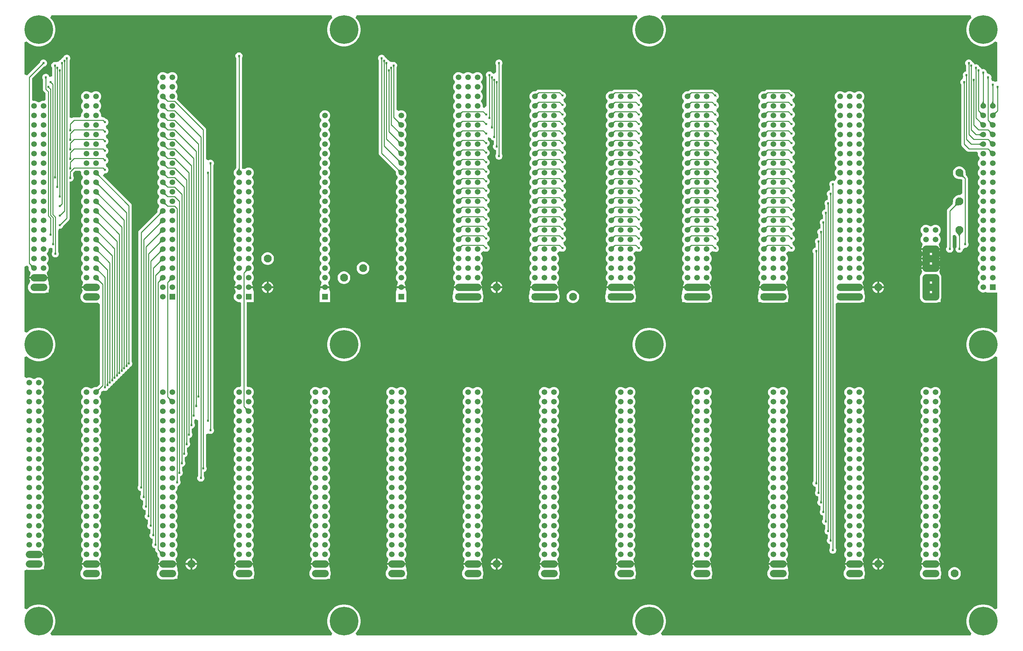
<source format=gbl>
G04*
G04 #@! TF.GenerationSoftware,Altium Limited,Altium Designer,21.9.1 (22)*
G04*
G04 Layer_Physical_Order=2*
G04 Layer_Color=16711680*
%FSLAX25Y25*%
%MOIN*%
G70*
G04*
G04 #@! TF.SameCoordinates,5CC48E27-45B7-4BBA-8C32-B76E38F38EB5*
G04*
G04*
G04 #@! TF.FilePolarity,Positive*
G04*
G01*
G75*
%ADD12C,0.01000*%
%ADD18C,0.07500*%
%ADD19C,0.30000*%
%ADD20R,0.05906X0.05906*%
%ADD21C,0.05906*%
%ADD22C,0.08268*%
%ADD23C,0.05000*%
%ADD24C,0.02400*%
G36*
X1097708Y752457D02*
X1096815Y751563D01*
X1095418Y749743D01*
X1094271Y747757D01*
X1093393Y745637D01*
X1092799Y743421D01*
X1092500Y741147D01*
Y738853D01*
X1092799Y736579D01*
X1093393Y734363D01*
X1094271Y732243D01*
X1095418Y730257D01*
X1096815Y728437D01*
X1098437Y726815D01*
X1100257Y725418D01*
X1102243Y724271D01*
X1104363Y723393D01*
X1106579Y722799D01*
X1108853Y722500D01*
X1111147D01*
X1113421Y722799D01*
X1115637Y723393D01*
X1117757Y724271D01*
X1119743Y725418D01*
X1121563Y726815D01*
X1122457Y727708D01*
X1124957Y726678D01*
Y686152D01*
X1124555Y685874D01*
X1122457Y685276D01*
X1122272Y685461D01*
X1121428Y685948D01*
X1120487Y686200D01*
X1119681D01*
X1119204Y686837D01*
X1118401Y688490D01*
X1118448Y688572D01*
X1118700Y689513D01*
Y690487D01*
X1118448Y691428D01*
X1117961Y692272D01*
X1117272Y692961D01*
X1116428Y693448D01*
X1115487Y693700D01*
X1114259Y694259D01*
X1113700Y695487D01*
X1113448Y696428D01*
X1112961Y697272D01*
X1112272Y697961D01*
X1111428Y698448D01*
X1110487Y698700D01*
X1109513D01*
X1108576Y698449D01*
X1108448Y698928D01*
X1107961Y699772D01*
X1107272Y700461D01*
X1106428Y700948D01*
X1106049Y701049D01*
X1105948Y701428D01*
X1105461Y702272D01*
X1104772Y702961D01*
X1103928Y703448D01*
X1102987Y703700D01*
X1102013D01*
X1101076Y703449D01*
X1100948Y703928D01*
X1100461Y704772D01*
X1099772Y705461D01*
X1098928Y705948D01*
X1098549Y706049D01*
X1098448Y706428D01*
X1097961Y707272D01*
X1097272Y707961D01*
X1096428Y708448D01*
X1095487Y708700D01*
X1094513D01*
X1093572Y708448D01*
X1092728Y707961D01*
X1092039Y707272D01*
X1091552Y706428D01*
X1091300Y705487D01*
Y704513D01*
X1091552Y703572D01*
X1091974Y702841D01*
Y696190D01*
X1091072Y695948D01*
X1090228Y695461D01*
X1089539Y694772D01*
X1089052Y693928D01*
X1088800Y692987D01*
Y692013D01*
X1089052Y691072D01*
X1088812Y689761D01*
X1088330Y688308D01*
X1087728Y687961D01*
X1087039Y687272D01*
X1086552Y686428D01*
X1086300Y685487D01*
Y684513D01*
X1086552Y683572D01*
X1086974Y682841D01*
Y620000D01*
X1087077Y619217D01*
X1087379Y618487D01*
X1087860Y617860D01*
X1092860Y612860D01*
X1093487Y612380D01*
X1094217Y612077D01*
X1095000Y611974D01*
X1095000Y611974D01*
X1103583D01*
X1104547Y610718D01*
Y609282D01*
X1104919Y607895D01*
X1105637Y606652D01*
X1106369Y605000D01*
X1105637Y603348D01*
X1104919Y602105D01*
X1104547Y600718D01*
Y599282D01*
X1104919Y597895D01*
X1105637Y596652D01*
X1106369Y595000D01*
X1105637Y593348D01*
X1104919Y592105D01*
X1104547Y590718D01*
Y589282D01*
X1104919Y587895D01*
X1105637Y586652D01*
X1106369Y585000D01*
X1105637Y583348D01*
X1104919Y582105D01*
X1104547Y580718D01*
Y579282D01*
X1104919Y577895D01*
X1105637Y576652D01*
X1106369Y575000D01*
X1105637Y573348D01*
X1104919Y572105D01*
X1104547Y570718D01*
Y569282D01*
X1104919Y567895D01*
X1105637Y566652D01*
X1106369Y565000D01*
X1105637Y563348D01*
X1104919Y562105D01*
X1104547Y560718D01*
Y559282D01*
X1104919Y557895D01*
X1105637Y556652D01*
X1106369Y555000D01*
X1105637Y553348D01*
X1104919Y552105D01*
X1104547Y550718D01*
Y549282D01*
X1104919Y547895D01*
X1105637Y546652D01*
X1106369Y545000D01*
X1105637Y543348D01*
X1104919Y542105D01*
X1104547Y540718D01*
Y539282D01*
X1104919Y537895D01*
X1105637Y536652D01*
X1106369Y535000D01*
X1105637Y533348D01*
X1104919Y532105D01*
X1104547Y530718D01*
Y529282D01*
X1104919Y527895D01*
X1105637Y526652D01*
X1106369Y525000D01*
X1105637Y523348D01*
X1104919Y522105D01*
X1104547Y520718D01*
Y519282D01*
X1104919Y517895D01*
X1105637Y516652D01*
X1106369Y515000D01*
X1105637Y513348D01*
X1104919Y512105D01*
X1104547Y510718D01*
Y509282D01*
X1104919Y507895D01*
X1105637Y506652D01*
X1106369Y505000D01*
X1105637Y503348D01*
X1104919Y502105D01*
X1104547Y500718D01*
Y499282D01*
X1104919Y497895D01*
X1105637Y496652D01*
X1106369Y495000D01*
X1105637Y493348D01*
X1104919Y492105D01*
X1104547Y490718D01*
Y489282D01*
X1104919Y487895D01*
X1105637Y486652D01*
X1106369Y485000D01*
X1105637Y483348D01*
X1104919Y482105D01*
X1104547Y480718D01*
Y479282D01*
X1104919Y477895D01*
X1105637Y476652D01*
X1106369Y475000D01*
X1105637Y473348D01*
X1104919Y472105D01*
X1104547Y470718D01*
Y469282D01*
X1104919Y467895D01*
X1105637Y466652D01*
X1106652Y465637D01*
X1107895Y464919D01*
X1109282Y464547D01*
X1110718D01*
X1112105Y464919D01*
X1114547Y464547D01*
X1114547Y464547D01*
X1124957D01*
Y423322D01*
X1122457Y422292D01*
X1121563Y423185D01*
X1119743Y424582D01*
X1117757Y425729D01*
X1115637Y426607D01*
X1113421Y427201D01*
X1111147Y427500D01*
X1108853D01*
X1106579Y427201D01*
X1104363Y426607D01*
X1102243Y425729D01*
X1100257Y424582D01*
X1098437Y423185D01*
X1096815Y421563D01*
X1095418Y419743D01*
X1094271Y417757D01*
X1093393Y415637D01*
X1092799Y413421D01*
X1092500Y411147D01*
Y408853D01*
X1092799Y406579D01*
X1093393Y404363D01*
X1094271Y402243D01*
X1095418Y400257D01*
X1096815Y398437D01*
X1098437Y396815D01*
X1100257Y395418D01*
X1102243Y394271D01*
X1104363Y393393D01*
X1106579Y392799D01*
X1108853Y392500D01*
X1111147D01*
X1113421Y392799D01*
X1115637Y393393D01*
X1117757Y394271D01*
X1119743Y395418D01*
X1121563Y396815D01*
X1122457Y397708D01*
X1124957Y396678D01*
Y133322D01*
X1122457Y132292D01*
X1121563Y133185D01*
X1119743Y134582D01*
X1117757Y135729D01*
X1115637Y136607D01*
X1113421Y137201D01*
X1111147Y137500D01*
X1108853D01*
X1106579Y137201D01*
X1104363Y136607D01*
X1102243Y135729D01*
X1100257Y134582D01*
X1098437Y133185D01*
X1096815Y131563D01*
X1095418Y129743D01*
X1094271Y127757D01*
X1093393Y125637D01*
X1092799Y123421D01*
X1092500Y121147D01*
Y118853D01*
X1092799Y116579D01*
X1093393Y114363D01*
X1094271Y112243D01*
X1095418Y110257D01*
X1096815Y108437D01*
X1097708Y107543D01*
X1096678Y105043D01*
X773322D01*
X772292Y107543D01*
X773185Y108437D01*
X774582Y110257D01*
X775729Y112243D01*
X776607Y114363D01*
X777201Y116579D01*
X777500Y118853D01*
Y121147D01*
X777201Y123421D01*
X776607Y125637D01*
X775729Y127757D01*
X774582Y129743D01*
X773185Y131563D01*
X771563Y133185D01*
X769743Y134582D01*
X767757Y135729D01*
X765637Y136607D01*
X763421Y137201D01*
X761147Y137500D01*
X758853D01*
X756579Y137201D01*
X754363Y136607D01*
X752243Y135729D01*
X750257Y134582D01*
X748437Y133185D01*
X746815Y131563D01*
X745418Y129743D01*
X744271Y127757D01*
X743393Y125637D01*
X742799Y123421D01*
X742500Y121147D01*
Y118853D01*
X742799Y116579D01*
X743393Y114363D01*
X744271Y112243D01*
X745418Y110257D01*
X746815Y108437D01*
X747708Y107543D01*
X746678Y105043D01*
X453322D01*
X452292Y107543D01*
X453185Y108437D01*
X454582Y110257D01*
X455729Y112243D01*
X456607Y114363D01*
X457201Y116579D01*
X457500Y118853D01*
Y121147D01*
X457201Y123421D01*
X456607Y125637D01*
X455729Y127757D01*
X454582Y129743D01*
X453185Y131563D01*
X451563Y133185D01*
X449743Y134582D01*
X447757Y135729D01*
X445637Y136607D01*
X443421Y137201D01*
X441147Y137500D01*
X438853D01*
X436579Y137201D01*
X434363Y136607D01*
X432243Y135729D01*
X430257Y134582D01*
X428437Y133185D01*
X426815Y131563D01*
X425418Y129743D01*
X424271Y127757D01*
X423393Y125637D01*
X422799Y123421D01*
X422500Y121147D01*
Y118853D01*
X422799Y116579D01*
X423393Y114363D01*
X424271Y112243D01*
X425418Y110257D01*
X426815Y108437D01*
X427708Y107543D01*
X426678Y105043D01*
X133322D01*
X132292Y107543D01*
X133185Y108437D01*
X134582Y110257D01*
X135729Y112243D01*
X136607Y114363D01*
X137201Y116579D01*
X137500Y118853D01*
Y121147D01*
X137201Y123421D01*
X136607Y125637D01*
X135729Y127757D01*
X134582Y129743D01*
X133185Y131563D01*
X131563Y133185D01*
X129743Y134582D01*
X127757Y135729D01*
X125637Y136607D01*
X123421Y137201D01*
X121147Y137500D01*
X118853D01*
X116579Y137201D01*
X114363Y136607D01*
X112243Y135729D01*
X110257Y134582D01*
X108437Y133185D01*
X107543Y132292D01*
X105043Y133322D01*
Y172810D01*
X105184Y173000D01*
X107543Y174226D01*
X107597Y174198D01*
X108775Y173840D01*
X110000Y173720D01*
X120000D01*
X121225Y173840D01*
X122403Y174198D01*
X123057Y174547D01*
X125453D01*
Y176943D01*
X125802Y177597D01*
X126160Y178775D01*
X126280Y180000D01*
X126160Y181225D01*
X125802Y182403D01*
X125453Y183057D01*
Y185453D01*
X125453Y185453D01*
X124537Y187953D01*
X124615Y188088D01*
X124859Y189000D01*
X120000D01*
Y191000D01*
X124859D01*
X124615Y191912D01*
X123963Y193041D01*
X123923Y193082D01*
X123484Y195034D01*
X124005Y196293D01*
X124363Y196652D01*
X125081Y197895D01*
X125453Y199282D01*
Y200718D01*
X125081Y202105D01*
X124363Y203348D01*
X123630Y205000D01*
X124363Y206652D01*
X125081Y207895D01*
X125453Y209282D01*
Y210718D01*
X125081Y212105D01*
X124363Y213348D01*
X123630Y215000D01*
X124363Y216652D01*
X125081Y217895D01*
X125453Y219282D01*
Y220718D01*
X125081Y222105D01*
X124363Y223348D01*
X123630Y225000D01*
X124363Y226652D01*
X125081Y227895D01*
X125453Y229282D01*
Y230718D01*
X125081Y232105D01*
X124363Y233348D01*
X123630Y235000D01*
X124363Y236652D01*
X125081Y237895D01*
X125453Y239282D01*
Y240718D01*
X125081Y242105D01*
X124363Y243348D01*
X123630Y245000D01*
X124363Y246652D01*
X125081Y247895D01*
X125453Y249282D01*
Y250718D01*
X125081Y252105D01*
X124363Y253348D01*
X123630Y255000D01*
X124363Y256652D01*
X125081Y257895D01*
X125453Y259282D01*
Y260718D01*
X125081Y262105D01*
X124363Y263348D01*
X123630Y265000D01*
X124363Y266652D01*
X125081Y267895D01*
X125453Y269282D01*
Y270718D01*
X125081Y272105D01*
X124363Y273348D01*
X123630Y275000D01*
X124363Y276652D01*
X125081Y277895D01*
X125453Y279282D01*
Y280718D01*
X125081Y282105D01*
X124363Y283348D01*
X123630Y285000D01*
X124363Y286652D01*
X125081Y287895D01*
X125453Y289282D01*
Y290718D01*
X125081Y292105D01*
X124363Y293348D01*
X123630Y295000D01*
X124363Y296652D01*
X125081Y297895D01*
X125453Y299282D01*
Y300718D01*
X125081Y302105D01*
X124363Y303348D01*
X123630Y305000D01*
X124363Y306652D01*
X125081Y307895D01*
X125453Y309282D01*
Y310718D01*
X125081Y312105D01*
X124363Y313348D01*
X123630Y315000D01*
X124363Y316652D01*
X125081Y317895D01*
X125453Y319282D01*
Y320718D01*
X125081Y322105D01*
X124363Y323348D01*
X123630Y325000D01*
X124363Y326652D01*
X125081Y327895D01*
X125453Y329282D01*
Y330718D01*
X125081Y332105D01*
X124363Y333348D01*
X123630Y335000D01*
X124363Y336652D01*
X125081Y337895D01*
X125453Y339282D01*
Y340718D01*
X125081Y342105D01*
X124363Y343348D01*
X123630Y345000D01*
X124363Y346652D01*
X125081Y347895D01*
X125453Y349282D01*
Y350718D01*
X125081Y352105D01*
X124363Y353348D01*
X123630Y355000D01*
X124363Y356652D01*
X125081Y357895D01*
X125453Y359282D01*
Y360718D01*
X125081Y362105D01*
X124363Y363348D01*
X123630Y365000D01*
X124363Y366652D01*
X125081Y367895D01*
X125453Y369282D01*
Y370718D01*
X125081Y372105D01*
X124363Y373348D01*
X123348Y374363D01*
X122105Y375081D01*
X120718Y375453D01*
X119282D01*
X117895Y375081D01*
X116661Y374369D01*
X116651Y374363D01*
X115000Y373630D01*
X113349Y374363D01*
X113339Y374369D01*
X112105Y375081D01*
X110718Y375453D01*
X109282D01*
X107895Y375081D01*
X107543Y374878D01*
X105247Y375964D01*
X105043Y376197D01*
Y396678D01*
X107543Y397708D01*
X108437Y396815D01*
X110257Y395418D01*
X112243Y394271D01*
X114363Y393393D01*
X116579Y392799D01*
X118853Y392500D01*
X121147D01*
X123421Y392799D01*
X125637Y393393D01*
X127757Y394271D01*
X129743Y395418D01*
X131563Y396815D01*
X133185Y398437D01*
X134582Y400257D01*
X135729Y402243D01*
X136607Y404363D01*
X137201Y406579D01*
X137500Y408853D01*
Y411147D01*
X137201Y413421D01*
X136607Y415637D01*
X135729Y417757D01*
X134582Y419743D01*
X133185Y421563D01*
X131563Y423185D01*
X129743Y424582D01*
X127757Y425729D01*
X125637Y426607D01*
X123421Y427201D01*
X121147Y427500D01*
X118853D01*
X116579Y427201D01*
X114363Y426607D01*
X112243Y425729D01*
X110257Y424582D01*
X108437Y423185D01*
X107543Y422292D01*
X105043Y423322D01*
Y491541D01*
X105517Y491911D01*
X107860Y492860D01*
X109376Y491345D01*
X109377Y491343D01*
X109379Y491339D01*
X109403Y491252D01*
X109432Y491111D01*
X109456Y490946D01*
X109496Y490358D01*
X109499Y490010D01*
X109547Y489775D01*
Y489282D01*
X109919Y487895D01*
X110637Y486652D01*
X110995Y486294D01*
X111516Y485034D01*
X111077Y483082D01*
X111037Y483041D01*
X110385Y481912D01*
X110141Y481000D01*
X115000D01*
Y479000D01*
X110141D01*
X110385Y478088D01*
X110664Y477604D01*
X110987Y476696D01*
X110559Y474441D01*
X109778Y473489D01*
X109198Y472403D01*
X108840Y471225D01*
X108720Y470000D01*
X108840Y468775D01*
X109198Y467597D01*
X109778Y466511D01*
X110559Y465559D01*
X111511Y464778D01*
X112597Y464198D01*
X113775Y463840D01*
X115000Y463720D01*
X125000D01*
X126225Y463840D01*
X127403Y464198D01*
X128057Y464547D01*
X130453D01*
Y466943D01*
X130802Y467597D01*
X131160Y468775D01*
X131280Y470000D01*
X131160Y471225D01*
X130802Y472403D01*
X130453Y473057D01*
Y475453D01*
X130453Y475453D01*
X129537Y477953D01*
X129615Y478088D01*
X129859Y479000D01*
X125000D01*
Y481000D01*
X129859D01*
X129615Y481912D01*
X128963Y483041D01*
X128923Y483082D01*
X128484Y485034D01*
X129005Y486294D01*
X129363Y486652D01*
X130081Y487895D01*
X130453Y489282D01*
Y490718D01*
X130081Y492105D01*
X129363Y493348D01*
X128630Y495000D01*
X129363Y496652D01*
X130081Y497895D01*
X130453Y499282D01*
Y500718D01*
X130081Y502105D01*
X129363Y503348D01*
X128630Y505000D01*
X129363Y506652D01*
X130081Y507895D01*
X130453Y509282D01*
Y510282D01*
X131938Y511207D01*
X132810Y511495D01*
X134474Y510650D01*
Y507159D01*
X134052Y506428D01*
X133800Y505487D01*
Y504513D01*
X134052Y503572D01*
X134539Y502728D01*
X135228Y502039D01*
X136072Y501552D01*
X137013Y501300D01*
X137987D01*
X138928Y501552D01*
X139772Y502039D01*
X140461Y502728D01*
X140948Y503572D01*
X141200Y504513D01*
Y505487D01*
X140948Y506428D01*
X140526Y507159D01*
Y528976D01*
X141513Y531300D01*
X142487D01*
X143428Y531552D01*
X144272Y532039D01*
X144961Y532728D01*
X145448Y533572D01*
X145666Y534387D01*
X151640Y540360D01*
X151640Y540360D01*
X152120Y540987D01*
X152423Y541717D01*
X152526Y542500D01*
X152526Y542500D01*
Y580800D01*
X153487D01*
X154428Y581052D01*
X155272Y581539D01*
X155961Y582228D01*
X156448Y583072D01*
X156700Y584013D01*
Y584987D01*
X156448Y585928D01*
X156026Y586659D01*
Y589747D01*
X158253Y591974D01*
X163583D01*
X164547Y590718D01*
Y589282D01*
X164919Y587895D01*
X165637Y586652D01*
X166369Y585000D01*
X165637Y583348D01*
X164919Y582105D01*
X164547Y580718D01*
Y579282D01*
X164919Y577895D01*
X165637Y576652D01*
X166369Y575000D01*
X165637Y573348D01*
X164919Y572105D01*
X164547Y570718D01*
Y569282D01*
X164919Y567895D01*
X165637Y566652D01*
X166369Y565000D01*
X165637Y563348D01*
X164919Y562105D01*
X164547Y560718D01*
Y559282D01*
X164919Y557895D01*
X165637Y556652D01*
X166369Y555000D01*
X165637Y553348D01*
X164919Y552105D01*
X164547Y550718D01*
Y549282D01*
X164919Y547895D01*
X165637Y546652D01*
X166369Y545000D01*
X165637Y543348D01*
X164919Y542105D01*
X164547Y540718D01*
Y539282D01*
X164919Y537895D01*
X165637Y536652D01*
X166369Y535000D01*
X165637Y533348D01*
X164919Y532105D01*
X164547Y530718D01*
Y529282D01*
X164919Y527895D01*
X165637Y526652D01*
X166369Y525000D01*
X165637Y523348D01*
X164919Y522105D01*
X164547Y520718D01*
Y519282D01*
X164919Y517895D01*
X165637Y516652D01*
X166369Y515000D01*
X165637Y513348D01*
X164919Y512105D01*
X164547Y510718D01*
Y509282D01*
X164919Y507895D01*
X165637Y506652D01*
X166369Y505000D01*
X165637Y503348D01*
X164919Y502105D01*
X164547Y500718D01*
Y499282D01*
X164919Y497895D01*
X165637Y496652D01*
X166369Y495000D01*
X165637Y493348D01*
X164919Y492105D01*
X164547Y490718D01*
Y489282D01*
X164919Y487895D01*
X165637Y486652D01*
X166369Y485000D01*
X165637Y483348D01*
X164919Y482105D01*
X164547Y480718D01*
Y479282D01*
X164919Y477895D01*
X165637Y476652D01*
X165995Y476294D01*
X166516Y475034D01*
X166077Y473082D01*
X166037Y473041D01*
X165385Y471912D01*
X165140Y471000D01*
X170000D01*
Y469000D01*
X165140D01*
X165385Y468088D01*
X165664Y467604D01*
X165987Y466696D01*
X165559Y464441D01*
X164778Y463489D01*
X164198Y462403D01*
X163840Y461225D01*
X163720Y460000D01*
X163840Y458775D01*
X164198Y457597D01*
X164778Y456511D01*
X165559Y455559D01*
X166511Y454778D01*
X167597Y454198D01*
X168775Y453840D01*
X170000Y453720D01*
X180000D01*
X181225Y453840D01*
X181474Y453916D01*
X183553Y452738D01*
X183974Y452203D01*
Y368253D01*
X181345Y365624D01*
X181343Y365623D01*
X181339Y365621D01*
X181252Y365597D01*
X181111Y365568D01*
X180946Y365544D01*
X180358Y365504D01*
X180010Y365501D01*
X179775Y365453D01*
X179282D01*
X177895Y365081D01*
X176661Y364369D01*
X176651Y364363D01*
X175000Y363631D01*
X173349Y364363D01*
X173339Y364369D01*
X172105Y365081D01*
X170718Y365453D01*
X169282D01*
X167895Y365081D01*
X166652Y364363D01*
X165637Y363348D01*
X164919Y362105D01*
X164547Y360718D01*
Y359282D01*
X164919Y357895D01*
X165637Y356652D01*
X166369Y355000D01*
X165637Y353348D01*
X164919Y352105D01*
X164547Y350718D01*
Y349282D01*
X164919Y347895D01*
X165637Y346652D01*
X166369Y345000D01*
X165637Y343348D01*
X164919Y342105D01*
X164547Y340718D01*
Y339282D01*
X164919Y337895D01*
X165637Y336652D01*
X166369Y335000D01*
X165637Y333348D01*
X164919Y332105D01*
X164547Y330718D01*
Y329282D01*
X164919Y327895D01*
X165637Y326652D01*
X166369Y325000D01*
X165637Y323348D01*
X164919Y322105D01*
X164547Y320718D01*
Y319282D01*
X164919Y317895D01*
X165637Y316652D01*
X166369Y315000D01*
X165637Y313348D01*
X164919Y312105D01*
X164547Y310718D01*
Y309282D01*
X164919Y307895D01*
X165637Y306652D01*
X166369Y305000D01*
X165637Y303348D01*
X164919Y302105D01*
X164547Y300718D01*
Y299282D01*
X164919Y297895D01*
X165637Y296652D01*
X166369Y295000D01*
X165637Y293348D01*
X164919Y292105D01*
X164547Y290718D01*
Y289282D01*
X164919Y287895D01*
X165637Y286652D01*
X166369Y285000D01*
X165637Y283348D01*
X164919Y282105D01*
X164547Y280718D01*
Y279282D01*
X164919Y277895D01*
X165637Y276652D01*
X166369Y275000D01*
X165637Y273348D01*
X164919Y272105D01*
X164547Y270718D01*
Y269282D01*
X164919Y267895D01*
X165637Y266652D01*
X166369Y265000D01*
X165637Y263348D01*
X164919Y262105D01*
X164547Y260718D01*
Y259282D01*
X164919Y257895D01*
X165637Y256652D01*
X166369Y255000D01*
X165637Y253348D01*
X164919Y252105D01*
X164547Y250718D01*
Y249282D01*
X164919Y247895D01*
X165637Y246652D01*
X166369Y245000D01*
X165637Y243348D01*
X164919Y242105D01*
X164547Y240718D01*
Y239282D01*
X164919Y237895D01*
X165637Y236652D01*
X166369Y235000D01*
X165637Y233348D01*
X164919Y232105D01*
X164547Y230718D01*
Y229282D01*
X164919Y227895D01*
X165637Y226652D01*
X166369Y225000D01*
X165637Y223348D01*
X164919Y222105D01*
X164547Y220718D01*
Y219282D01*
X164919Y217895D01*
X165637Y216652D01*
X166369Y215000D01*
X165637Y213348D01*
X164919Y212105D01*
X164547Y210718D01*
Y209282D01*
X164919Y207895D01*
X165637Y206652D01*
X166369Y205000D01*
X165637Y203348D01*
X164919Y202105D01*
X164547Y200718D01*
Y199282D01*
X164919Y197895D01*
X165637Y196652D01*
X166369Y195000D01*
X165637Y193348D01*
X164919Y192105D01*
X164547Y190718D01*
Y189282D01*
X164919Y187895D01*
X165637Y186652D01*
X165995Y186293D01*
X166516Y185034D01*
X166077Y183082D01*
X166037Y183041D01*
X165385Y181912D01*
X165140Y181000D01*
X170000D01*
Y179000D01*
X165140D01*
X165385Y178088D01*
X165664Y177604D01*
X165987Y176696D01*
X165559Y174441D01*
X164778Y173489D01*
X164198Y172403D01*
X163840Y171225D01*
X163720Y170000D01*
X163840Y168775D01*
X164198Y167597D01*
X164778Y166511D01*
X165559Y165559D01*
X166511Y164778D01*
X167597Y164198D01*
X168775Y163840D01*
X170000Y163720D01*
X180000D01*
X181225Y163840D01*
X182403Y164198D01*
X183057Y164547D01*
X185453D01*
Y166943D01*
X185802Y167597D01*
X186160Y168775D01*
X186280Y170000D01*
X186160Y171225D01*
X185802Y172403D01*
X185453Y173057D01*
Y175453D01*
X185453Y175453D01*
X184537Y177953D01*
X184615Y178088D01*
X184860Y179000D01*
X180000D01*
Y181000D01*
X184860D01*
X184615Y181912D01*
X183963Y183041D01*
X183923Y183082D01*
X183484Y185034D01*
X184005Y186293D01*
X184363Y186652D01*
X185081Y187895D01*
X185453Y189282D01*
Y190718D01*
X185081Y192105D01*
X184363Y193348D01*
X183631Y195000D01*
X184363Y196652D01*
X185081Y197895D01*
X185453Y199282D01*
Y200718D01*
X185081Y202105D01*
X184363Y203348D01*
X183631Y205000D01*
X184363Y206652D01*
X185081Y207895D01*
X185453Y209282D01*
Y210718D01*
X185081Y212105D01*
X184363Y213348D01*
X183631Y215000D01*
X184363Y216652D01*
X185081Y217895D01*
X185453Y219282D01*
Y220718D01*
X185081Y222105D01*
X184363Y223348D01*
X183631Y225000D01*
X184363Y226652D01*
X185081Y227895D01*
X185453Y229282D01*
Y230718D01*
X185081Y232105D01*
X184363Y233348D01*
X183631Y235000D01*
X184363Y236652D01*
X185081Y237895D01*
X185453Y239282D01*
Y240718D01*
X185081Y242105D01*
X184363Y243348D01*
X183631Y245000D01*
X184363Y246652D01*
X185081Y247895D01*
X185453Y249282D01*
Y250718D01*
X185081Y252105D01*
X184363Y253348D01*
X183631Y255000D01*
X184363Y256652D01*
X185081Y257895D01*
X185453Y259282D01*
Y260718D01*
X185081Y262105D01*
X184363Y263348D01*
X183631Y265000D01*
X184363Y266652D01*
X185081Y267895D01*
X185453Y269282D01*
Y270718D01*
X185081Y272105D01*
X184363Y273348D01*
X183631Y275000D01*
X184363Y276652D01*
X185081Y277895D01*
X185453Y279282D01*
Y280718D01*
X185081Y282105D01*
X184363Y283348D01*
X183631Y285000D01*
X184363Y286652D01*
X185081Y287895D01*
X185453Y289282D01*
Y290718D01*
X185081Y292105D01*
X184363Y293348D01*
X183631Y295000D01*
X184363Y296652D01*
X185081Y297895D01*
X185453Y299282D01*
Y300718D01*
X185081Y302105D01*
X184363Y303348D01*
X183631Y305000D01*
X184363Y306652D01*
X185081Y307895D01*
X185453Y309282D01*
Y310718D01*
X185081Y312105D01*
X184363Y313348D01*
X183631Y315000D01*
X184363Y316652D01*
X185081Y317895D01*
X185453Y319282D01*
Y320718D01*
X185081Y322105D01*
X184363Y323348D01*
X183631Y325000D01*
X184363Y326652D01*
X185081Y327895D01*
X185453Y329282D01*
Y330718D01*
X185081Y332105D01*
X184363Y333348D01*
X183631Y335000D01*
X184363Y336652D01*
X185081Y337895D01*
X185453Y339282D01*
Y340718D01*
X185081Y342105D01*
X184363Y343348D01*
X183631Y345000D01*
X184363Y346652D01*
X185081Y347895D01*
X185453Y349282D01*
Y350718D01*
X185081Y352105D01*
X184363Y353348D01*
X183631Y355000D01*
X184363Y356652D01*
X185081Y357895D01*
X185453Y359282D01*
Y359775D01*
X185502Y360011D01*
X185503Y360254D01*
X185996Y360764D01*
X187304Y361528D01*
X187983Y361603D01*
X188072Y361552D01*
X189013Y361300D01*
X189987D01*
X190928Y361552D01*
X191772Y362039D01*
X192461Y362728D01*
X192948Y363572D01*
X193049Y363951D01*
X193428Y364052D01*
X194272Y364539D01*
X194961Y365228D01*
X195448Y366072D01*
X195549Y366451D01*
X195928Y366552D01*
X196772Y367039D01*
X197461Y367728D01*
X197948Y368572D01*
X198049Y368951D01*
X198428Y369052D01*
X199272Y369539D01*
X199961Y370228D01*
X200448Y371072D01*
X200549Y371451D01*
X200928Y371552D01*
X201772Y372039D01*
X202461Y372728D01*
X202948Y373572D01*
X203049Y373951D01*
X203428Y374052D01*
X204272Y374539D01*
X204961Y375228D01*
X205448Y376072D01*
X205549Y376451D01*
X205928Y376552D01*
X206772Y377039D01*
X207461Y377728D01*
X207948Y378572D01*
X208049Y378951D01*
X208428Y379052D01*
X209272Y379539D01*
X209961Y380228D01*
X210448Y381072D01*
X210549Y381451D01*
X210928Y381552D01*
X211772Y382039D01*
X212461Y382728D01*
X212948Y383572D01*
X213049Y383951D01*
X213428Y384052D01*
X214272Y384539D01*
X214961Y385228D01*
X215448Y386072D01*
X215549Y386451D01*
X215928Y386552D01*
X216772Y387039D01*
X217461Y387728D01*
X217948Y388572D01*
X218200Y389513D01*
Y390487D01*
X217948Y391428D01*
X217526Y392159D01*
Y555500D01*
X217526Y555500D01*
X217423Y556283D01*
X217121Y557013D01*
X216640Y557640D01*
X187527Y586753D01*
X187615Y587122D01*
X189013Y589300D01*
X189987D01*
X190928Y589552D01*
X191772Y590039D01*
X192461Y590728D01*
X192948Y591572D01*
X193200Y592513D01*
Y593487D01*
X192948Y594428D01*
X192461Y595272D01*
X191772Y595961D01*
X190928Y596448D01*
X190489Y599046D01*
X190687Y599487D01*
X190928Y599552D01*
X191772Y600039D01*
X192461Y600728D01*
X192948Y601572D01*
X193200Y602513D01*
Y603487D01*
X192948Y604428D01*
X192461Y605272D01*
X191772Y605961D01*
X190928Y606448D01*
X190489Y609046D01*
X190687Y609487D01*
X190928Y609552D01*
X191772Y610039D01*
X192461Y610728D01*
X192948Y611572D01*
X193200Y612513D01*
Y613487D01*
X192948Y614428D01*
X192461Y615272D01*
X191772Y615961D01*
X190928Y616448D01*
X190489Y619045D01*
X190687Y619487D01*
X190928Y619552D01*
X191772Y620039D01*
X192461Y620728D01*
X192948Y621572D01*
X193200Y622513D01*
Y623487D01*
X192948Y624428D01*
X192461Y625272D01*
X191772Y625961D01*
X190928Y626448D01*
X190489Y629045D01*
X190687Y629487D01*
X190928Y629552D01*
X191772Y630039D01*
X192461Y630728D01*
X192948Y631572D01*
X193200Y632513D01*
Y633487D01*
X192948Y634428D01*
X192461Y635272D01*
X191772Y635961D01*
X190928Y636448D01*
X190489Y639045D01*
X190687Y639487D01*
X190928Y639552D01*
X191772Y640039D01*
X192461Y640728D01*
X192948Y641572D01*
X193200Y642513D01*
Y643487D01*
X192948Y644428D01*
X192461Y645272D01*
X191772Y645961D01*
X190928Y646448D01*
X190113Y646666D01*
X189640Y647140D01*
X189013Y647620D01*
X188283Y647923D01*
X187697Y648000D01*
X185872Y648735D01*
X185453Y649282D01*
Y650718D01*
X185081Y652105D01*
X184363Y653348D01*
X183631Y655000D01*
X184363Y656652D01*
X185081Y657895D01*
X185453Y659282D01*
Y660718D01*
X185081Y662105D01*
X184363Y663348D01*
X183631Y665000D01*
X184363Y666652D01*
X185081Y667895D01*
X185453Y669282D01*
Y670718D01*
X185081Y672105D01*
X184363Y673348D01*
X183348Y674363D01*
X182105Y675081D01*
X180718Y675453D01*
X179282D01*
X177895Y675081D01*
X176652Y674363D01*
X175000Y673631D01*
X173348Y674363D01*
X172105Y675081D01*
X170718Y675453D01*
X169282D01*
X167895Y675081D01*
X166652Y674363D01*
X165637Y673348D01*
X164919Y672105D01*
X164547Y670718D01*
Y669282D01*
X164919Y667895D01*
X165637Y666652D01*
X166369Y665000D01*
X165637Y663348D01*
X164919Y662105D01*
X164547Y660718D01*
Y659282D01*
X164919Y657895D01*
X165637Y656652D01*
X166369Y655000D01*
X165637Y653348D01*
X164919Y652105D01*
X164547Y650718D01*
Y649282D01*
X163583Y648026D01*
X157000D01*
X156217Y647923D01*
X155487Y647620D01*
X155026Y647267D01*
X154043Y647443D01*
X152526Y648072D01*
Y707841D01*
X152948Y708572D01*
X153200Y709513D01*
Y710487D01*
X152948Y711428D01*
X152461Y712272D01*
X151772Y712961D01*
X150928Y713448D01*
X149987Y713700D01*
X149013D01*
X148072Y713448D01*
X147228Y712961D01*
X146539Y712272D01*
X146052Y711428D01*
X145951Y711049D01*
X145572Y710948D01*
X144728Y710461D01*
X144039Y709772D01*
X143552Y708928D01*
X143451Y708549D01*
X143072Y708448D01*
X142228Y707961D01*
X141539Y707272D01*
X141340Y706928D01*
X140491Y706325D01*
X138428Y705948D01*
X137487Y706200D01*
X136513D01*
X135572Y705948D01*
X134728Y705461D01*
X134039Y704772D01*
X133552Y703928D01*
X133300Y702987D01*
Y702013D01*
X133552Y701072D01*
X133974Y700341D01*
Y691024D01*
X133937Y690937D01*
X131532Y690562D01*
X131134Y690732D01*
X130948Y691428D01*
X130461Y692272D01*
X129772Y692961D01*
X128928Y693448D01*
X127987Y693700D01*
X127013D01*
X126072Y693448D01*
X125228Y692961D01*
X124539Y692272D01*
X124052Y691428D01*
X123800Y690487D01*
Y689513D01*
X124052Y688572D01*
X124474Y687841D01*
Y677500D01*
X124577Y676717D01*
X124880Y675987D01*
X125360Y675360D01*
X126974Y673747D01*
Y666417D01*
X125718Y665453D01*
X124282D01*
X122895Y665081D01*
X121661Y664368D01*
X121651Y664363D01*
X120000Y663630D01*
X118349Y664363D01*
X118339Y664368D01*
X117105Y665081D01*
X115718Y665453D01*
X114282D01*
X113026Y666417D01*
Y688747D01*
X125613Y701334D01*
X126428Y701552D01*
X127272Y702039D01*
X127961Y702728D01*
X128448Y703572D01*
X128700Y704513D01*
Y705487D01*
X128448Y706428D01*
X127961Y707272D01*
X127272Y707961D01*
X126428Y708448D01*
X125487Y708700D01*
X124513D01*
X123572Y708448D01*
X122728Y707961D01*
X122039Y707272D01*
X121552Y706428D01*
X121334Y705613D01*
X107860Y692140D01*
X105517Y693089D01*
X105043Y693459D01*
Y726678D01*
X107543Y727708D01*
X108437Y726815D01*
X110257Y725418D01*
X112243Y724271D01*
X114363Y723393D01*
X116579Y722799D01*
X118853Y722500D01*
X121147D01*
X123421Y722799D01*
X125637Y723393D01*
X127757Y724271D01*
X129743Y725418D01*
X131563Y726815D01*
X133185Y728437D01*
X134582Y730257D01*
X135729Y732243D01*
X136607Y734363D01*
X137201Y736579D01*
X137500Y738853D01*
Y741147D01*
X137201Y743421D01*
X136607Y745637D01*
X135729Y747757D01*
X134582Y749743D01*
X133185Y751563D01*
X132292Y752457D01*
X133322Y754957D01*
X426678D01*
X427708Y752457D01*
X426815Y751563D01*
X425418Y749743D01*
X424271Y747757D01*
X423393Y745637D01*
X422799Y743421D01*
X422500Y741147D01*
Y738853D01*
X422799Y736579D01*
X423393Y734363D01*
X424271Y732243D01*
X425418Y730257D01*
X426815Y728437D01*
X428437Y726815D01*
X430257Y725418D01*
X432243Y724271D01*
X434363Y723393D01*
X436579Y722799D01*
X438853Y722500D01*
X441147D01*
X443421Y722799D01*
X445637Y723393D01*
X447757Y724271D01*
X449743Y725418D01*
X451563Y726815D01*
X453185Y728437D01*
X454582Y730257D01*
X455729Y732243D01*
X456607Y734363D01*
X457201Y736579D01*
X457500Y738853D01*
Y741147D01*
X457201Y743421D01*
X456607Y745637D01*
X455729Y747757D01*
X454582Y749743D01*
X453185Y751563D01*
X452292Y752457D01*
X453322Y754957D01*
X746678D01*
X747708Y752457D01*
X746815Y751563D01*
X745418Y749743D01*
X744271Y747757D01*
X743393Y745637D01*
X742799Y743421D01*
X742500Y741147D01*
Y738853D01*
X742799Y736579D01*
X743393Y734363D01*
X744271Y732243D01*
X745418Y730257D01*
X746815Y728437D01*
X748437Y726815D01*
X750257Y725418D01*
X752243Y724271D01*
X754363Y723393D01*
X756579Y722799D01*
X758853Y722500D01*
X761147D01*
X763421Y722799D01*
X765637Y723393D01*
X767757Y724271D01*
X769743Y725418D01*
X771563Y726815D01*
X773185Y728437D01*
X774582Y730257D01*
X775729Y732243D01*
X776607Y734363D01*
X777201Y736579D01*
X777500Y738853D01*
Y741147D01*
X777201Y743421D01*
X776607Y745637D01*
X775729Y747757D01*
X774582Y749743D01*
X773185Y751563D01*
X772292Y752457D01*
X773322Y754957D01*
X1096678D01*
X1097708Y752457D01*
D02*
G37*
G36*
X150275Y709073D02*
X150218Y708998D01*
X150167Y708917D01*
X150122Y708830D01*
X150085Y708738D01*
X150054Y708640D01*
X150031Y708536D01*
X150014Y708426D01*
X150003Y708310D01*
X150000Y708189D01*
X149000D01*
X148997Y708310D01*
X148986Y708426D01*
X148969Y708536D01*
X148946Y708640D01*
X148915Y708738D01*
X148878Y708830D01*
X148833Y708917D01*
X148782Y708998D01*
X148725Y709073D01*
X148660Y709143D01*
X150340D01*
X150275Y709073D01*
D02*
G37*
G36*
X147775Y706573D02*
X147718Y706498D01*
X147667Y706417D01*
X147622Y706330D01*
X147585Y706238D01*
X147554Y706140D01*
X147531Y706036D01*
X147514Y705926D01*
X147503Y705810D01*
X147500Y705689D01*
X146500D01*
X146497Y705810D01*
X146486Y705926D01*
X146469Y706036D01*
X146446Y706140D01*
X146415Y706238D01*
X146378Y706330D01*
X146333Y706417D01*
X146282Y706498D01*
X146225Y706573D01*
X146160Y706643D01*
X147840D01*
X147775Y706573D01*
D02*
G37*
G36*
X124988Y703800D02*
X124893Y703797D01*
X124799Y703784D01*
X124706Y703763D01*
X124613Y703733D01*
X124521Y703694D01*
X124430Y703646D01*
X124340Y703589D01*
X124250Y703524D01*
X124161Y703449D01*
X124073Y703366D01*
X123366Y704073D01*
X123449Y704161D01*
X123524Y704250D01*
X123589Y704340D01*
X123646Y704430D01*
X123694Y704521D01*
X123733Y704613D01*
X123763Y704706D01*
X123784Y704799D01*
X123797Y704893D01*
X123800Y704988D01*
X124988Y703800D01*
D02*
G37*
G36*
X1095775Y704073D02*
X1095718Y703998D01*
X1095667Y703917D01*
X1095622Y703830D01*
X1095585Y703738D01*
X1095554Y703640D01*
X1095531Y703536D01*
X1095514Y703426D01*
X1095503Y703310D01*
X1095500Y703189D01*
X1094500D01*
X1094497Y703310D01*
X1094486Y703426D01*
X1094469Y703536D01*
X1094446Y703640D01*
X1094415Y703738D01*
X1094378Y703830D01*
X1094333Y703917D01*
X1094282Y703998D01*
X1094225Y704073D01*
X1094160Y704143D01*
X1095840D01*
X1095775Y704073D01*
D02*
G37*
G36*
X145275D02*
X145218Y703998D01*
X145167Y703917D01*
X145122Y703830D01*
X145085Y703738D01*
X145054Y703640D01*
X145031Y703536D01*
X145014Y703426D01*
X145003Y703310D01*
X145000Y703189D01*
X144000D01*
X143997Y703310D01*
X143986Y703426D01*
X143969Y703536D01*
X143946Y703640D01*
X143915Y703738D01*
X143878Y703830D01*
X143833Y703917D01*
X143782Y703998D01*
X143725Y704073D01*
X143660Y704143D01*
X145340D01*
X145275Y704073D01*
D02*
G37*
G36*
X1098275Y701574D02*
X1098218Y701498D01*
X1098167Y701417D01*
X1098122Y701330D01*
X1098085Y701238D01*
X1098054Y701140D01*
X1098031Y701036D01*
X1098014Y700926D01*
X1098003Y700810D01*
X1098000Y700689D01*
X1097000D01*
X1096997Y700810D01*
X1096986Y700926D01*
X1096969Y701036D01*
X1096946Y701140D01*
X1096915Y701238D01*
X1096878Y701330D01*
X1096833Y701417D01*
X1096782Y701498D01*
X1096725Y701574D01*
X1096660Y701643D01*
X1098340D01*
X1098275Y701574D01*
D02*
G37*
G36*
X137775D02*
X137718Y701498D01*
X137667Y701417D01*
X137622Y701330D01*
X137585Y701238D01*
X137554Y701140D01*
X137531Y701036D01*
X137514Y700926D01*
X137503Y700810D01*
X137500Y700689D01*
X136500D01*
X136497Y700810D01*
X136486Y700926D01*
X136469Y701036D01*
X136446Y701140D01*
X136415Y701238D01*
X136378Y701330D01*
X136333Y701417D01*
X136282Y701498D01*
X136225Y701574D01*
X136160Y701643D01*
X137840D01*
X137775Y701574D01*
D02*
G37*
G36*
X1103275Y699074D02*
X1103218Y698998D01*
X1103167Y698917D01*
X1103122Y698830D01*
X1103085Y698738D01*
X1103054Y698640D01*
X1103031Y698536D01*
X1103014Y698426D01*
X1103003Y698310D01*
X1103000Y698189D01*
X1102000D01*
X1101997Y698310D01*
X1101986Y698426D01*
X1101969Y698536D01*
X1101946Y698640D01*
X1101915Y698738D01*
X1101878Y698830D01*
X1101833Y698917D01*
X1101782Y698998D01*
X1101725Y699074D01*
X1101660Y699143D01*
X1103340D01*
X1103275Y699074D01*
D02*
G37*
G36*
X140275D02*
X140218Y698998D01*
X140167Y698917D01*
X140122Y698830D01*
X140085Y698738D01*
X140054Y698640D01*
X140031Y698536D01*
X140014Y698426D01*
X140003Y698310D01*
X140000Y698189D01*
X139000D01*
X138997Y698310D01*
X138986Y698426D01*
X138969Y698536D01*
X138946Y698640D01*
X138915Y698738D01*
X138878Y698830D01*
X138833Y698917D01*
X138782Y698998D01*
X138725Y699074D01*
X138660Y699143D01*
X140340D01*
X140275Y699074D01*
D02*
G37*
G36*
X1105775Y696573D02*
X1105718Y696498D01*
X1105667Y696417D01*
X1105622Y696330D01*
X1105585Y696238D01*
X1105554Y696140D01*
X1105531Y696036D01*
X1105514Y695926D01*
X1105503Y695810D01*
X1105500Y695689D01*
X1104500D01*
X1104497Y695810D01*
X1104486Y695926D01*
X1104469Y696036D01*
X1104446Y696140D01*
X1104415Y696238D01*
X1104378Y696330D01*
X1104333Y696417D01*
X1104282Y696498D01*
X1104225Y696573D01*
X1104160Y696643D01*
X1105840D01*
X1105775Y696573D01*
D02*
G37*
G36*
X142775D02*
X142718Y696498D01*
X142667Y696417D01*
X142622Y696330D01*
X142585Y696238D01*
X142554Y696140D01*
X142531Y696036D01*
X142514Y695926D01*
X142503Y695810D01*
X142500Y695689D01*
X141500D01*
X141497Y695810D01*
X141486Y695926D01*
X141469Y696036D01*
X141446Y696140D01*
X141415Y696238D01*
X141378Y696330D01*
X141333Y696417D01*
X141282Y696498D01*
X141225Y696573D01*
X141160Y696643D01*
X142840D01*
X142775Y696573D01*
D02*
G37*
G36*
X1110775Y694073D02*
X1110718Y693998D01*
X1110667Y693917D01*
X1110622Y693830D01*
X1110585Y693738D01*
X1110554Y693640D01*
X1110531Y693536D01*
X1110514Y693426D01*
X1110503Y693310D01*
X1110500Y693189D01*
X1109500D01*
X1109497Y693310D01*
X1109486Y693426D01*
X1109469Y693536D01*
X1109446Y693640D01*
X1109415Y693738D01*
X1109378Y693830D01*
X1109333Y693917D01*
X1109282Y693998D01*
X1109225Y694073D01*
X1109160Y694143D01*
X1110840D01*
X1110775Y694073D01*
D02*
G37*
G36*
X1093275Y691573D02*
X1093218Y691498D01*
X1093167Y691417D01*
X1093122Y691330D01*
X1093085Y691238D01*
X1093054Y691140D01*
X1093031Y691036D01*
X1093014Y690926D01*
X1093003Y690810D01*
X1093000Y690689D01*
X1092000D01*
X1091997Y690810D01*
X1091986Y690926D01*
X1091969Y691036D01*
X1091946Y691140D01*
X1091915Y691238D01*
X1091878Y691330D01*
X1091833Y691417D01*
X1091782Y691498D01*
X1091725Y691573D01*
X1091660Y691643D01*
X1093340D01*
X1093275Y691573D01*
D02*
G37*
G36*
X1115775Y689074D02*
X1115718Y688998D01*
X1115667Y688917D01*
X1115622Y688830D01*
X1115585Y688738D01*
X1115554Y688640D01*
X1115531Y688536D01*
X1115514Y688426D01*
X1115503Y688310D01*
X1115500Y688189D01*
X1114500D01*
X1114497Y688310D01*
X1114486Y688426D01*
X1114469Y688536D01*
X1114446Y688640D01*
X1114415Y688738D01*
X1114378Y688830D01*
X1114333Y688917D01*
X1114282Y688998D01*
X1114225Y689074D01*
X1114160Y689143D01*
X1115840D01*
X1115775Y689074D01*
D02*
G37*
G36*
X128275D02*
X128218Y688998D01*
X128167Y688917D01*
X128122Y688830D01*
X128085Y688738D01*
X128054Y688640D01*
X128031Y688536D01*
X128014Y688426D01*
X128003Y688310D01*
X128000Y688189D01*
X127000D01*
X126997Y688310D01*
X126986Y688426D01*
X126969Y688536D01*
X126946Y688640D01*
X126915Y688738D01*
X126878Y688830D01*
X126833Y688917D01*
X126782Y688998D01*
X126725Y689074D01*
X126660Y689143D01*
X128340D01*
X128275Y689074D01*
D02*
G37*
G36*
X1100775Y686574D02*
X1100718Y686498D01*
X1100667Y686417D01*
X1100622Y686330D01*
X1100585Y686238D01*
X1100554Y686140D01*
X1100531Y686036D01*
X1100514Y685926D01*
X1100503Y685810D01*
X1100500Y685689D01*
X1099500D01*
X1099497Y685810D01*
X1099486Y685926D01*
X1099469Y686036D01*
X1099446Y686140D01*
X1099415Y686238D01*
X1099378Y686330D01*
X1099333Y686417D01*
X1099282Y686498D01*
X1099225Y686574D01*
X1099160Y686643D01*
X1100840D01*
X1100775Y686574D01*
D02*
G37*
G36*
X133703Y684893D02*
X133716Y684799D01*
X133737Y684706D01*
X133767Y684613D01*
X133806Y684521D01*
X133854Y684430D01*
X133911Y684340D01*
X133976Y684250D01*
X134051Y684161D01*
X134134Y684073D01*
X133427Y683366D01*
X133339Y683449D01*
X133250Y683524D01*
X133160Y683589D01*
X133070Y683646D01*
X132979Y683694D01*
X132887Y683733D01*
X132794Y683763D01*
X132701Y683784D01*
X132607Y683797D01*
X132512Y683800D01*
X133700Y684988D01*
X133703Y684893D01*
D02*
G37*
G36*
X1090775Y684073D02*
X1090718Y683998D01*
X1090667Y683917D01*
X1090622Y683830D01*
X1090585Y683738D01*
X1090554Y683640D01*
X1090531Y683536D01*
X1090514Y683426D01*
X1090503Y683310D01*
X1090500Y683189D01*
X1089500D01*
X1089497Y683310D01*
X1089486Y683426D01*
X1089469Y683536D01*
X1089446Y683640D01*
X1089415Y683738D01*
X1089378Y683830D01*
X1089333Y683917D01*
X1089282Y683998D01*
X1089225Y684073D01*
X1089160Y684143D01*
X1090840D01*
X1090775Y684073D01*
D02*
G37*
G36*
X1120775Y681573D02*
X1120718Y681498D01*
X1120667Y681417D01*
X1120622Y681330D01*
X1120585Y681238D01*
X1120554Y681140D01*
X1120531Y681036D01*
X1120514Y680926D01*
X1120503Y680810D01*
X1120500Y680689D01*
X1119500D01*
X1119497Y680810D01*
X1119486Y680926D01*
X1119469Y681036D01*
X1119446Y681140D01*
X1119415Y681238D01*
X1119378Y681330D01*
X1119333Y681417D01*
X1119282Y681498D01*
X1119225Y681573D01*
X1119160Y681643D01*
X1120840D01*
X1120775Y681573D01*
D02*
G37*
G36*
X131203Y679893D02*
X131216Y679799D01*
X131237Y679706D01*
X131267Y679613D01*
X131306Y679521D01*
X131354Y679430D01*
X131411Y679340D01*
X131476Y679250D01*
X131551Y679161D01*
X131634Y679073D01*
X130927Y678366D01*
X130839Y678449D01*
X130750Y678524D01*
X130660Y678589D01*
X130570Y678646D01*
X130479Y678694D01*
X130387Y678733D01*
X130294Y678763D01*
X130201Y678784D01*
X130107Y678797D01*
X130012Y678800D01*
X131200Y679988D01*
X131203Y679893D01*
D02*
G37*
G36*
X1125775Y679073D02*
X1125718Y678998D01*
X1125667Y678917D01*
X1125622Y678830D01*
X1125585Y678738D01*
X1125554Y678640D01*
X1125531Y678536D01*
X1125514Y678426D01*
X1125503Y678310D01*
X1125500Y678189D01*
X1124500D01*
X1124497Y678310D01*
X1124486Y678426D01*
X1124469Y678536D01*
X1124446Y678640D01*
X1124415Y678738D01*
X1124378Y678830D01*
X1124333Y678917D01*
X1124282Y678998D01*
X1124225Y679073D01*
X1124160Y679143D01*
X1125840D01*
X1125775Y679073D01*
D02*
G37*
G36*
X1120516Y664469D02*
X1120563Y664247D01*
X1120641Y664015D01*
X1120751Y663772D01*
X1120892Y663520D01*
X1121064Y663258D01*
X1121268Y662985D01*
X1121769Y662411D01*
X1122067Y662109D01*
X1117933D01*
X1118231Y662411D01*
X1118732Y662985D01*
X1118936Y663258D01*
X1119108Y663520D01*
X1119249Y663772D01*
X1119359Y664015D01*
X1119437Y664247D01*
X1119484Y664469D01*
X1119500Y664682D01*
X1120500D01*
X1120516Y664469D01*
D02*
G37*
G36*
X1110516D02*
X1110563Y664247D01*
X1110641Y664015D01*
X1110751Y663772D01*
X1110892Y663520D01*
X1111064Y663258D01*
X1111268Y662985D01*
X1111769Y662411D01*
X1112067Y662109D01*
X1107933D01*
X1108231Y662411D01*
X1108732Y662985D01*
X1108936Y663258D01*
X1109108Y663520D01*
X1109249Y663772D01*
X1109359Y664015D01*
X1109437Y664247D01*
X1109484Y664469D01*
X1109500Y664682D01*
X1110500D01*
X1110516Y664469D01*
D02*
G37*
G36*
X1123664Y652957D02*
X1123525Y652796D01*
X1123401Y652605D01*
X1123292Y652386D01*
X1123198Y652137D01*
X1123120Y651858D01*
X1123056Y651551D01*
X1123007Y651215D01*
X1122956Y650454D01*
X1122953Y650030D01*
X1120030Y652953D01*
X1120454Y652956D01*
X1121214Y653007D01*
X1121551Y653056D01*
X1121858Y653120D01*
X1122136Y653198D01*
X1122386Y653292D01*
X1122605Y653401D01*
X1122796Y653525D01*
X1122957Y653664D01*
X1123664Y652957D01*
D02*
G37*
G36*
X1107204Y653525D02*
X1107395Y653401D01*
X1107615Y653292D01*
X1107864Y653198D01*
X1108142Y653120D01*
X1108449Y653056D01*
X1108786Y653007D01*
X1109546Y652956D01*
X1109970Y652953D01*
X1107047Y650030D01*
X1107044Y650454D01*
X1106993Y651215D01*
X1106944Y651551D01*
X1106880Y651858D01*
X1106802Y652137D01*
X1106708Y652386D01*
X1106599Y652605D01*
X1106475Y652796D01*
X1106336Y652957D01*
X1107043Y653664D01*
X1107204Y653525D01*
D02*
G37*
G36*
X188661Y644551D02*
X188750Y644476D01*
X188840Y644411D01*
X188930Y644354D01*
X189021Y644306D01*
X189113Y644267D01*
X189206Y644237D01*
X189299Y644216D01*
X189393Y644203D01*
X189488Y644200D01*
X188300Y643012D01*
X188297Y643107D01*
X188284Y643201D01*
X188263Y643294D01*
X188233Y643387D01*
X188194Y643479D01*
X188146Y643570D01*
X188089Y643660D01*
X188024Y643750D01*
X187949Y643839D01*
X187866Y643927D01*
X188573Y644634D01*
X188661Y644551D01*
D02*
G37*
G36*
X1117204Y643525D02*
X1117395Y643401D01*
X1117614Y643292D01*
X1117863Y643198D01*
X1118142Y643119D01*
X1118449Y643056D01*
X1118785Y643007D01*
X1119546Y642956D01*
X1119971Y642953D01*
X1117047Y640029D01*
X1117044Y640454D01*
X1116993Y641215D01*
X1116944Y641551D01*
X1116881Y641858D01*
X1116802Y642136D01*
X1116708Y642385D01*
X1116599Y642605D01*
X1116475Y642796D01*
X1116336Y642957D01*
X1117043Y643664D01*
X1117204Y643525D01*
D02*
G37*
G36*
X1107204D02*
X1107395Y643401D01*
X1107615Y643292D01*
X1107864Y643198D01*
X1108142Y643119D01*
X1108449Y643056D01*
X1108786Y643007D01*
X1109546Y642956D01*
X1109970Y642953D01*
X1107047Y640029D01*
X1107044Y640454D01*
X1106993Y641215D01*
X1106944Y641551D01*
X1106880Y641858D01*
X1106802Y642136D01*
X1106708Y642385D01*
X1106599Y642605D01*
X1106475Y642796D01*
X1106336Y642957D01*
X1107043Y643664D01*
X1107204Y643525D01*
D02*
G37*
G36*
X153503Y636190D02*
X153514Y636074D01*
X153531Y635964D01*
X153554Y635860D01*
X153585Y635762D01*
X153622Y635670D01*
X153667Y635583D01*
X153718Y635502D01*
X153775Y635427D01*
X153840Y635357D01*
X152160D01*
X152225Y635427D01*
X152282Y635502D01*
X152333Y635583D01*
X152378Y635670D01*
X152415Y635762D01*
X152446Y635860D01*
X152469Y635964D01*
X152486Y636074D01*
X152497Y636190D01*
X152500Y636311D01*
X153500D01*
X153503Y636190D01*
D02*
G37*
G36*
X188661Y634551D02*
X188750Y634476D01*
X188840Y634411D01*
X188930Y634354D01*
X189021Y634306D01*
X189113Y634267D01*
X189206Y634237D01*
X189299Y634216D01*
X189393Y634203D01*
X189488Y634200D01*
X188300Y633012D01*
X188297Y633107D01*
X188284Y633201D01*
X188263Y633294D01*
X188233Y633387D01*
X188194Y633479D01*
X188146Y633570D01*
X188089Y633660D01*
X188024Y633750D01*
X187949Y633839D01*
X187866Y633927D01*
X188573Y634634D01*
X188661Y634551D01*
D02*
G37*
G36*
X1117204Y633525D02*
X1117395Y633401D01*
X1117614Y633292D01*
X1117863Y633198D01*
X1118142Y633119D01*
X1118449Y633056D01*
X1118785Y633007D01*
X1119546Y632956D01*
X1119971Y632953D01*
X1117047Y630029D01*
X1117044Y630454D01*
X1116993Y631215D01*
X1116944Y631551D01*
X1116881Y631858D01*
X1116802Y632136D01*
X1116708Y632385D01*
X1116599Y632605D01*
X1116475Y632796D01*
X1116336Y632957D01*
X1117043Y633664D01*
X1117204Y633525D01*
D02*
G37*
G36*
X1107891Y627933D02*
X1107589Y628231D01*
X1107015Y628732D01*
X1106742Y628936D01*
X1106480Y629108D01*
X1106228Y629249D01*
X1105985Y629359D01*
X1105753Y629437D01*
X1105531Y629484D01*
X1105318Y629500D01*
Y630500D01*
X1105531Y630516D01*
X1105753Y630563D01*
X1105985Y630641D01*
X1106228Y630751D01*
X1106480Y630892D01*
X1106742Y631064D01*
X1107015Y631268D01*
X1107589Y631769D01*
X1107891Y632067D01*
Y627933D01*
D02*
G37*
G36*
X153503Y626190D02*
X153514Y626074D01*
X153531Y625964D01*
X153554Y625860D01*
X153585Y625762D01*
X153622Y625670D01*
X153667Y625583D01*
X153718Y625502D01*
X153775Y625426D01*
X153840Y625357D01*
X152160D01*
X152225Y625426D01*
X152282Y625502D01*
X152333Y625583D01*
X152378Y625670D01*
X152415Y625762D01*
X152446Y625860D01*
X152469Y625964D01*
X152486Y626074D01*
X152497Y626190D01*
X152500Y626311D01*
X153500D01*
X153503Y626190D01*
D02*
G37*
G36*
X188661Y624551D02*
X188750Y624476D01*
X188840Y624411D01*
X188930Y624354D01*
X189021Y624306D01*
X189113Y624267D01*
X189206Y624237D01*
X189299Y624216D01*
X189393Y624203D01*
X189488Y624200D01*
X188300Y623012D01*
X188297Y623107D01*
X188284Y623201D01*
X188263Y623294D01*
X188233Y623387D01*
X188194Y623479D01*
X188146Y623570D01*
X188089Y623660D01*
X188024Y623750D01*
X187949Y623839D01*
X187866Y623927D01*
X188573Y624634D01*
X188661Y624551D01*
D02*
G37*
G36*
X1117204Y623525D02*
X1117395Y623401D01*
X1117614Y623292D01*
X1117863Y623198D01*
X1118142Y623119D01*
X1118449Y623056D01*
X1118785Y623007D01*
X1119546Y622956D01*
X1119971Y622953D01*
X1117047Y620029D01*
X1117044Y620454D01*
X1116993Y621214D01*
X1116944Y621551D01*
X1116881Y621858D01*
X1116802Y622136D01*
X1116708Y622386D01*
X1116599Y622605D01*
X1116475Y622796D01*
X1116336Y622957D01*
X1117043Y623664D01*
X1117204Y623525D01*
D02*
G37*
G36*
X1107891Y617933D02*
X1107589Y618231D01*
X1107015Y618732D01*
X1106742Y618936D01*
X1106480Y619108D01*
X1106228Y619249D01*
X1105985Y619359D01*
X1105753Y619437D01*
X1105531Y619484D01*
X1105318Y619500D01*
Y620500D01*
X1105531Y620516D01*
X1105753Y620563D01*
X1105985Y620641D01*
X1106228Y620751D01*
X1106480Y620892D01*
X1106742Y621064D01*
X1107015Y621268D01*
X1107589Y621769D01*
X1107891Y622067D01*
Y617933D01*
D02*
G37*
G36*
X153503Y616190D02*
X153514Y616074D01*
X153531Y615964D01*
X153554Y615860D01*
X153585Y615762D01*
X153622Y615670D01*
X153667Y615583D01*
X153718Y615502D01*
X153775Y615426D01*
X153840Y615357D01*
X152160D01*
X152225Y615426D01*
X152282Y615502D01*
X152333Y615583D01*
X152378Y615670D01*
X152415Y615762D01*
X152446Y615860D01*
X152469Y615964D01*
X152486Y616074D01*
X152497Y616190D01*
X152500Y616311D01*
X153500D01*
X153503Y616190D01*
D02*
G37*
G36*
X188661Y614551D02*
X188750Y614476D01*
X188840Y614411D01*
X188930Y614354D01*
X189021Y614306D01*
X189113Y614267D01*
X189206Y614237D01*
X189299Y614216D01*
X189393Y614203D01*
X189488Y614200D01*
X188300Y613012D01*
X188297Y613107D01*
X188284Y613201D01*
X188263Y613294D01*
X188233Y613387D01*
X188194Y613479D01*
X188146Y613570D01*
X188089Y613660D01*
X188024Y613750D01*
X187949Y613839D01*
X187866Y613927D01*
X188573Y614634D01*
X188661Y614551D01*
D02*
G37*
G36*
X1117204Y613525D02*
X1117395Y613401D01*
X1117614Y613292D01*
X1117863Y613198D01*
X1118142Y613120D01*
X1118449Y613056D01*
X1118785Y613007D01*
X1119546Y612956D01*
X1119971Y612953D01*
X1117047Y610030D01*
X1117044Y610454D01*
X1116993Y611214D01*
X1116944Y611551D01*
X1116881Y611858D01*
X1116802Y612137D01*
X1116708Y612386D01*
X1116599Y612605D01*
X1116475Y612796D01*
X1116336Y612957D01*
X1117043Y613664D01*
X1117204Y613525D01*
D02*
G37*
G36*
X153503Y606190D02*
X153514Y606074D01*
X153531Y605964D01*
X153554Y605860D01*
X153585Y605762D01*
X153622Y605670D01*
X153667Y605583D01*
X153718Y605502D01*
X153775Y605427D01*
X153840Y605357D01*
X152160D01*
X152225Y605427D01*
X152282Y605502D01*
X152333Y605583D01*
X152378Y605670D01*
X152415Y605762D01*
X152446Y605860D01*
X152469Y605964D01*
X152486Y606074D01*
X152497Y606190D01*
X152500Y606311D01*
X153500D01*
X153503Y606190D01*
D02*
G37*
G36*
X188661Y604551D02*
X188750Y604476D01*
X188840Y604411D01*
X188930Y604354D01*
X189021Y604306D01*
X189113Y604267D01*
X189206Y604237D01*
X189299Y604216D01*
X189393Y604203D01*
X189488Y604200D01*
X188300Y603012D01*
X188297Y603107D01*
X188284Y603201D01*
X188263Y603294D01*
X188233Y603387D01*
X188194Y603479D01*
X188146Y603570D01*
X188089Y603660D01*
X188024Y603750D01*
X187949Y603839D01*
X187866Y603927D01*
X188573Y604634D01*
X188661Y604551D01*
D02*
G37*
G36*
X153503Y596190D02*
X153514Y596074D01*
X153531Y595964D01*
X153554Y595860D01*
X153585Y595762D01*
X153622Y595670D01*
X153667Y595583D01*
X153718Y595502D01*
X153775Y595427D01*
X153840Y595357D01*
X152160D01*
X152225Y595427D01*
X152282Y595502D01*
X152333Y595583D01*
X152378Y595670D01*
X152415Y595762D01*
X152446Y595860D01*
X152469Y595964D01*
X152486Y596074D01*
X152497Y596190D01*
X152500Y596311D01*
X153500D01*
X153503Y596190D01*
D02*
G37*
G36*
X188661Y594551D02*
X188750Y594476D01*
X188840Y594411D01*
X188930Y594354D01*
X189021Y594306D01*
X189113Y594267D01*
X189206Y594237D01*
X189299Y594216D01*
X189393Y594203D01*
X189488Y594200D01*
X188300Y593012D01*
X188297Y593107D01*
X188284Y593201D01*
X188263Y593294D01*
X188233Y593387D01*
X188194Y593479D01*
X188146Y593570D01*
X188089Y593660D01*
X188024Y593750D01*
X187949Y593839D01*
X187866Y593927D01*
X188573Y594634D01*
X188661Y594551D01*
D02*
G37*
G36*
X182956Y589546D02*
X183007Y588786D01*
X183056Y588449D01*
X183119Y588142D01*
X183198Y587863D01*
X183292Y587614D01*
X183401Y587395D01*
X183525Y587204D01*
X183664Y587043D01*
X182957Y586336D01*
X182796Y586475D01*
X182605Y586599D01*
X182386Y586708D01*
X182136Y586802D01*
X181858Y586880D01*
X181551Y586944D01*
X181214Y586993D01*
X180454Y587044D01*
X180029Y587047D01*
X182953Y589970D01*
X182956Y589546D01*
D02*
G37*
G36*
X137503Y586690D02*
X137514Y586574D01*
X137531Y586464D01*
X137554Y586360D01*
X137585Y586262D01*
X137622Y586170D01*
X137667Y586083D01*
X137718Y586002D01*
X137775Y585926D01*
X137840Y585857D01*
X136160D01*
X136225Y585926D01*
X136282Y586002D01*
X136333Y586083D01*
X136378Y586170D01*
X136415Y586262D01*
X136446Y586360D01*
X136469Y586464D01*
X136486Y586574D01*
X136497Y586690D01*
X136500Y586811D01*
X137500D01*
X137503Y586690D01*
D02*
G37*
G36*
X153503Y586190D02*
X153514Y586074D01*
X153531Y585964D01*
X153554Y585860D01*
X153585Y585762D01*
X153622Y585670D01*
X153667Y585583D01*
X153718Y585502D01*
X153775Y585427D01*
X153840Y585357D01*
X152160D01*
X152225Y585427D01*
X152282Y585502D01*
X152333Y585583D01*
X152378Y585670D01*
X152415Y585762D01*
X152446Y585860D01*
X152469Y585964D01*
X152486Y586074D01*
X152497Y586190D01*
X152500Y586311D01*
X153500D01*
X153503Y586190D01*
D02*
G37*
G36*
X182956Y579546D02*
X183007Y578786D01*
X183056Y578449D01*
X183119Y578142D01*
X183198Y577864D01*
X183292Y577614D01*
X183401Y577395D01*
X183525Y577204D01*
X183664Y577043D01*
X182957Y576336D01*
X182796Y576475D01*
X182605Y576599D01*
X182386Y576708D01*
X182136Y576802D01*
X181858Y576881D01*
X181551Y576944D01*
X181214Y576993D01*
X180454Y577044D01*
X180029Y577047D01*
X182953Y579971D01*
X182956Y579546D01*
D02*
G37*
G36*
X140003Y576690D02*
X140014Y576574D01*
X140031Y576464D01*
X140054Y576360D01*
X140085Y576262D01*
X140122Y576170D01*
X140167Y576083D01*
X140218Y576002D01*
X140275Y575926D01*
X140340Y575857D01*
X138660D01*
X138725Y575926D01*
X138782Y576002D01*
X138833Y576083D01*
X138878Y576170D01*
X138915Y576262D01*
X138946Y576360D01*
X138969Y576464D01*
X138986Y576574D01*
X138997Y576690D01*
X139000Y576811D01*
X140000D01*
X140003Y576690D01*
D02*
G37*
G36*
X182956Y569546D02*
X183007Y568785D01*
X183056Y568449D01*
X183119Y568142D01*
X183198Y567864D01*
X183292Y567615D01*
X183401Y567395D01*
X183525Y567204D01*
X183664Y567043D01*
X182957Y566336D01*
X182796Y566475D01*
X182605Y566599D01*
X182386Y566708D01*
X182136Y566802D01*
X181858Y566881D01*
X181551Y566944D01*
X181214Y566993D01*
X180454Y567044D01*
X180029Y567047D01*
X182953Y569971D01*
X182956Y569546D01*
D02*
G37*
G36*
X142503Y566690D02*
X142514Y566574D01*
X142531Y566464D01*
X142554Y566360D01*
X142585Y566262D01*
X142622Y566170D01*
X142667Y566083D01*
X142718Y566002D01*
X142775Y565927D01*
X142840Y565857D01*
X141160D01*
X141225Y565927D01*
X141282Y566002D01*
X141333Y566083D01*
X141378Y566170D01*
X141415Y566262D01*
X141446Y566360D01*
X141469Y566464D01*
X141486Y566574D01*
X141497Y566690D01*
X141500Y566811D01*
X142500D01*
X142503Y566690D01*
D02*
G37*
G36*
X182956Y559546D02*
X183007Y558785D01*
X183056Y558449D01*
X183119Y558142D01*
X183198Y557864D01*
X183292Y557615D01*
X183401Y557395D01*
X183525Y557204D01*
X183664Y557043D01*
X182957Y556336D01*
X182796Y556475D01*
X182605Y556599D01*
X182386Y556708D01*
X182136Y556802D01*
X181858Y556881D01*
X181551Y556944D01*
X181214Y556993D01*
X180454Y557044D01*
X180029Y557047D01*
X182953Y559971D01*
X182956Y559546D01*
D02*
G37*
G36*
X143634Y555927D02*
X143551Y555839D01*
X143476Y555750D01*
X143411Y555660D01*
X143354Y555570D01*
X143306Y555479D01*
X143267Y555387D01*
X143237Y555294D01*
X143216Y555201D01*
X143203Y555107D01*
X143200Y555012D01*
X142012Y556200D01*
X142107Y556203D01*
X142201Y556216D01*
X142294Y556237D01*
X142387Y556267D01*
X142479Y556306D01*
X142570Y556354D01*
X142660Y556411D01*
X142750Y556476D01*
X142839Y556551D01*
X142927Y556634D01*
X143634Y555927D01*
D02*
G37*
G36*
X182956Y549546D02*
X183007Y548785D01*
X183056Y548449D01*
X183119Y548142D01*
X183198Y547863D01*
X183292Y547614D01*
X183401Y547395D01*
X183525Y547204D01*
X183664Y547043D01*
X182957Y546336D01*
X182796Y546475D01*
X182605Y546599D01*
X182386Y546708D01*
X182136Y546802D01*
X181858Y546880D01*
X181551Y546944D01*
X181214Y546993D01*
X180454Y547044D01*
X180029Y547047D01*
X182953Y549970D01*
X182956Y549546D01*
D02*
G37*
G36*
X143634Y545927D02*
X143551Y545839D01*
X143476Y545750D01*
X143411Y545660D01*
X143354Y545570D01*
X143306Y545479D01*
X143267Y545387D01*
X143237Y545294D01*
X143216Y545201D01*
X143203Y545107D01*
X143200Y545012D01*
X142012Y546200D01*
X142107Y546203D01*
X142201Y546216D01*
X142294Y546237D01*
X142387Y546267D01*
X142479Y546306D01*
X142570Y546354D01*
X142660Y546411D01*
X142750Y546476D01*
X142839Y546551D01*
X142927Y546634D01*
X143634Y545927D01*
D02*
G37*
G36*
X182956Y539546D02*
X183007Y538786D01*
X183056Y538449D01*
X183119Y538142D01*
X183198Y537863D01*
X183292Y537614D01*
X183401Y537395D01*
X183525Y537204D01*
X183664Y537043D01*
X182957Y536336D01*
X182796Y536475D01*
X182605Y536599D01*
X182386Y536708D01*
X182136Y536802D01*
X181858Y536880D01*
X181551Y536944D01*
X181214Y536993D01*
X180454Y537044D01*
X180029Y537047D01*
X182953Y539970D01*
X182956Y539546D01*
D02*
G37*
G36*
X143634Y535927D02*
X143551Y535839D01*
X143476Y535750D01*
X143411Y535660D01*
X143354Y535570D01*
X143306Y535479D01*
X143267Y535387D01*
X143237Y535294D01*
X143216Y535201D01*
X143203Y535107D01*
X143200Y535012D01*
X142012Y536200D01*
X142107Y536203D01*
X142201Y536216D01*
X142294Y536237D01*
X142387Y536267D01*
X142479Y536306D01*
X142570Y536354D01*
X142660Y536411D01*
X142750Y536476D01*
X142839Y536551D01*
X142927Y536634D01*
X143634Y535927D01*
D02*
G37*
G36*
X182956Y529546D02*
X183007Y528786D01*
X183056Y528449D01*
X183119Y528142D01*
X183198Y527864D01*
X183292Y527614D01*
X183401Y527395D01*
X183525Y527204D01*
X183664Y527043D01*
X182957Y526336D01*
X182796Y526475D01*
X182605Y526599D01*
X182386Y526708D01*
X182136Y526802D01*
X181858Y526881D01*
X181551Y526944D01*
X181214Y526993D01*
X180454Y527044D01*
X180029Y527047D01*
X182953Y529971D01*
X182956Y529546D01*
D02*
G37*
G36*
X133003Y526690D02*
X133014Y526574D01*
X133031Y526464D01*
X133054Y526360D01*
X133085Y526262D01*
X133122Y526170D01*
X133167Y526083D01*
X133218Y526002D01*
X133275Y525926D01*
X133340Y525857D01*
X131660D01*
X131725Y525926D01*
X131782Y526002D01*
X131833Y526083D01*
X131878Y526170D01*
X131915Y526262D01*
X131946Y526360D01*
X131969Y526464D01*
X131986Y526574D01*
X131997Y526690D01*
X132000Y526811D01*
X133000D01*
X133003Y526690D01*
D02*
G37*
G36*
X182956Y519546D02*
X183007Y518785D01*
X183056Y518449D01*
X183119Y518142D01*
X183198Y517864D01*
X183292Y517615D01*
X183401Y517395D01*
X183525Y517204D01*
X183664Y517043D01*
X182957Y516336D01*
X182796Y516475D01*
X182605Y516599D01*
X182386Y516708D01*
X182136Y516802D01*
X181858Y516881D01*
X181551Y516944D01*
X181214Y516993D01*
X180454Y517044D01*
X180029Y517047D01*
X182953Y519971D01*
X182956Y519546D01*
D02*
G37*
G36*
X135503Y516690D02*
X135514Y516574D01*
X135531Y516464D01*
X135554Y516360D01*
X135585Y516262D01*
X135622Y516170D01*
X135667Y516083D01*
X135718Y516002D01*
X135775Y515927D01*
X135840Y515857D01*
X134160D01*
X134225Y515927D01*
X134282Y516002D01*
X134333Y516083D01*
X134378Y516170D01*
X134415Y516262D01*
X134446Y516360D01*
X134469Y516464D01*
X134486Y516574D01*
X134497Y516690D01*
X134500Y516811D01*
X135500D01*
X135503Y516690D01*
D02*
G37*
G36*
X182956Y509546D02*
X183007Y508785D01*
X183056Y508449D01*
X183119Y508142D01*
X183198Y507864D01*
X183292Y507615D01*
X183401Y507395D01*
X183525Y507204D01*
X183664Y507043D01*
X182957Y506336D01*
X182796Y506475D01*
X182605Y506599D01*
X182386Y506708D01*
X182136Y506802D01*
X181858Y506881D01*
X181551Y506944D01*
X181214Y506993D01*
X180454Y507044D01*
X180029Y507047D01*
X182953Y509971D01*
X182956Y509546D01*
D02*
G37*
G36*
X138003Y506690D02*
X138014Y506574D01*
X138031Y506464D01*
X138054Y506360D01*
X138085Y506262D01*
X138122Y506170D01*
X138167Y506083D01*
X138218Y506002D01*
X138275Y505927D01*
X138340Y505857D01*
X136660D01*
X136725Y505927D01*
X136782Y506002D01*
X136833Y506083D01*
X136878Y506170D01*
X136915Y506262D01*
X136946Y506360D01*
X136969Y506464D01*
X136986Y506574D01*
X136997Y506690D01*
X137000Y506811D01*
X138000D01*
X138003Y506690D01*
D02*
G37*
G36*
X182956Y499546D02*
X183007Y498785D01*
X183056Y498449D01*
X183119Y498142D01*
X183198Y497863D01*
X183292Y497614D01*
X183401Y497395D01*
X183525Y497204D01*
X183664Y497043D01*
X182957Y496336D01*
X182796Y496475D01*
X182605Y496599D01*
X182386Y496708D01*
X182136Y496802D01*
X181858Y496880D01*
X181551Y496944D01*
X181214Y496993D01*
X180454Y497044D01*
X180029Y497047D01*
X182953Y499970D01*
X182956Y499546D01*
D02*
G37*
G36*
X112204Y493525D02*
X112395Y493401D01*
X112615Y493292D01*
X112864Y493198D01*
X113142Y493119D01*
X113449Y493056D01*
X113786Y493007D01*
X114546Y492956D01*
X114971Y492953D01*
X112047Y490029D01*
X112044Y490454D01*
X111993Y491215D01*
X111944Y491551D01*
X111881Y491858D01*
X111802Y492136D01*
X111708Y492385D01*
X111599Y492605D01*
X111475Y492796D01*
X111336Y492957D01*
X112043Y493664D01*
X112204Y493525D01*
D02*
G37*
G36*
X182956Y489546D02*
X183007Y488786D01*
X183056Y488449D01*
X183119Y488142D01*
X183198Y487863D01*
X183292Y487614D01*
X183401Y487395D01*
X183525Y487204D01*
X183664Y487043D01*
X182957Y486336D01*
X182796Y486475D01*
X182605Y486599D01*
X182386Y486708D01*
X182136Y486802D01*
X181858Y486880D01*
X181551Y486944D01*
X181214Y486993D01*
X180454Y487044D01*
X180029Y487047D01*
X182953Y489970D01*
X182956Y489546D01*
D02*
G37*
G36*
Y479546D02*
X183007Y478786D01*
X183056Y478449D01*
X183119Y478142D01*
X183198Y477864D01*
X183292Y477614D01*
X183401Y477395D01*
X183525Y477204D01*
X183664Y477043D01*
X182957Y476336D01*
X182796Y476475D01*
X182605Y476599D01*
X182386Y476708D01*
X182136Y476802D01*
X181858Y476881D01*
X181551Y476944D01*
X181214Y476993D01*
X180454Y477044D01*
X180029Y477047D01*
X182953Y479971D01*
X182956Y479546D01*
D02*
G37*
G36*
X215003Y391690D02*
X215014Y391574D01*
X215031Y391464D01*
X215054Y391360D01*
X215085Y391262D01*
X215122Y391170D01*
X215167Y391083D01*
X215218Y391002D01*
X215275Y390927D01*
X215340Y390857D01*
X213660D01*
X213725Y390927D01*
X213782Y391002D01*
X213833Y391083D01*
X213878Y391170D01*
X213915Y391262D01*
X213946Y391360D01*
X213969Y391464D01*
X213986Y391574D01*
X213997Y391690D01*
X214000Y391811D01*
X215000D01*
X215003Y391690D01*
D02*
G37*
G36*
X212503Y389190D02*
X212514Y389074D01*
X212531Y388964D01*
X212554Y388860D01*
X212585Y388762D01*
X212622Y388670D01*
X212667Y388583D01*
X212718Y388502D01*
X212775Y388426D01*
X212840Y388357D01*
X211160D01*
X211225Y388426D01*
X211282Y388502D01*
X211333Y388583D01*
X211378Y388670D01*
X211415Y388762D01*
X211446Y388860D01*
X211469Y388964D01*
X211486Y389074D01*
X211497Y389190D01*
X211500Y389311D01*
X212500D01*
X212503Y389190D01*
D02*
G37*
G36*
X210003Y386690D02*
X210014Y386574D01*
X210031Y386464D01*
X210054Y386360D01*
X210085Y386262D01*
X210122Y386170D01*
X210167Y386083D01*
X210218Y386002D01*
X210275Y385927D01*
X210340Y385857D01*
X208660D01*
X208725Y385927D01*
X208782Y386002D01*
X208833Y386083D01*
X208878Y386170D01*
X208915Y386262D01*
X208946Y386360D01*
X208969Y386464D01*
X208986Y386574D01*
X208997Y386690D01*
X209000Y386811D01*
X210000D01*
X210003Y386690D01*
D02*
G37*
G36*
X207503Y384190D02*
X207514Y384074D01*
X207531Y383964D01*
X207554Y383860D01*
X207585Y383762D01*
X207622Y383670D01*
X207667Y383583D01*
X207718Y383502D01*
X207775Y383426D01*
X207840Y383357D01*
X206160D01*
X206225Y383426D01*
X206282Y383502D01*
X206333Y383583D01*
X206378Y383670D01*
X206415Y383762D01*
X206446Y383860D01*
X206469Y383964D01*
X206486Y384074D01*
X206497Y384190D01*
X206500Y384311D01*
X207500D01*
X207503Y384190D01*
D02*
G37*
G36*
X205003Y381690D02*
X205014Y381574D01*
X205031Y381464D01*
X205054Y381360D01*
X205085Y381262D01*
X205122Y381170D01*
X205167Y381083D01*
X205218Y381002D01*
X205275Y380926D01*
X205340Y380857D01*
X203660D01*
X203725Y380926D01*
X203782Y381002D01*
X203833Y381083D01*
X203878Y381170D01*
X203915Y381262D01*
X203946Y381360D01*
X203969Y381464D01*
X203986Y381574D01*
X203997Y381690D01*
X204000Y381811D01*
X205000D01*
X205003Y381690D01*
D02*
G37*
G36*
X202503Y379190D02*
X202514Y379074D01*
X202531Y378964D01*
X202554Y378860D01*
X202585Y378762D01*
X202622Y378670D01*
X202667Y378583D01*
X202718Y378502D01*
X202775Y378427D01*
X202840Y378357D01*
X201160D01*
X201225Y378427D01*
X201282Y378502D01*
X201333Y378583D01*
X201378Y378670D01*
X201415Y378762D01*
X201446Y378860D01*
X201469Y378964D01*
X201486Y379074D01*
X201497Y379190D01*
X201500Y379311D01*
X202500D01*
X202503Y379190D01*
D02*
G37*
G36*
X200003Y376690D02*
X200014Y376574D01*
X200031Y376464D01*
X200054Y376360D01*
X200085Y376262D01*
X200122Y376170D01*
X200167Y376083D01*
X200218Y376002D01*
X200275Y375926D01*
X200340Y375857D01*
X198660D01*
X198725Y375926D01*
X198782Y376002D01*
X198833Y376083D01*
X198878Y376170D01*
X198915Y376262D01*
X198946Y376360D01*
X198969Y376464D01*
X198986Y376574D01*
X198997Y376690D01*
X199000Y376811D01*
X200000D01*
X200003Y376690D01*
D02*
G37*
G36*
X197503Y374190D02*
X197514Y374074D01*
X197531Y373964D01*
X197554Y373860D01*
X197585Y373762D01*
X197622Y373670D01*
X197667Y373583D01*
X197718Y373502D01*
X197775Y373427D01*
X197840Y373357D01*
X196160D01*
X196225Y373427D01*
X196282Y373502D01*
X196333Y373583D01*
X196378Y373670D01*
X196415Y373762D01*
X196446Y373860D01*
X196469Y373964D01*
X196486Y374074D01*
X196497Y374190D01*
X196500Y374311D01*
X197500D01*
X197503Y374190D01*
D02*
G37*
G36*
X195003Y371690D02*
X195014Y371574D01*
X195031Y371464D01*
X195054Y371360D01*
X195085Y371262D01*
X195122Y371170D01*
X195167Y371083D01*
X195218Y371002D01*
X195275Y370926D01*
X195340Y370857D01*
X193660D01*
X193725Y370926D01*
X193782Y371002D01*
X193833Y371083D01*
X193878Y371170D01*
X193915Y371262D01*
X193946Y371360D01*
X193969Y371464D01*
X193986Y371574D01*
X193997Y371690D01*
X194000Y371811D01*
X195000D01*
X195003Y371690D01*
D02*
G37*
G36*
X192503Y369190D02*
X192514Y369074D01*
X192531Y368964D01*
X192554Y368860D01*
X192585Y368762D01*
X192622Y368670D01*
X192667Y368583D01*
X192718Y368502D01*
X192775Y368426D01*
X192840Y368357D01*
X191160D01*
X191225Y368426D01*
X191282Y368502D01*
X191333Y368583D01*
X191378Y368670D01*
X191415Y368762D01*
X191446Y368860D01*
X191469Y368964D01*
X191486Y369074D01*
X191497Y369190D01*
X191500Y369311D01*
X192500D01*
X192503Y369190D01*
D02*
G37*
G36*
X190003Y366690D02*
X190014Y366574D01*
X190031Y366464D01*
X190054Y366360D01*
X190085Y366262D01*
X190122Y366170D01*
X190167Y366083D01*
X190218Y366002D01*
X190275Y365927D01*
X190340Y365857D01*
X188660D01*
X188725Y365927D01*
X188782Y366002D01*
X188833Y366083D01*
X188878Y366170D01*
X188915Y366262D01*
X188946Y366360D01*
X188969Y366464D01*
X188986Y366574D01*
X188997Y366690D01*
X189000Y366811D01*
X190000D01*
X190003Y366690D01*
D02*
G37*
G36*
X183664Y362957D02*
X183525Y362796D01*
X183401Y362605D01*
X183292Y362386D01*
X183198Y362137D01*
X183119Y361858D01*
X183056Y361551D01*
X183007Y361214D01*
X182956Y360454D01*
X182953Y360030D01*
X180029Y362953D01*
X180454Y362956D01*
X181214Y363007D01*
X181551Y363056D01*
X181858Y363120D01*
X182136Y363198D01*
X182386Y363292D01*
X182605Y363401D01*
X182796Y363525D01*
X182957Y363664D01*
X183664Y362957D01*
D02*
G37*
%LPC*%
G36*
X602987Y708700D02*
X602013D01*
X601072Y708448D01*
X600228Y707961D01*
X599539Y707272D01*
X599052Y706428D01*
X598800Y705487D01*
Y704513D01*
X599052Y703572D01*
X599474Y702841D01*
Y695679D01*
X599024Y695112D01*
X597147Y693876D01*
X595792Y694199D01*
X595461Y694772D01*
X594772Y695461D01*
X593928Y695948D01*
X592987Y696200D01*
X592013D01*
X591072Y695948D01*
X590228Y695461D01*
X589539Y694772D01*
X589052Y693928D01*
X588800Y692987D01*
Y692013D01*
X589052Y691072D01*
X589474Y690341D01*
Y660158D01*
X587086Y658008D01*
X586108Y658099D01*
X585453Y659282D01*
Y660718D01*
X585081Y662105D01*
X584363Y663348D01*
X583631Y665000D01*
X584363Y666652D01*
X585081Y667895D01*
X585453Y669282D01*
Y670718D01*
X585081Y672105D01*
X584363Y673348D01*
X583631Y675000D01*
X584363Y676652D01*
X585081Y677895D01*
X585453Y679282D01*
Y680718D01*
X585081Y682105D01*
X584363Y683348D01*
X583631Y685000D01*
X584363Y686652D01*
X585081Y687895D01*
X585453Y689282D01*
Y690718D01*
X585081Y692105D01*
X584363Y693348D01*
X583348Y694363D01*
X582105Y695081D01*
X580718Y695453D01*
X579282D01*
X577895Y695081D01*
X576652Y694363D01*
X575000Y693631D01*
X573348Y694363D01*
X572105Y695081D01*
X570718Y695453D01*
X569282D01*
X567895Y695081D01*
X566652Y694363D01*
X565000Y693631D01*
X563348Y694363D01*
X562105Y695081D01*
X560718Y695453D01*
X559282D01*
X557895Y695081D01*
X556652Y694363D01*
X555637Y693348D01*
X554919Y692105D01*
X554547Y690718D01*
Y689282D01*
X554919Y687895D01*
X555637Y686652D01*
X556369Y685000D01*
X555637Y683348D01*
X554919Y682105D01*
X554547Y680718D01*
Y679282D01*
X554919Y677895D01*
X555637Y676652D01*
X556369Y675000D01*
X555637Y673348D01*
X554919Y672105D01*
X554547Y670718D01*
Y669282D01*
X554919Y667895D01*
X555637Y666652D01*
X556369Y665000D01*
X555637Y663348D01*
X554919Y662105D01*
X554547Y660718D01*
Y659282D01*
X554919Y657895D01*
X555637Y656652D01*
X556369Y655000D01*
X555637Y653348D01*
X554919Y652105D01*
X554547Y650718D01*
Y649282D01*
X554919Y647895D01*
X555637Y646652D01*
X556369Y645000D01*
X555637Y643348D01*
X554919Y642105D01*
X554547Y640718D01*
Y639282D01*
X554919Y637895D01*
X555637Y636652D01*
X556369Y635000D01*
X555637Y633348D01*
X554919Y632105D01*
X554547Y630718D01*
Y629282D01*
X554919Y627895D01*
X555637Y626652D01*
X556369Y625000D01*
X555637Y623348D01*
X554919Y622105D01*
X554547Y620718D01*
Y619282D01*
X554919Y617895D01*
X555637Y616652D01*
X556369Y615000D01*
X555637Y613348D01*
X554919Y612105D01*
X554547Y610718D01*
Y609282D01*
X554919Y607895D01*
X555637Y606652D01*
X556369Y605000D01*
X555637Y603348D01*
X554919Y602105D01*
X554547Y600718D01*
Y599282D01*
X554919Y597895D01*
X555637Y596652D01*
X556369Y595000D01*
X555637Y593348D01*
X554919Y592105D01*
X554547Y590718D01*
Y589282D01*
X554919Y587895D01*
X555637Y586652D01*
X556369Y585000D01*
X555637Y583348D01*
X554919Y582105D01*
X554547Y580718D01*
Y579282D01*
X554919Y577895D01*
X555637Y576652D01*
X556369Y575000D01*
X555637Y573348D01*
X554919Y572105D01*
X554547Y570718D01*
Y569282D01*
X554919Y567895D01*
X555637Y566652D01*
X556369Y565000D01*
X555637Y563348D01*
X554919Y562105D01*
X554547Y560718D01*
Y559282D01*
X554919Y557895D01*
X555637Y556652D01*
X556369Y555000D01*
X555637Y553348D01*
X554919Y552105D01*
X554547Y550718D01*
Y549282D01*
X554919Y547895D01*
X555637Y546652D01*
X556369Y545000D01*
X555637Y543348D01*
X554919Y542105D01*
X554547Y540718D01*
Y539282D01*
X554919Y537895D01*
X555637Y536652D01*
X556369Y535000D01*
X555637Y533348D01*
X554919Y532105D01*
X554547Y530718D01*
Y529282D01*
X554919Y527895D01*
X555631Y526661D01*
X555637Y526651D01*
X556369Y525000D01*
X555637Y523349D01*
X555631Y523339D01*
X554919Y522105D01*
X554547Y520718D01*
Y519282D01*
X554919Y517895D01*
X555637Y516652D01*
X556369Y515000D01*
X555637Y513348D01*
X554919Y512105D01*
X554547Y510718D01*
Y509282D01*
X554919Y507895D01*
X555631Y506661D01*
X555637Y506651D01*
X556369Y505000D01*
X555637Y503349D01*
X555631Y503339D01*
X554919Y502105D01*
X554547Y500718D01*
Y499282D01*
X554919Y497895D01*
X555631Y496661D01*
X555637Y496651D01*
X556369Y495000D01*
X555637Y493349D01*
X555631Y493339D01*
X554919Y492105D01*
X554547Y490718D01*
Y489282D01*
X554919Y487895D01*
X555631Y486661D01*
X555637Y486651D01*
X556369Y485000D01*
X555637Y483349D01*
X555631Y483339D01*
X554919Y482105D01*
X554547Y480718D01*
Y479282D01*
X554919Y477895D01*
X555637Y476652D01*
X555995Y476294D01*
X556516Y475034D01*
X556077Y473082D01*
X556037Y473041D01*
X555385Y471912D01*
X555140Y471000D01*
X560000D01*
Y469000D01*
X555140D01*
X555385Y468088D01*
X555463Y467953D01*
X554547Y465453D01*
X554547D01*
Y463057D01*
X554198Y462403D01*
X553840Y461225D01*
X553720Y460000D01*
X553840Y458775D01*
X554198Y457597D01*
X554547Y456943D01*
Y454547D01*
X556943D01*
X557597Y454198D01*
X558775Y453840D01*
X560000Y453720D01*
X580000D01*
X581225Y453840D01*
X582403Y454198D01*
X583057Y454547D01*
X585453D01*
Y456943D01*
X585802Y457597D01*
X586160Y458775D01*
X586280Y460000D01*
X586160Y461225D01*
X585802Y462403D01*
X585453Y463057D01*
Y465453D01*
X585453Y465453D01*
X584537Y467953D01*
X584615Y468088D01*
X584860Y469000D01*
X580000D01*
Y471000D01*
X584860D01*
X584615Y471912D01*
X583963Y473041D01*
X583923Y473082D01*
X583484Y475034D01*
X584005Y476294D01*
X584363Y476652D01*
X585081Y477895D01*
X585453Y479282D01*
Y480718D01*
X585081Y482105D01*
X584369Y483339D01*
X584363Y483349D01*
X583631Y485000D01*
X584363Y486651D01*
X584369Y486661D01*
X585081Y487895D01*
X585453Y489282D01*
Y490718D01*
X585081Y492105D01*
X584369Y493339D01*
X584363Y493349D01*
X583631Y495000D01*
X584363Y496651D01*
X584369Y496661D01*
X585081Y497895D01*
X585453Y499282D01*
Y500718D01*
X585081Y502105D01*
X584363Y503348D01*
X583631Y505000D01*
X584363Y506652D01*
X584443Y506789D01*
X586187Y507743D01*
X587572Y507552D01*
X588513Y507300D01*
X589487D01*
X590428Y507552D01*
X591272Y508039D01*
X591961Y508728D01*
X592448Y509572D01*
X592700Y510513D01*
Y511487D01*
X592448Y512428D01*
X591961Y513272D01*
X591272Y513961D01*
X590428Y514448D01*
X590114Y517062D01*
X590298Y517517D01*
X590428Y517552D01*
X591272Y518039D01*
X591961Y518728D01*
X592448Y519572D01*
X592700Y520513D01*
Y521487D01*
X592448Y522428D01*
X591961Y523272D01*
X591272Y523961D01*
X590428Y524448D01*
X590114Y527062D01*
X590298Y527517D01*
X590428Y527552D01*
X591272Y528039D01*
X591961Y528728D01*
X592448Y529572D01*
X592700Y530513D01*
Y531487D01*
X592448Y532428D01*
X591961Y533272D01*
X591272Y533961D01*
X590428Y534448D01*
X590114Y537062D01*
X590298Y537517D01*
X590428Y537552D01*
X591272Y538039D01*
X591961Y538728D01*
X592448Y539572D01*
X592700Y540513D01*
Y541487D01*
X592448Y542428D01*
X591961Y543272D01*
X591272Y543961D01*
X590428Y544448D01*
X590114Y547062D01*
X590298Y547517D01*
X590428Y547552D01*
X591272Y548039D01*
X591961Y548728D01*
X592448Y549572D01*
X592700Y550513D01*
Y551487D01*
X592448Y552428D01*
X591961Y553272D01*
X591272Y553961D01*
X590428Y554448D01*
X590114Y557062D01*
X590298Y557517D01*
X590428Y557552D01*
X591272Y558039D01*
X591961Y558728D01*
X592448Y559572D01*
X592700Y560513D01*
Y561487D01*
X592448Y562428D01*
X591961Y563272D01*
X591272Y563961D01*
X590428Y564448D01*
X590114Y567062D01*
X590298Y567517D01*
X590428Y567552D01*
X591272Y568039D01*
X591961Y568728D01*
X592448Y569572D01*
X592700Y570513D01*
Y571487D01*
X592448Y572428D01*
X591961Y573272D01*
X591272Y573961D01*
X590428Y574448D01*
X590114Y577062D01*
X590298Y577517D01*
X590428Y577552D01*
X591272Y578039D01*
X591961Y578728D01*
X592448Y579572D01*
X592700Y580513D01*
Y581487D01*
X592448Y582428D01*
X591961Y583272D01*
X591272Y583961D01*
X590428Y584448D01*
X590114Y587062D01*
X590298Y587517D01*
X590428Y587552D01*
X591272Y588039D01*
X591961Y588728D01*
X592448Y589572D01*
X592700Y590513D01*
Y591487D01*
X592448Y592428D01*
X591961Y593272D01*
X591272Y593961D01*
X590428Y594448D01*
X590114Y597062D01*
X590298Y597517D01*
X590428Y597552D01*
X591272Y598039D01*
X591961Y598728D01*
X592448Y599572D01*
X592700Y600513D01*
Y601487D01*
X592448Y602428D01*
X591961Y603272D01*
X591272Y603961D01*
X590428Y604448D01*
X590114Y607062D01*
X590298Y607517D01*
X590428Y607552D01*
X591272Y608039D01*
X591961Y608728D01*
X592448Y609572D01*
X592700Y610513D01*
Y611487D01*
X592448Y612428D01*
X591961Y613272D01*
X591272Y613961D01*
X590428Y614448D01*
X590114Y617062D01*
X590298Y617517D01*
X590428Y617552D01*
X591272Y618039D01*
X591961Y618728D01*
X592448Y619572D01*
X592700Y620513D01*
Y621487D01*
X592448Y622428D01*
X591961Y623272D01*
X591272Y623961D01*
X590794Y624237D01*
X590662Y626747D01*
X591300Y627032D01*
X591694Y627029D01*
X594052Y626072D01*
X594539Y625228D01*
X595228Y624539D01*
X596072Y624052D01*
X596974Y623810D01*
Y619659D01*
X596552Y618928D01*
X596300Y617987D01*
Y617013D01*
X596552Y616072D01*
X597039Y615228D01*
X597728Y614539D01*
X598572Y614052D01*
X599474Y613810D01*
Y609659D01*
X599052Y608928D01*
X598800Y607987D01*
Y607013D01*
X599052Y606072D01*
X599539Y605228D01*
X600228Y604539D01*
X601072Y604052D01*
X602013Y603800D01*
X602987D01*
X603928Y604052D01*
X604772Y604539D01*
X605461Y605228D01*
X605948Y606072D01*
X606200Y607013D01*
Y607987D01*
X605948Y608928D01*
X605526Y609659D01*
Y702841D01*
X605948Y703572D01*
X606200Y704513D01*
Y705487D01*
X605948Y706428D01*
X605461Y707272D01*
X604772Y707961D01*
X603928Y708448D01*
X602987Y708700D01*
D02*
G37*
G36*
X260718Y695453D02*
X259282D01*
X257895Y695081D01*
X256652Y694363D01*
X255000Y693631D01*
X253348Y694363D01*
X252105Y695081D01*
X250718Y695453D01*
X249282D01*
X247895Y695081D01*
X246652Y694363D01*
X245637Y693348D01*
X244919Y692105D01*
X244547Y690718D01*
Y689282D01*
X244919Y687895D01*
X245637Y686652D01*
X246370Y685000D01*
X245637Y683348D01*
X244919Y682105D01*
X244547Y680718D01*
Y679282D01*
X244919Y677895D01*
X245637Y676652D01*
X246370Y675000D01*
X245637Y673348D01*
X244919Y672105D01*
X244547Y670718D01*
Y669282D01*
X244919Y667895D01*
X245637Y666652D01*
X246370Y665000D01*
X245637Y663348D01*
X244919Y662105D01*
X244547Y660718D01*
Y659282D01*
X244919Y657895D01*
X245637Y656652D01*
X246370Y655000D01*
X245637Y653348D01*
X244919Y652105D01*
X244547Y650718D01*
Y649282D01*
X244919Y647895D01*
X245637Y646652D01*
X246370Y645000D01*
X245637Y643348D01*
X244919Y642105D01*
X244547Y640718D01*
Y639282D01*
X244919Y637895D01*
X245637Y636652D01*
X246370Y635000D01*
X245637Y633348D01*
X244919Y632105D01*
X244547Y630718D01*
Y629282D01*
X244919Y627895D01*
X245637Y626652D01*
X246370Y625000D01*
X245637Y623348D01*
X244919Y622105D01*
X244547Y620718D01*
Y619282D01*
X244919Y617895D01*
X245637Y616652D01*
X246370Y615000D01*
X245637Y613348D01*
X244919Y612105D01*
X244547Y610718D01*
Y609282D01*
X244919Y607895D01*
X245637Y606652D01*
X246370Y605000D01*
X245637Y603348D01*
X244919Y602105D01*
X244547Y600718D01*
Y599282D01*
X244919Y597895D01*
X245637Y596652D01*
X246370Y595000D01*
X245637Y593348D01*
X244919Y592105D01*
X244547Y590718D01*
Y589282D01*
X244919Y587895D01*
X245637Y586652D01*
X246370Y585000D01*
X245637Y583348D01*
X244919Y582105D01*
X244547Y580718D01*
Y579282D01*
X244919Y577895D01*
X245637Y576652D01*
X246370Y575000D01*
X245637Y573348D01*
X244919Y572105D01*
X244547Y570718D01*
Y569282D01*
X244919Y567895D01*
X245637Y566652D01*
X246370Y565000D01*
X245637Y563348D01*
X244919Y562105D01*
X244547Y560718D01*
Y559282D01*
X244919Y557895D01*
X245637Y556652D01*
X246370Y555000D01*
X245637Y553348D01*
X244919Y552105D01*
X244547Y550718D01*
Y550225D01*
X244498Y549990D01*
X244496Y549642D01*
X244456Y549054D01*
X244432Y548889D01*
X244403Y548748D01*
X244378Y548661D01*
X244377Y548657D01*
X244376Y548655D01*
X225360Y529640D01*
X224880Y529013D01*
X224577Y528283D01*
X224474Y527500D01*
Y262159D01*
X224052Y261428D01*
X223800Y260487D01*
Y259513D01*
X224052Y258572D01*
X224539Y257728D01*
X225228Y257039D01*
X226072Y256552D01*
X226981Y256309D01*
Y252387D01*
X226559Y251656D01*
X226307Y250715D01*
Y249741D01*
X226559Y248799D01*
X227046Y247956D01*
X227735Y247267D01*
X228579Y246780D01*
X229474Y246540D01*
Y242159D01*
X229052Y241428D01*
X228800Y240487D01*
Y239513D01*
X229052Y238572D01*
X229539Y237728D01*
X230228Y237039D01*
X231072Y236552D01*
X231974Y236310D01*
Y232159D01*
X231552Y231428D01*
X231300Y230487D01*
Y229513D01*
X231552Y228572D01*
X232039Y227728D01*
X232728Y227039D01*
X233572Y226552D01*
X234474Y226310D01*
Y222159D01*
X234052Y221428D01*
X233800Y220487D01*
Y219513D01*
X234052Y218572D01*
X234539Y217728D01*
X235228Y217039D01*
X236072Y216552D01*
X236974Y216310D01*
Y212159D01*
X236552Y211428D01*
X236300Y210487D01*
Y209513D01*
X236552Y208572D01*
X237039Y207728D01*
X237728Y207039D01*
X238572Y206552D01*
X239474Y206310D01*
Y202159D01*
X239052Y201428D01*
X238800Y200487D01*
Y199513D01*
X239052Y198572D01*
X239539Y197728D01*
X240228Y197039D01*
X241072Y196552D01*
X241974Y196310D01*
Y195000D01*
X242077Y194217D01*
X242379Y193487D01*
X242860Y192860D01*
X244376Y191345D01*
X244377Y191343D01*
X244378Y191339D01*
X244403Y191252D01*
X244432Y191111D01*
X244456Y190946D01*
X244496Y190358D01*
X244498Y190010D01*
X244547Y189775D01*
Y189282D01*
X244919Y187895D01*
X245637Y186652D01*
X245995Y186293D01*
X246516Y185034D01*
X246077Y183082D01*
X246037Y183041D01*
X245385Y181912D01*
X245141Y181000D01*
X250000D01*
Y179000D01*
X245141D01*
X245385Y178088D01*
X245664Y177604D01*
X245987Y176696D01*
X245559Y174441D01*
X244778Y173489D01*
X244198Y172403D01*
X243840Y171225D01*
X243720Y170000D01*
X243840Y168775D01*
X244198Y167597D01*
X244778Y166511D01*
X245559Y165559D01*
X246511Y164778D01*
X247597Y164198D01*
X248775Y163840D01*
X250000Y163720D01*
X260000D01*
X261225Y163840D01*
X262403Y164198D01*
X263057Y164547D01*
X265453D01*
Y166943D01*
X265802Y167597D01*
X266160Y168775D01*
X266280Y170000D01*
X266160Y171225D01*
X265802Y172403D01*
X265453Y173057D01*
Y175453D01*
X265453Y175453D01*
X264537Y177953D01*
X264615Y178088D01*
X264860Y179000D01*
X260000D01*
Y181000D01*
X264860D01*
X264615Y181912D01*
X263963Y183041D01*
X263923Y183082D01*
X263484Y185034D01*
X264005Y186293D01*
X264363Y186652D01*
X265081Y187895D01*
X265453Y189282D01*
Y190718D01*
X265081Y192105D01*
X264363Y193348D01*
X263631Y195000D01*
X264363Y196652D01*
X265081Y197895D01*
X265453Y199282D01*
Y200718D01*
X265081Y202105D01*
X264363Y203348D01*
X263631Y205000D01*
X264363Y206652D01*
X265081Y207895D01*
X265453Y209282D01*
Y210718D01*
X265081Y212105D01*
X264363Y213348D01*
X263631Y215000D01*
X264363Y216652D01*
X265081Y217895D01*
X265453Y219282D01*
Y220718D01*
X265081Y222105D01*
X264363Y223348D01*
X263631Y225000D01*
X264363Y226652D01*
X265081Y227895D01*
X265453Y229282D01*
Y230718D01*
X265081Y232105D01*
X264363Y233348D01*
X263631Y235000D01*
X264363Y236652D01*
X265081Y237895D01*
X265453Y239282D01*
Y240718D01*
X265081Y242105D01*
X264363Y243348D01*
X263631Y245000D01*
X264363Y246652D01*
X265081Y247895D01*
X265453Y249282D01*
Y250718D01*
X265081Y252105D01*
X264363Y253348D01*
X263631Y255000D01*
X264363Y256652D01*
X265081Y257895D01*
X265453Y259282D01*
Y260718D01*
X266428Y262099D01*
X267272Y262586D01*
X267961Y263275D01*
X268448Y264119D01*
X268700Y265060D01*
Y266034D01*
X268448Y266975D01*
X268026Y267706D01*
Y271858D01*
X268928Y272099D01*
X269772Y272586D01*
X270461Y273275D01*
X270948Y274119D01*
X271200Y275060D01*
Y276034D01*
X270948Y276975D01*
X270526Y277706D01*
Y281858D01*
X271428Y282099D01*
X272272Y282587D01*
X272961Y283275D01*
X273448Y284119D01*
X273700Y285060D01*
Y286034D01*
X273448Y286975D01*
X273026Y287706D01*
Y291858D01*
X273928Y292099D01*
X274772Y292586D01*
X275461Y293275D01*
X275948Y294119D01*
X276200Y295060D01*
Y296034D01*
X275948Y296975D01*
X275526Y297706D01*
Y301858D01*
X276428Y302099D01*
X277272Y302587D01*
X277961Y303275D01*
X278448Y304119D01*
X278700Y305060D01*
Y306034D01*
X278448Y306975D01*
X278026Y307706D01*
Y311858D01*
X278928Y312099D01*
X279772Y312586D01*
X280461Y313275D01*
X280948Y314119D01*
X281200Y315060D01*
Y316034D01*
X280948Y316975D01*
X280526Y317706D01*
Y321858D01*
X281428Y322099D01*
X282272Y322586D01*
X282961Y323275D01*
X283448Y324119D01*
X283700Y325060D01*
Y326034D01*
X283448Y326975D01*
X283026Y327706D01*
Y330615D01*
X284633Y331637D01*
X286974Y330337D01*
Y272159D01*
X286552Y271428D01*
X286300Y270487D01*
Y269513D01*
X286552Y268572D01*
X287039Y267728D01*
X287728Y267039D01*
X288572Y266552D01*
X289513Y266300D01*
X290487D01*
X291428Y266552D01*
X292272Y267039D01*
X292961Y267728D01*
X293448Y268572D01*
X293700Y269513D01*
Y270487D01*
X293448Y271428D01*
X293026Y272159D01*
Y276310D01*
X293928Y276552D01*
X294772Y277039D01*
X295461Y277728D01*
X295948Y278572D01*
X296200Y279513D01*
Y280487D01*
X295948Y281428D01*
X295526Y282159D01*
Y315706D01*
X296869Y316519D01*
X298026Y316867D01*
X298572Y316552D01*
X299513Y316300D01*
X300487D01*
X301428Y316552D01*
X302272Y317039D01*
X302961Y317728D01*
X303448Y318572D01*
X303700Y319513D01*
Y320487D01*
X303448Y321428D01*
X303026Y322159D01*
Y597841D01*
X303448Y598572D01*
X303700Y599513D01*
Y600487D01*
X303448Y601428D01*
X302961Y602272D01*
X302272Y602961D01*
X301428Y603448D01*
X300487Y603700D01*
X299513D01*
X298572Y603448D01*
X298026Y603133D01*
X296869Y603481D01*
X295526Y604294D01*
Y635000D01*
X295526Y635000D01*
X295423Y635783D01*
X295121Y636513D01*
X294640Y637140D01*
X264643Y667136D01*
X265081Y667895D01*
X265453Y669282D01*
Y670718D01*
X265081Y672105D01*
X264363Y673348D01*
X263631Y675000D01*
X264363Y676652D01*
X265081Y677895D01*
X265453Y679282D01*
Y680718D01*
X265081Y682105D01*
X264363Y683348D01*
X263631Y685000D01*
X264363Y686652D01*
X265081Y687895D01*
X265453Y689282D01*
Y690718D01*
X265081Y692105D01*
X264363Y693348D01*
X263348Y694363D01*
X262105Y695081D01*
X260718Y695453D01*
D02*
G37*
G36*
X980718Y675453D02*
X979282D01*
X977895Y675081D01*
X976652Y674363D01*
X975000Y673631D01*
X973348Y674363D01*
X972105Y675081D01*
X970718Y675453D01*
X969282D01*
X967895Y675081D01*
X966652Y674363D01*
X965000Y673631D01*
X963348Y674363D01*
X962105Y675081D01*
X960718Y675453D01*
X959282D01*
X957895Y675081D01*
X956652Y674363D01*
X955637Y673348D01*
X954919Y672105D01*
X954547Y670718D01*
Y669282D01*
X954919Y667895D01*
X955637Y666652D01*
X956369Y665000D01*
X955637Y663348D01*
X954919Y662105D01*
X954547Y660718D01*
Y659282D01*
X954919Y657895D01*
X955637Y656652D01*
X956369Y655000D01*
X955637Y653348D01*
X954919Y652105D01*
X954547Y650718D01*
Y649282D01*
X954919Y647895D01*
X955637Y646652D01*
X956369Y645000D01*
X955637Y643348D01*
X954919Y642105D01*
X954547Y640718D01*
Y639282D01*
X954919Y637895D01*
X955637Y636652D01*
X956369Y635000D01*
X955637Y633348D01*
X954919Y632105D01*
X954547Y630718D01*
Y629282D01*
X954919Y627895D01*
X955637Y626652D01*
X956369Y625000D01*
X955637Y623348D01*
X954919Y622105D01*
X954547Y620718D01*
Y619282D01*
X954919Y617895D01*
X955637Y616652D01*
X956369Y615000D01*
X955637Y613348D01*
X954919Y612105D01*
X954547Y610718D01*
Y609282D01*
X954919Y607895D01*
X955637Y606652D01*
X956369Y605000D01*
X955637Y603348D01*
X954919Y602105D01*
X954547Y600718D01*
Y599282D01*
X954919Y597895D01*
X955637Y596652D01*
X956369Y595000D01*
X955637Y593348D01*
X954919Y592105D01*
X954547Y590718D01*
Y589282D01*
X954919Y587895D01*
X955637Y586652D01*
X956369Y585000D01*
X955637Y583348D01*
X954919Y582105D01*
X954845Y581827D01*
X953928Y581448D01*
X952987Y581700D01*
X952013D01*
X951072Y581448D01*
X950228Y580961D01*
X949539Y580272D01*
X949052Y579428D01*
X948800Y578487D01*
Y577513D01*
X949052Y576572D01*
X949474Y575841D01*
Y571690D01*
X948572Y571448D01*
X947728Y570961D01*
X947039Y570272D01*
X946552Y569428D01*
X946300Y568487D01*
Y567513D01*
X946552Y566572D01*
X946974Y565841D01*
Y561690D01*
X946072Y561448D01*
X945228Y560961D01*
X944539Y560272D01*
X944052Y559428D01*
X943800Y558487D01*
Y557513D01*
X944052Y556572D01*
X944474Y555841D01*
Y551690D01*
X943572Y551448D01*
X942728Y550961D01*
X942039Y550272D01*
X941552Y549428D01*
X941300Y548487D01*
Y547513D01*
X941552Y546572D01*
X941974Y545841D01*
Y541690D01*
X941072Y541448D01*
X940228Y540961D01*
X939539Y540272D01*
X939052Y539428D01*
X938800Y538487D01*
Y537513D01*
X939052Y536572D01*
X939474Y535841D01*
Y531690D01*
X938572Y531448D01*
X937728Y530961D01*
X937039Y530272D01*
X936552Y529428D01*
X936300Y528487D01*
Y527513D01*
X936552Y526572D01*
X936974Y525841D01*
Y521690D01*
X936072Y521448D01*
X935228Y520961D01*
X934539Y520272D01*
X934052Y519428D01*
X933800Y518487D01*
Y517513D01*
X934052Y516572D01*
X934474Y515841D01*
Y511690D01*
X933572Y511448D01*
X932728Y510961D01*
X932039Y510272D01*
X931552Y509428D01*
X931300Y508487D01*
Y507513D01*
X931552Y506572D01*
X931974Y505841D01*
Y266612D01*
X931552Y265881D01*
X931300Y264940D01*
Y263966D01*
X931552Y263025D01*
X932039Y262181D01*
X932728Y261492D01*
X933572Y261005D01*
X934474Y260763D01*
Y256612D01*
X934052Y255881D01*
X933800Y254940D01*
Y253966D01*
X934052Y253025D01*
X934539Y252181D01*
X935228Y251492D01*
X936072Y251005D01*
X936974Y250763D01*
Y246612D01*
X936552Y245881D01*
X936300Y244940D01*
Y243966D01*
X936552Y243025D01*
X937039Y242181D01*
X937728Y241492D01*
X938572Y241005D01*
X939474Y240763D01*
Y236612D01*
X939052Y235881D01*
X938800Y234940D01*
Y233966D01*
X939052Y233025D01*
X939539Y232181D01*
X940228Y231492D01*
X941072Y231005D01*
X941974Y230763D01*
Y226612D01*
X941552Y225881D01*
X941300Y224940D01*
Y223966D01*
X941552Y223025D01*
X942039Y222181D01*
X942728Y221492D01*
X943572Y221005D01*
X944474Y220763D01*
Y216612D01*
X944052Y215881D01*
X943800Y214940D01*
Y213966D01*
X944052Y213025D01*
X944539Y212181D01*
X945228Y211492D01*
X946072Y211005D01*
X946974Y210763D01*
Y206612D01*
X946552Y205881D01*
X946300Y204940D01*
Y203966D01*
X946552Y203025D01*
X947039Y202181D01*
X947728Y201492D01*
X948572Y201005D01*
X949474Y200763D01*
Y196612D01*
X949052Y195881D01*
X948800Y194940D01*
Y193966D01*
X949052Y193025D01*
X949539Y192181D01*
X950228Y191492D01*
X951072Y191005D01*
X952013Y190753D01*
X952987D01*
X953928Y191005D01*
X954772Y191492D01*
X955461Y192181D01*
X955948Y193025D01*
X956200Y193966D01*
Y194940D01*
X955948Y195881D01*
X955526Y196612D01*
Y452633D01*
X956471Y453347D01*
X958026Y454068D01*
X958775Y453840D01*
X960000Y453720D01*
X980000D01*
X981225Y453840D01*
X982403Y454198D01*
X983057Y454547D01*
X985453D01*
Y456943D01*
X985802Y457597D01*
X986160Y458775D01*
X986280Y460000D01*
X986160Y461225D01*
X985802Y462403D01*
X985453Y463057D01*
Y465453D01*
X985453Y465453D01*
X984537Y467953D01*
X984615Y468088D01*
X984859Y469000D01*
X980000D01*
Y471000D01*
X984859D01*
X984615Y471912D01*
X983963Y473041D01*
X983923Y473082D01*
X983484Y475034D01*
X984005Y476294D01*
X984363Y476652D01*
X985081Y477895D01*
X985453Y479282D01*
Y480718D01*
X985081Y482105D01*
X984363Y483348D01*
X983630Y485000D01*
X984363Y486652D01*
X985081Y487895D01*
X985453Y489282D01*
Y490718D01*
X985081Y492105D01*
X984363Y493348D01*
X983630Y495000D01*
X984363Y496652D01*
X985081Y497895D01*
X985453Y499282D01*
Y500718D01*
X985081Y502105D01*
X984363Y503348D01*
X983630Y505000D01*
X984363Y506652D01*
X985081Y507895D01*
X985453Y509282D01*
Y510718D01*
X985081Y512105D01*
X984363Y513348D01*
X983630Y515000D01*
X984363Y516652D01*
X985081Y517895D01*
X985453Y519282D01*
Y520718D01*
X985081Y522105D01*
X984363Y523348D01*
X983630Y525000D01*
X984363Y526652D01*
X985081Y527895D01*
X985453Y529282D01*
Y530718D01*
X985081Y532105D01*
X984363Y533348D01*
X983630Y535000D01*
X984363Y536652D01*
X985081Y537895D01*
X985453Y539282D01*
Y540718D01*
X985081Y542105D01*
X984363Y543348D01*
X983630Y545000D01*
X984363Y546652D01*
X985081Y547895D01*
X985453Y549282D01*
Y550718D01*
X985081Y552105D01*
X984363Y553348D01*
X983630Y555000D01*
X984363Y556652D01*
X985081Y557895D01*
X985453Y559282D01*
Y560718D01*
X985081Y562105D01*
X984363Y563348D01*
X983630Y565000D01*
X984363Y566652D01*
X985081Y567895D01*
X985453Y569282D01*
Y570718D01*
X985081Y572105D01*
X984363Y573348D01*
X983630Y575000D01*
X984363Y576652D01*
X985081Y577895D01*
X985453Y579282D01*
Y580718D01*
X985081Y582105D01*
X984363Y583348D01*
X983630Y585000D01*
X984363Y586652D01*
X985081Y587895D01*
X985453Y589282D01*
Y590718D01*
X985081Y592105D01*
X984363Y593348D01*
X983630Y595000D01*
X984363Y596652D01*
X985081Y597895D01*
X985453Y599282D01*
Y600718D01*
X985081Y602105D01*
X984363Y603348D01*
X983630Y605000D01*
X984363Y606652D01*
X985081Y607895D01*
X985453Y609282D01*
Y610718D01*
X985081Y612105D01*
X984363Y613348D01*
X983630Y615000D01*
X984363Y616652D01*
X985081Y617895D01*
X985453Y619282D01*
Y620718D01*
X985081Y622105D01*
X984363Y623348D01*
X983630Y625000D01*
X984363Y626652D01*
X985081Y627895D01*
X985453Y629282D01*
Y630718D01*
X985081Y632105D01*
X984363Y633348D01*
X983630Y635000D01*
X984363Y636652D01*
X985081Y637895D01*
X985453Y639282D01*
Y640718D01*
X985081Y642105D01*
X984363Y643348D01*
X983630Y645000D01*
X984363Y646652D01*
X985081Y647895D01*
X985453Y649282D01*
Y650718D01*
X985081Y652105D01*
X984363Y653348D01*
X983630Y655000D01*
X984363Y656652D01*
X985081Y657895D01*
X985453Y659282D01*
Y660718D01*
X985081Y662105D01*
X984363Y663348D01*
X983630Y665000D01*
X984363Y666652D01*
X985081Y667895D01*
X985453Y669282D01*
Y670718D01*
X985081Y672105D01*
X984363Y673348D01*
X983348Y674363D01*
X982105Y675081D01*
X980718Y675453D01*
D02*
G37*
G36*
X1060718Y535453D02*
X1059282D01*
X1057895Y535081D01*
X1056652Y534363D01*
X1055000Y533631D01*
X1053348Y534363D01*
X1052105Y535081D01*
X1050718Y535453D01*
X1049282D01*
X1047895Y535081D01*
X1046652Y534363D01*
X1045637Y533348D01*
X1044919Y532105D01*
X1044547Y530718D01*
Y529282D01*
X1044919Y527895D01*
X1045637Y526652D01*
X1046369Y525000D01*
X1045637Y523348D01*
X1044919Y522105D01*
X1044547Y520718D01*
Y519282D01*
X1044919Y517895D01*
X1045637Y516652D01*
X1045995Y516293D01*
X1046516Y515033D01*
X1046077Y513082D01*
X1046037Y513041D01*
X1045385Y511912D01*
X1045140Y511000D01*
X1050000D01*
Y509000D01*
X1045140D01*
X1045385Y508088D01*
X1046037Y506959D01*
X1046443Y506552D01*
X1046752Y505000D01*
X1046443Y503448D01*
X1046037Y503041D01*
X1045385Y501912D01*
X1045140Y501000D01*
X1050000D01*
Y499000D01*
X1045140D01*
X1045385Y498088D01*
X1046037Y496959D01*
X1046443Y496552D01*
X1046752Y495000D01*
X1046443Y493448D01*
X1046037Y493041D01*
X1045385Y491912D01*
X1045140Y491000D01*
X1050000D01*
Y489000D01*
X1045140D01*
X1045385Y488088D01*
X1045664Y487604D01*
X1045987Y486696D01*
X1045559Y484441D01*
X1044778Y483489D01*
X1044198Y482403D01*
X1043840Y481225D01*
X1043720Y480000D01*
Y470000D01*
Y460000D01*
X1043840Y458775D01*
X1044198Y457597D01*
X1044778Y456511D01*
X1045559Y455559D01*
X1046511Y454778D01*
X1047597Y454198D01*
X1048775Y453840D01*
X1050000Y453720D01*
X1060000D01*
X1061225Y453840D01*
X1062403Y454198D01*
X1063057Y454547D01*
X1065453D01*
Y456943D01*
X1065802Y457597D01*
X1066160Y458775D01*
X1066280Y460000D01*
Y470000D01*
Y480000D01*
X1066160Y481225D01*
X1065802Y482403D01*
X1065222Y483489D01*
X1064441Y484441D01*
X1064013Y486696D01*
X1064336Y487604D01*
X1064615Y488088D01*
X1064859Y489000D01*
X1060000D01*
Y491000D01*
X1064859D01*
X1064615Y491912D01*
X1063963Y493041D01*
X1063557Y493448D01*
X1063247Y495000D01*
X1063557Y496552D01*
X1063963Y496959D01*
X1064615Y498088D01*
X1064859Y499000D01*
X1060000D01*
Y501000D01*
X1064859D01*
X1064615Y501912D01*
X1063963Y503041D01*
X1063557Y503448D01*
X1063247Y505000D01*
X1063557Y506552D01*
X1063963Y506959D01*
X1064615Y508088D01*
X1064859Y509000D01*
X1060000D01*
Y511000D01*
X1064859D01*
X1064615Y511912D01*
X1063963Y513041D01*
X1063923Y513082D01*
X1063484Y515033D01*
X1064005Y516293D01*
X1064363Y516652D01*
X1065081Y517895D01*
X1065453Y519282D01*
Y520718D01*
X1065081Y522105D01*
X1064363Y523348D01*
X1063630Y525000D01*
X1064363Y526652D01*
X1065081Y527895D01*
X1065453Y529282D01*
Y530718D01*
X1065081Y532105D01*
X1064363Y533348D01*
X1063348Y534363D01*
X1062105Y535081D01*
X1060718Y535453D01*
D02*
G37*
G36*
X884053Y677079D02*
X883661Y677027D01*
X883270Y676976D01*
X882540Y676673D01*
X881913Y676192D01*
X881345Y675624D01*
X881343Y675623D01*
X881339Y675622D01*
X881252Y675597D01*
X881111Y675568D01*
X880946Y675544D01*
X880358Y675504D01*
X880011Y675501D01*
X879775Y675453D01*
X879282D01*
X877895Y675081D01*
X876652Y674363D01*
X875637Y673348D01*
X874919Y672105D01*
X874547Y670718D01*
Y669282D01*
X874919Y667895D01*
X875637Y666652D01*
X876369Y665000D01*
X875637Y663348D01*
X874919Y662105D01*
X874547Y660718D01*
Y659282D01*
X874919Y657895D01*
X875637Y656652D01*
X876369Y655000D01*
X875637Y653348D01*
X874919Y652105D01*
X874547Y650718D01*
Y649282D01*
X874919Y647895D01*
X875637Y646652D01*
X876369Y645000D01*
X875637Y643348D01*
X874919Y642105D01*
X874547Y640718D01*
Y639282D01*
X874919Y637895D01*
X875637Y636652D01*
X876369Y635000D01*
X875637Y633348D01*
X874919Y632105D01*
X874547Y630718D01*
Y629282D01*
X874919Y627895D01*
X875637Y626652D01*
X876369Y625000D01*
X875637Y623348D01*
X874919Y622105D01*
X874547Y620718D01*
Y619282D01*
X874919Y617895D01*
X875637Y616652D01*
X876369Y615000D01*
X875637Y613348D01*
X874919Y612105D01*
X874547Y610718D01*
Y609282D01*
X874919Y607895D01*
X875637Y606652D01*
X876369Y605000D01*
X875637Y603348D01*
X874919Y602105D01*
X874547Y600718D01*
Y599282D01*
X874919Y597895D01*
X875637Y596652D01*
X876369Y595000D01*
X875637Y593348D01*
X874919Y592105D01*
X874547Y590718D01*
Y589282D01*
X874919Y587895D01*
X875637Y586652D01*
X876369Y585000D01*
X875637Y583348D01*
X874919Y582105D01*
X874547Y580718D01*
Y579282D01*
X874919Y577895D01*
X875637Y576652D01*
X876369Y575000D01*
X875637Y573348D01*
X874919Y572105D01*
X874547Y570718D01*
Y569282D01*
X874919Y567895D01*
X875637Y566652D01*
X876369Y565000D01*
X875637Y563348D01*
X874919Y562105D01*
X874547Y560718D01*
Y559282D01*
X874919Y557895D01*
X875637Y556652D01*
X876369Y555000D01*
X875637Y553348D01*
X874919Y552105D01*
X874547Y550718D01*
Y549282D01*
X874919Y547895D01*
X875637Y546652D01*
X876369Y545000D01*
X875637Y543348D01*
X874919Y542105D01*
X874547Y540718D01*
Y539282D01*
X874919Y537895D01*
X875637Y536652D01*
X876369Y535000D01*
X875637Y533348D01*
X874919Y532105D01*
X874547Y530718D01*
Y529282D01*
X874919Y527895D01*
X875637Y526652D01*
X876369Y525000D01*
X875637Y523348D01*
X874919Y522105D01*
X874547Y520718D01*
Y519282D01*
X874919Y517895D01*
X875637Y516652D01*
X876369Y515000D01*
X875637Y513348D01*
X874919Y512105D01*
X874547Y510718D01*
Y509282D01*
X874919Y507895D01*
X875637Y506652D01*
X876369Y505000D01*
X875637Y503348D01*
X874919Y502105D01*
X874547Y500718D01*
Y499282D01*
X874919Y497895D01*
X875637Y496652D01*
X876369Y495000D01*
X875637Y493348D01*
X874919Y492105D01*
X874547Y490718D01*
Y489282D01*
X874919Y487895D01*
X875637Y486652D01*
X876369Y485000D01*
X875637Y483348D01*
X874919Y482105D01*
X874547Y480718D01*
Y479282D01*
X874919Y477895D01*
X875637Y476652D01*
X875995Y476294D01*
X876516Y475034D01*
X876077Y473082D01*
X876037Y473041D01*
X875385Y471912D01*
X875140Y471000D01*
X880000D01*
Y469000D01*
X875140D01*
X875385Y468088D01*
X875463Y467953D01*
X874547Y465453D01*
X874547D01*
Y463057D01*
X874198Y462403D01*
X873840Y461225D01*
X873720Y460000D01*
X873840Y458775D01*
X874198Y457597D01*
X874547Y456943D01*
Y454547D01*
X876943D01*
X877597Y454198D01*
X878775Y453840D01*
X880000Y453720D01*
X900000D01*
X901225Y453840D01*
X902403Y454198D01*
X903057Y454547D01*
X905453D01*
Y456943D01*
X905802Y457597D01*
X906160Y458775D01*
X906280Y460000D01*
X906160Y461225D01*
X905802Y462403D01*
X905453Y463057D01*
Y465453D01*
X905453Y465453D01*
X904537Y467953D01*
X904615Y468088D01*
X904860Y469000D01*
X900000D01*
Y471000D01*
X904860D01*
X904615Y471912D01*
X903963Y473041D01*
X903923Y473082D01*
X903484Y475034D01*
X904005Y476294D01*
X904363Y476652D01*
X905081Y477895D01*
X905453Y479282D01*
Y480718D01*
X905081Y482105D01*
X904363Y483348D01*
X903631Y485000D01*
X904363Y486652D01*
X905081Y487895D01*
X905453Y489282D01*
Y490718D01*
X905081Y492105D01*
X904363Y493348D01*
X903631Y495000D01*
X904363Y496652D01*
X905081Y497895D01*
X905453Y499282D01*
Y500718D01*
X905081Y502105D01*
X904363Y503348D01*
X903631Y505000D01*
X904363Y506652D01*
X904443Y506789D01*
X906186Y507743D01*
X907572Y507552D01*
X908513Y507300D01*
X909487D01*
X910428Y507552D01*
X911272Y508039D01*
X911961Y508728D01*
X912448Y509572D01*
X912700Y510513D01*
Y511487D01*
X912448Y512428D01*
X911961Y513272D01*
X911272Y513961D01*
X910428Y514448D01*
X910114Y517062D01*
X910298Y517517D01*
X910428Y517552D01*
X911272Y518039D01*
X911961Y518728D01*
X912448Y519572D01*
X912700Y520513D01*
Y521487D01*
X912448Y522428D01*
X911961Y523272D01*
X911272Y523961D01*
X910428Y524448D01*
X910114Y527062D01*
X910298Y527517D01*
X910428Y527552D01*
X911272Y528039D01*
X911961Y528728D01*
X912448Y529572D01*
X912700Y530513D01*
Y531487D01*
X912448Y532428D01*
X911961Y533272D01*
X911272Y533961D01*
X910428Y534448D01*
X910114Y537062D01*
X910298Y537517D01*
X910428Y537552D01*
X911272Y538039D01*
X911961Y538728D01*
X912448Y539572D01*
X912700Y540513D01*
Y541487D01*
X912448Y542428D01*
X911961Y543272D01*
X911272Y543961D01*
X910428Y544448D01*
X910114Y547062D01*
X910298Y547517D01*
X910428Y547552D01*
X911272Y548039D01*
X911961Y548728D01*
X912448Y549572D01*
X912700Y550513D01*
Y551487D01*
X912448Y552428D01*
X911961Y553272D01*
X911272Y553961D01*
X910428Y554448D01*
X910114Y557062D01*
X910298Y557517D01*
X910428Y557552D01*
X911272Y558039D01*
X911961Y558728D01*
X912448Y559572D01*
X912700Y560513D01*
Y561487D01*
X912448Y562428D01*
X911961Y563272D01*
X911272Y563961D01*
X910428Y564448D01*
X910114Y567062D01*
X910298Y567517D01*
X910428Y567552D01*
X911272Y568039D01*
X911961Y568728D01*
X912448Y569572D01*
X912700Y570513D01*
Y571487D01*
X912448Y572428D01*
X911961Y573272D01*
X911272Y573961D01*
X910428Y574448D01*
X910114Y577062D01*
X910298Y577517D01*
X910428Y577552D01*
X911272Y578039D01*
X911961Y578728D01*
X912448Y579572D01*
X912700Y580513D01*
Y581487D01*
X912448Y582428D01*
X911961Y583272D01*
X911272Y583961D01*
X910428Y584448D01*
X910114Y587062D01*
X910298Y587517D01*
X910428Y587552D01*
X911272Y588039D01*
X911961Y588728D01*
X912448Y589572D01*
X912700Y590513D01*
Y591487D01*
X912448Y592428D01*
X911961Y593272D01*
X911272Y593961D01*
X910428Y594448D01*
X910114Y597062D01*
X910298Y597517D01*
X910428Y597552D01*
X911272Y598039D01*
X911961Y598728D01*
X912448Y599572D01*
X912700Y600513D01*
Y601487D01*
X912448Y602428D01*
X911961Y603272D01*
X911272Y603961D01*
X910428Y604448D01*
X910114Y607062D01*
X910298Y607517D01*
X910428Y607552D01*
X911272Y608039D01*
X911961Y608728D01*
X912448Y609572D01*
X912700Y610513D01*
Y611487D01*
X912448Y612428D01*
X911961Y613272D01*
X911272Y613961D01*
X910428Y614448D01*
X910114Y617062D01*
X910298Y617517D01*
X910428Y617552D01*
X911272Y618039D01*
X911961Y618728D01*
X912448Y619572D01*
X912700Y620513D01*
Y621487D01*
X912448Y622428D01*
X911961Y623272D01*
X911272Y623961D01*
X910428Y624448D01*
X910114Y627062D01*
X910298Y627517D01*
X910428Y627552D01*
X911272Y628039D01*
X911961Y628728D01*
X912448Y629572D01*
X912700Y630513D01*
Y631487D01*
X912448Y632428D01*
X911961Y633272D01*
X911272Y633961D01*
X910428Y634448D01*
X910114Y637062D01*
X910298Y637517D01*
X910428Y637552D01*
X911272Y638039D01*
X911961Y638728D01*
X912448Y639572D01*
X912700Y640513D01*
Y641487D01*
X912448Y642428D01*
X911961Y643272D01*
X911272Y643961D01*
X910428Y644448D01*
X910114Y647062D01*
X910298Y647517D01*
X910428Y647552D01*
X911272Y648039D01*
X911961Y648728D01*
X912448Y649572D01*
X912700Y650513D01*
Y651487D01*
X912448Y652428D01*
X911961Y653272D01*
X911272Y653961D01*
X910428Y654448D01*
X910114Y657062D01*
X910298Y657517D01*
X910428Y657552D01*
X911272Y658039D01*
X911961Y658728D01*
X912448Y659572D01*
X912700Y660513D01*
Y661487D01*
X912448Y662428D01*
X911961Y663272D01*
X911272Y663961D01*
X910428Y664448D01*
X910114Y667062D01*
X910298Y667517D01*
X910428Y667552D01*
X911272Y668039D01*
X911961Y668728D01*
X912448Y669572D01*
X912700Y670513D01*
Y671487D01*
X912448Y672428D01*
X911961Y673272D01*
X911272Y673961D01*
X910428Y674448D01*
X909613Y674666D01*
X908087Y676192D01*
X907460Y676673D01*
X906730Y676976D01*
X905947Y677079D01*
X884053D01*
X884053Y677079D01*
D02*
G37*
G36*
X724053D02*
X723661Y677027D01*
X723270Y676976D01*
X722540Y676673D01*
X721913Y676192D01*
X721345Y675624D01*
X721344Y675623D01*
X721339Y675622D01*
X721252Y675597D01*
X721111Y675568D01*
X720946Y675544D01*
X720358Y675504D01*
X720011Y675501D01*
X719775Y675453D01*
X719282D01*
X717895Y675081D01*
X716652Y674363D01*
X715637Y673348D01*
X714919Y672105D01*
X714547Y670718D01*
Y669282D01*
X714919Y667895D01*
X715637Y666652D01*
X716369Y665000D01*
X715637Y663348D01*
X714919Y662105D01*
X714547Y660718D01*
Y659282D01*
X714919Y657895D01*
X715637Y656652D01*
X716369Y655000D01*
X715637Y653348D01*
X714919Y652105D01*
X714547Y650718D01*
Y649282D01*
X714919Y647895D01*
X715637Y646652D01*
X716369Y645000D01*
X715637Y643348D01*
X714919Y642105D01*
X714547Y640718D01*
Y639282D01*
X714919Y637895D01*
X715637Y636652D01*
X716369Y635000D01*
X715637Y633348D01*
X714919Y632105D01*
X714547Y630718D01*
Y629282D01*
X714919Y627895D01*
X715637Y626652D01*
X716369Y625000D01*
X715637Y623348D01*
X714919Y622105D01*
X714547Y620718D01*
Y619282D01*
X714919Y617895D01*
X715637Y616652D01*
X716369Y615000D01*
X715637Y613348D01*
X714919Y612105D01*
X714547Y610718D01*
Y609282D01*
X714919Y607895D01*
X715637Y606652D01*
X716369Y605000D01*
X715637Y603348D01*
X714919Y602105D01*
X714547Y600718D01*
Y599282D01*
X714919Y597895D01*
X715637Y596652D01*
X716369Y595000D01*
X715637Y593348D01*
X714919Y592105D01*
X714547Y590718D01*
Y589282D01*
X714919Y587895D01*
X715637Y586652D01*
X716369Y585000D01*
X715637Y583348D01*
X714919Y582105D01*
X714547Y580718D01*
Y579282D01*
X714919Y577895D01*
X715637Y576652D01*
X716369Y575000D01*
X715637Y573348D01*
X714919Y572105D01*
X714547Y570718D01*
Y569282D01*
X714919Y567895D01*
X715637Y566652D01*
X716369Y565000D01*
X715637Y563348D01*
X714919Y562105D01*
X714547Y560718D01*
Y559282D01*
X714919Y557895D01*
X715637Y556652D01*
X716369Y555000D01*
X715637Y553348D01*
X714919Y552105D01*
X714547Y550718D01*
Y549282D01*
X714919Y547895D01*
X715637Y546652D01*
X716369Y545000D01*
X715637Y543348D01*
X714919Y542105D01*
X714547Y540718D01*
Y539282D01*
X714919Y537895D01*
X715637Y536652D01*
X716369Y535000D01*
X715637Y533348D01*
X714919Y532105D01*
X714547Y530718D01*
Y529282D01*
X714919Y527895D01*
X715637Y526652D01*
X716369Y525000D01*
X715637Y523348D01*
X714919Y522105D01*
X714547Y520718D01*
Y519282D01*
X714919Y517895D01*
X715637Y516652D01*
X716369Y515000D01*
X715637Y513348D01*
X714919Y512105D01*
X714547Y510718D01*
Y509282D01*
X714919Y507895D01*
X715637Y506652D01*
X716369Y505000D01*
X715637Y503348D01*
X714919Y502105D01*
X714547Y500718D01*
Y499282D01*
X714919Y497895D01*
X715637Y496652D01*
X716369Y495000D01*
X715637Y493348D01*
X714919Y492105D01*
X714547Y490718D01*
Y489282D01*
X714919Y487895D01*
X715637Y486652D01*
X716369Y485000D01*
X715637Y483348D01*
X714919Y482105D01*
X714547Y480718D01*
Y479282D01*
X714919Y477895D01*
X715637Y476652D01*
X715995Y476294D01*
X716516Y475034D01*
X716077Y473082D01*
X716037Y473041D01*
X715385Y471912D01*
X715140Y471000D01*
X720000D01*
Y469000D01*
X715140D01*
X715385Y468088D01*
X715463Y467953D01*
X714547Y465453D01*
X714547D01*
Y463057D01*
X714198Y462403D01*
X713840Y461225D01*
X713720Y460000D01*
X713840Y458775D01*
X714198Y457597D01*
X714547Y456943D01*
Y454547D01*
X716943D01*
X717597Y454198D01*
X718775Y453840D01*
X720000Y453720D01*
X740000D01*
X741225Y453840D01*
X742403Y454198D01*
X743057Y454547D01*
X745453D01*
Y456943D01*
X745802Y457597D01*
X746160Y458775D01*
X746280Y460000D01*
X746160Y461225D01*
X745802Y462403D01*
X745453Y463057D01*
Y465453D01*
X745453Y465453D01*
X744537Y467953D01*
X744615Y468088D01*
X744860Y469000D01*
X740000D01*
Y471000D01*
X744860D01*
X744615Y471912D01*
X743963Y473041D01*
X743923Y473082D01*
X743484Y475034D01*
X744005Y476294D01*
X744363Y476652D01*
X745081Y477895D01*
X745453Y479282D01*
Y480718D01*
X745081Y482105D01*
X744363Y483348D01*
X743631Y485000D01*
X744363Y486652D01*
X745081Y487895D01*
X745453Y489282D01*
Y490718D01*
X745081Y492105D01*
X744363Y493348D01*
X743631Y495000D01*
X744363Y496652D01*
X745081Y497895D01*
X745453Y499282D01*
Y500718D01*
X745081Y502105D01*
X744363Y503348D01*
X743631Y505000D01*
X744363Y506652D01*
X744443Y506789D01*
X746186Y507743D01*
X747572Y507552D01*
X748513Y507300D01*
X749487D01*
X750428Y507552D01*
X751272Y508039D01*
X751961Y508728D01*
X752448Y509572D01*
X752700Y510513D01*
Y511487D01*
X752448Y512428D01*
X751961Y513272D01*
X751272Y513961D01*
X750428Y514448D01*
X750114Y517062D01*
X750298Y517517D01*
X750428Y517552D01*
X751272Y518039D01*
X751961Y518728D01*
X752448Y519572D01*
X752700Y520513D01*
Y521487D01*
X752448Y522428D01*
X751961Y523272D01*
X751272Y523961D01*
X750428Y524448D01*
X750114Y527062D01*
X750298Y527517D01*
X750428Y527552D01*
X751272Y528039D01*
X751961Y528728D01*
X752448Y529572D01*
X752700Y530513D01*
Y531487D01*
X752448Y532428D01*
X751961Y533272D01*
X751272Y533961D01*
X750428Y534448D01*
X750114Y537062D01*
X750298Y537517D01*
X750428Y537552D01*
X751272Y538039D01*
X751961Y538728D01*
X752448Y539572D01*
X752700Y540513D01*
Y541487D01*
X752448Y542428D01*
X751961Y543272D01*
X751272Y543961D01*
X750428Y544448D01*
X750114Y547062D01*
X750298Y547517D01*
X750428Y547552D01*
X751272Y548039D01*
X751961Y548728D01*
X752448Y549572D01*
X752700Y550513D01*
Y551487D01*
X752448Y552428D01*
X751961Y553272D01*
X751272Y553961D01*
X750428Y554448D01*
X750114Y557062D01*
X750298Y557517D01*
X750428Y557552D01*
X751272Y558039D01*
X751961Y558728D01*
X752448Y559572D01*
X752700Y560513D01*
Y561487D01*
X752448Y562428D01*
X751961Y563272D01*
X751272Y563961D01*
X750428Y564448D01*
X750114Y567062D01*
X750298Y567517D01*
X750428Y567552D01*
X751272Y568039D01*
X751961Y568728D01*
X752448Y569572D01*
X752700Y570513D01*
Y571487D01*
X752448Y572428D01*
X751961Y573272D01*
X751272Y573961D01*
X750428Y574448D01*
X750114Y577062D01*
X750298Y577517D01*
X750428Y577552D01*
X751272Y578039D01*
X751961Y578728D01*
X752448Y579572D01*
X752700Y580513D01*
Y581487D01*
X752448Y582428D01*
X751961Y583272D01*
X751272Y583961D01*
X750428Y584448D01*
X750114Y587062D01*
X750298Y587517D01*
X750428Y587552D01*
X751272Y588039D01*
X751961Y588728D01*
X752448Y589572D01*
X752700Y590513D01*
Y591487D01*
X752448Y592428D01*
X751961Y593272D01*
X751272Y593961D01*
X750428Y594448D01*
X750114Y597062D01*
X750298Y597517D01*
X750428Y597552D01*
X751272Y598039D01*
X751961Y598728D01*
X752448Y599572D01*
X752700Y600513D01*
Y601487D01*
X752448Y602428D01*
X751961Y603272D01*
X751272Y603961D01*
X750428Y604448D01*
X750114Y607062D01*
X750298Y607517D01*
X750428Y607552D01*
X751272Y608039D01*
X751961Y608728D01*
X752448Y609572D01*
X752700Y610513D01*
Y611487D01*
X752448Y612428D01*
X751961Y613272D01*
X751272Y613961D01*
X750428Y614448D01*
X750114Y617062D01*
X750298Y617517D01*
X750428Y617552D01*
X751272Y618039D01*
X751961Y618728D01*
X752448Y619572D01*
X752700Y620513D01*
Y621487D01*
X752448Y622428D01*
X751961Y623272D01*
X751272Y623961D01*
X750428Y624448D01*
X750114Y627062D01*
X750298Y627517D01*
X750428Y627552D01*
X751272Y628039D01*
X751961Y628728D01*
X752448Y629572D01*
X752700Y630513D01*
Y631487D01*
X752448Y632428D01*
X751961Y633272D01*
X751272Y633961D01*
X750428Y634448D01*
X750114Y637062D01*
X750298Y637517D01*
X750428Y637552D01*
X751272Y638039D01*
X751961Y638728D01*
X752448Y639572D01*
X752700Y640513D01*
Y641487D01*
X752448Y642428D01*
X751961Y643272D01*
X751272Y643961D01*
X750428Y644448D01*
X750114Y647062D01*
X750298Y647517D01*
X750428Y647552D01*
X751272Y648039D01*
X751961Y648728D01*
X752448Y649572D01*
X752700Y650513D01*
Y651487D01*
X752448Y652428D01*
X751961Y653272D01*
X751272Y653961D01*
X750428Y654448D01*
X750114Y657062D01*
X750298Y657517D01*
X750428Y657552D01*
X751272Y658039D01*
X751961Y658728D01*
X752448Y659572D01*
X752700Y660513D01*
Y661487D01*
X752448Y662428D01*
X751961Y663272D01*
X751272Y663961D01*
X750428Y664448D01*
X750114Y667062D01*
X750298Y667517D01*
X750428Y667552D01*
X751272Y668039D01*
X751961Y668728D01*
X752448Y669572D01*
X752700Y670513D01*
Y671487D01*
X752448Y672428D01*
X751961Y673272D01*
X751272Y673961D01*
X750428Y674448D01*
X749613Y674666D01*
X748087Y676192D01*
X747460Y676673D01*
X746730Y676976D01*
X745947Y677079D01*
X724053D01*
X724053Y677079D01*
D02*
G37*
G36*
X644053D02*
X643661Y677027D01*
X643270Y676976D01*
X642540Y676673D01*
X641913Y676192D01*
X641345Y675624D01*
X641343Y675623D01*
X641339Y675622D01*
X641253Y675597D01*
X641111Y675568D01*
X640946Y675544D01*
X640358Y675504D01*
X640010Y675501D01*
X639775Y675453D01*
X639282D01*
X637895Y675081D01*
X636652Y674363D01*
X635637Y673348D01*
X634919Y672105D01*
X634547Y670718D01*
Y669282D01*
X634919Y667895D01*
X635632Y666661D01*
X635637Y666651D01*
X636370Y665000D01*
X635637Y663349D01*
X635632Y663339D01*
X634919Y662105D01*
X634547Y660718D01*
Y659282D01*
X634919Y657895D01*
X635637Y656652D01*
X636370Y655000D01*
X635637Y653348D01*
X634919Y652105D01*
X634547Y650718D01*
Y649282D01*
X634919Y647895D01*
X635637Y646652D01*
X636370Y645000D01*
X635637Y643348D01*
X634919Y642105D01*
X634547Y640718D01*
Y639282D01*
X634919Y637895D01*
X635637Y636652D01*
X636370Y635000D01*
X635637Y633348D01*
X634919Y632105D01*
X634547Y630718D01*
Y629282D01*
X634919Y627895D01*
X635637Y626652D01*
X636370Y625000D01*
X635637Y623348D01*
X634919Y622105D01*
X634547Y620718D01*
Y619282D01*
X634919Y617895D01*
X635632Y616661D01*
X635637Y616651D01*
X636370Y615000D01*
X635637Y613349D01*
X635632Y613339D01*
X634919Y612105D01*
X634547Y610718D01*
Y609282D01*
X634919Y607895D01*
X635637Y606652D01*
X636370Y605000D01*
X635637Y603348D01*
X634919Y602105D01*
X634547Y600718D01*
Y599282D01*
X634919Y597895D01*
X635637Y596652D01*
X636370Y595000D01*
X635637Y593348D01*
X634919Y592105D01*
X634547Y590718D01*
Y589282D01*
X634919Y587895D01*
X635637Y586652D01*
X636370Y585000D01*
X635637Y583348D01*
X634919Y582105D01*
X634547Y580718D01*
Y579282D01*
X634919Y577895D01*
X635637Y576652D01*
X636370Y575000D01*
X635637Y573348D01*
X634919Y572105D01*
X634547Y570718D01*
Y569282D01*
X634919Y567895D01*
X635637Y566652D01*
X636370Y565000D01*
X635637Y563348D01*
X634919Y562105D01*
X634547Y560718D01*
Y559282D01*
X634919Y557895D01*
X635637Y556652D01*
X636370Y555000D01*
X635637Y553348D01*
X634919Y552105D01*
X634547Y550718D01*
Y549282D01*
X634919Y547895D01*
X635637Y546652D01*
X636370Y545000D01*
X635637Y543348D01*
X634919Y542105D01*
X634547Y540718D01*
Y539282D01*
X634919Y537895D01*
X635637Y536652D01*
X636370Y535000D01*
X635637Y533348D01*
X634919Y532105D01*
X634547Y530718D01*
Y529282D01*
X634919Y527895D01*
X635632Y526661D01*
X635637Y526651D01*
X636370Y525000D01*
X635637Y523349D01*
X635632Y523339D01*
X634919Y522105D01*
X634547Y520718D01*
Y519282D01*
X634919Y517895D01*
X635637Y516652D01*
X636370Y515000D01*
X635637Y513348D01*
X634919Y512105D01*
X634547Y510718D01*
Y509282D01*
X634919Y507895D01*
X635637Y506652D01*
X636370Y505000D01*
X635637Y503348D01*
X634919Y502105D01*
X634547Y500718D01*
Y499282D01*
X634919Y497895D01*
X635632Y496661D01*
X635637Y496651D01*
X636370Y495000D01*
X635637Y493349D01*
X635632Y493339D01*
X634919Y492105D01*
X634547Y490718D01*
Y489282D01*
X634919Y487895D01*
X635632Y486661D01*
X635637Y486651D01*
X636370Y485000D01*
X635637Y483349D01*
X635632Y483339D01*
X634919Y482105D01*
X634547Y480718D01*
Y479282D01*
X634919Y477895D01*
X635637Y476652D01*
X635995Y476294D01*
X636516Y475034D01*
X636077Y473082D01*
X636037Y473041D01*
X635385Y471912D01*
X635141Y471000D01*
X640000D01*
Y469000D01*
X635141D01*
X635385Y468088D01*
X635463Y467953D01*
X634547Y465453D01*
X634547D01*
Y463057D01*
X634198Y462403D01*
X633840Y461225D01*
X633720Y460000D01*
X633840Y458775D01*
X634198Y457597D01*
X634547Y456943D01*
Y454547D01*
X636943D01*
X637597Y454198D01*
X638775Y453840D01*
X640000Y453720D01*
X660000D01*
X661225Y453840D01*
X662403Y454198D01*
X663057Y454547D01*
X665453D01*
Y456943D01*
X665802Y457597D01*
X666160Y458775D01*
X666280Y460000D01*
X666160Y461225D01*
X665802Y462403D01*
X665453Y463057D01*
Y465453D01*
X665453Y465453D01*
X664537Y467953D01*
X664615Y468088D01*
X664859Y469000D01*
X660000D01*
Y471000D01*
X664859D01*
X664615Y471912D01*
X663963Y473041D01*
X663923Y473082D01*
X663484Y475034D01*
X664005Y476294D01*
X664363Y476652D01*
X665081Y477895D01*
X665453Y479282D01*
Y480718D01*
X665081Y482105D01*
X664363Y483348D01*
X663630Y485000D01*
X664363Y486652D01*
X665081Y487895D01*
X665453Y489282D01*
Y490718D01*
X665081Y492105D01*
X664363Y493348D01*
X663630Y495000D01*
X664363Y496652D01*
X665081Y497895D01*
X665453Y499282D01*
Y500718D01*
X665081Y502105D01*
X664368Y503339D01*
X664363Y503349D01*
X663630Y505000D01*
X664363Y506651D01*
X664368Y506661D01*
X664443Y506789D01*
X666187Y507743D01*
X667572Y507552D01*
X668513Y507300D01*
X669487D01*
X670428Y507552D01*
X671272Y508039D01*
X671961Y508728D01*
X672448Y509572D01*
X672700Y510513D01*
Y511487D01*
X672448Y512428D01*
X671961Y513272D01*
X671272Y513961D01*
X670428Y514448D01*
X670114Y517062D01*
X670298Y517517D01*
X670428Y517552D01*
X671272Y518039D01*
X671961Y518728D01*
X672448Y519572D01*
X672700Y520513D01*
Y521487D01*
X672448Y522428D01*
X671961Y523272D01*
X671272Y523961D01*
X670428Y524448D01*
X670114Y527062D01*
X670298Y527517D01*
X670428Y527552D01*
X671272Y528039D01*
X671961Y528728D01*
X672448Y529572D01*
X672700Y530513D01*
Y531487D01*
X672448Y532428D01*
X671961Y533272D01*
X671272Y533961D01*
X670428Y534448D01*
X670114Y537062D01*
X670298Y537517D01*
X670428Y537552D01*
X671272Y538039D01*
X671961Y538728D01*
X672448Y539572D01*
X672700Y540513D01*
Y541487D01*
X672448Y542428D01*
X671961Y543272D01*
X671272Y543961D01*
X670428Y544448D01*
X670114Y547062D01*
X670298Y547517D01*
X670428Y547552D01*
X671272Y548039D01*
X671961Y548728D01*
X672448Y549572D01*
X672700Y550513D01*
Y551487D01*
X672448Y552428D01*
X671961Y553272D01*
X671272Y553961D01*
X670428Y554448D01*
X670114Y557062D01*
X670298Y557517D01*
X670428Y557552D01*
X671272Y558039D01*
X671961Y558728D01*
X672448Y559572D01*
X672700Y560513D01*
Y561487D01*
X672448Y562428D01*
X671961Y563272D01*
X671272Y563961D01*
X670428Y564448D01*
X670114Y567062D01*
X670298Y567517D01*
X670428Y567552D01*
X671272Y568039D01*
X671961Y568728D01*
X672448Y569572D01*
X672700Y570513D01*
Y571487D01*
X672448Y572428D01*
X671961Y573272D01*
X671272Y573961D01*
X670428Y574448D01*
X670114Y577062D01*
X670298Y577517D01*
X670428Y577552D01*
X671272Y578039D01*
X671961Y578728D01*
X672448Y579572D01*
X672700Y580513D01*
Y581487D01*
X672448Y582428D01*
X671961Y583272D01*
X671272Y583961D01*
X670428Y584448D01*
X670114Y587062D01*
X670298Y587517D01*
X670428Y587552D01*
X671272Y588039D01*
X671961Y588728D01*
X672448Y589572D01*
X672700Y590513D01*
Y591487D01*
X672448Y592428D01*
X671961Y593272D01*
X671272Y593961D01*
X670428Y594448D01*
X670114Y597062D01*
X670298Y597517D01*
X670428Y597552D01*
X671272Y598039D01*
X671961Y598728D01*
X672448Y599572D01*
X672700Y600513D01*
Y601487D01*
X672448Y602428D01*
X671961Y603272D01*
X671272Y603961D01*
X670428Y604448D01*
X670114Y607062D01*
X670298Y607517D01*
X670428Y607552D01*
X671272Y608039D01*
X671961Y608728D01*
X672448Y609572D01*
X672700Y610513D01*
Y611487D01*
X672448Y612428D01*
X671961Y613272D01*
X671272Y613961D01*
X670428Y614448D01*
X670114Y617062D01*
X670298Y617517D01*
X670428Y617552D01*
X671272Y618039D01*
X671961Y618728D01*
X672448Y619572D01*
X672700Y620513D01*
Y621487D01*
X672448Y622428D01*
X671961Y623272D01*
X671272Y623961D01*
X670428Y624448D01*
X670114Y627062D01*
X670298Y627517D01*
X670428Y627552D01*
X671272Y628039D01*
X671961Y628728D01*
X672448Y629572D01*
X672700Y630513D01*
Y631487D01*
X672448Y632428D01*
X671961Y633272D01*
X671272Y633961D01*
X670428Y634448D01*
X670114Y637062D01*
X670298Y637517D01*
X670428Y637552D01*
X671272Y638039D01*
X671961Y638728D01*
X672448Y639572D01*
X672700Y640513D01*
Y641487D01*
X672448Y642428D01*
X671961Y643272D01*
X671272Y643961D01*
X670428Y644448D01*
X670114Y647062D01*
X670298Y647517D01*
X670428Y647552D01*
X671272Y648039D01*
X671961Y648728D01*
X672448Y649572D01*
X672700Y650513D01*
Y651487D01*
X672448Y652428D01*
X671961Y653272D01*
X671272Y653961D01*
X670428Y654448D01*
X670114Y657062D01*
X670298Y657517D01*
X670428Y657552D01*
X671272Y658039D01*
X671961Y658728D01*
X672448Y659572D01*
X672700Y660513D01*
Y661487D01*
X672448Y662428D01*
X671961Y663272D01*
X671272Y663961D01*
X670428Y664448D01*
X670114Y667062D01*
X670298Y667517D01*
X670428Y667552D01*
X671272Y668039D01*
X671961Y668728D01*
X672448Y669572D01*
X672700Y670513D01*
Y671487D01*
X672448Y672428D01*
X671961Y673272D01*
X671272Y673961D01*
X670428Y674448D01*
X669613Y674666D01*
X668087Y676192D01*
X667460Y676673D01*
X666730Y676976D01*
X665947Y677079D01*
X644053D01*
X644053Y677079D01*
D02*
G37*
G36*
X804053D02*
X803661Y677027D01*
X803270Y676976D01*
X802540Y676673D01*
X801913Y676192D01*
X801345Y675624D01*
X801344Y675623D01*
X801339Y675622D01*
X801252Y675597D01*
X801111Y675568D01*
X800946Y675544D01*
X800358Y675504D01*
X800010Y675501D01*
X799775Y675453D01*
X799282D01*
X797895Y675081D01*
X796652Y674363D01*
X795637Y673348D01*
X794919Y672105D01*
X794547Y670718D01*
Y669282D01*
X794919Y667895D01*
X795637Y666652D01*
X796370Y665000D01*
X795637Y663348D01*
X794919Y662105D01*
X794547Y660718D01*
Y659282D01*
X794919Y657895D01*
X795637Y656652D01*
X796370Y655000D01*
X795637Y653348D01*
X794919Y652105D01*
X794547Y650718D01*
Y649282D01*
X794919Y647895D01*
X795637Y646652D01*
X796370Y645000D01*
X795637Y643348D01*
X794919Y642105D01*
X794547Y640718D01*
Y639282D01*
X794919Y637895D01*
X795637Y636652D01*
X796370Y635000D01*
X795637Y633348D01*
X794919Y632105D01*
X794547Y630718D01*
Y629282D01*
X794919Y627895D01*
X795637Y626652D01*
X796370Y625000D01*
X795637Y623348D01*
X794919Y622105D01*
X794547Y620718D01*
Y619282D01*
X794919Y617895D01*
X795637Y616652D01*
X796370Y615000D01*
X795637Y613348D01*
X794919Y612105D01*
X794547Y610718D01*
Y609282D01*
X794919Y607895D01*
X795637Y606652D01*
X796370Y605000D01*
X795637Y603348D01*
X794919Y602105D01*
X794547Y600718D01*
Y599282D01*
X794919Y597895D01*
X795637Y596652D01*
X796370Y595000D01*
X795637Y593348D01*
X794919Y592105D01*
X794547Y590718D01*
Y589282D01*
X794919Y587895D01*
X795637Y586652D01*
X796370Y585000D01*
X795637Y583348D01*
X794919Y582105D01*
X794547Y580718D01*
Y579282D01*
X794919Y577895D01*
X795637Y576652D01*
X796370Y575000D01*
X795637Y573348D01*
X794919Y572105D01*
X794547Y570718D01*
Y569282D01*
X794919Y567895D01*
X795637Y566652D01*
X796370Y565000D01*
X795637Y563348D01*
X794919Y562105D01*
X794547Y560718D01*
Y559282D01*
X794919Y557895D01*
X795637Y556652D01*
X796370Y555000D01*
X795637Y553348D01*
X794919Y552105D01*
X794547Y550718D01*
Y549282D01*
X794919Y547895D01*
X795637Y546652D01*
X796370Y545000D01*
X795637Y543348D01*
X794919Y542105D01*
X794547Y540718D01*
Y539282D01*
X794919Y537895D01*
X795637Y536652D01*
X796370Y535000D01*
X795637Y533348D01*
X794919Y532105D01*
X794547Y530718D01*
Y529282D01*
X794919Y527895D01*
X795637Y526652D01*
X796370Y525000D01*
X795637Y523348D01*
X794919Y522105D01*
X794547Y520718D01*
Y519282D01*
X794919Y517895D01*
X795637Y516652D01*
X796370Y515000D01*
X795637Y513348D01*
X794919Y512105D01*
X794547Y510718D01*
Y509282D01*
X794919Y507895D01*
X795637Y506652D01*
X796370Y505000D01*
X795637Y503348D01*
X794919Y502105D01*
X794547Y500718D01*
Y499282D01*
X794919Y497895D01*
X795637Y496652D01*
X796370Y495000D01*
X795637Y493348D01*
X794919Y492105D01*
X794547Y490718D01*
Y489282D01*
X794919Y487895D01*
X795637Y486652D01*
X796370Y485000D01*
X795637Y483348D01*
X794919Y482105D01*
X794547Y480718D01*
Y479282D01*
X794919Y477895D01*
X795637Y476652D01*
X795995Y476294D01*
X796516Y475034D01*
X796077Y473082D01*
X796037Y473041D01*
X795385Y471912D01*
X795141Y471000D01*
X800000D01*
Y469000D01*
X795141D01*
X795385Y468088D01*
X795463Y467953D01*
X794547Y465453D01*
X794547D01*
Y463057D01*
X794198Y462403D01*
X793840Y461225D01*
X793720Y460000D01*
X793840Y458775D01*
X794198Y457597D01*
X794547Y456943D01*
Y454547D01*
X796943D01*
X797597Y454198D01*
X798775Y453840D01*
X800000Y453720D01*
X820000D01*
X821225Y453840D01*
X822403Y454198D01*
X823057Y454547D01*
X825453D01*
Y456943D01*
X825802Y457597D01*
X826160Y458775D01*
X826280Y460000D01*
X826160Y461225D01*
X825802Y462403D01*
X825453Y463057D01*
Y465453D01*
X825453Y465453D01*
X824537Y467953D01*
X824615Y468088D01*
X824860Y469000D01*
X820000D01*
Y471000D01*
X824860D01*
X824615Y471912D01*
X823963Y473041D01*
X823923Y473082D01*
X823484Y475034D01*
X824005Y476294D01*
X824363Y476652D01*
X825081Y477895D01*
X825453Y479282D01*
Y480718D01*
X825081Y482105D01*
X824363Y483348D01*
X823631Y485000D01*
X824363Y486652D01*
X825081Y487895D01*
X825453Y489282D01*
Y490718D01*
X825081Y492105D01*
X824363Y493348D01*
X823631Y495000D01*
X824363Y496652D01*
X825081Y497895D01*
X825453Y499282D01*
Y500718D01*
X825081Y502105D01*
X824363Y503348D01*
X823631Y505000D01*
X824363Y506652D01*
X824443Y506789D01*
X826186Y507743D01*
X827572Y507552D01*
X828513Y507300D01*
X828679D01*
X829217Y507077D01*
X830000Y506974D01*
X830783Y507077D01*
X831513Y507379D01*
X832140Y507860D01*
X832621Y508487D01*
X832923Y509217D01*
X833026Y510000D01*
X832923Y510783D01*
X832700Y511321D01*
Y511487D01*
X832448Y512428D01*
X831961Y513272D01*
X831272Y513961D01*
X830428Y514448D01*
X830673Y516929D01*
X830743Y517072D01*
X830783Y517077D01*
X831513Y517380D01*
X832140Y517860D01*
X832621Y518487D01*
X832923Y519217D01*
X833026Y520000D01*
X832923Y520783D01*
X832700Y521321D01*
Y521487D01*
X832448Y522428D01*
X831961Y523272D01*
X831272Y523961D01*
X830428Y524448D01*
X830673Y526929D01*
X830743Y527072D01*
X830783Y527077D01*
X831513Y527380D01*
X832140Y527860D01*
X832621Y528487D01*
X832923Y529217D01*
X833026Y530000D01*
X832923Y530783D01*
X832700Y531321D01*
Y531487D01*
X832448Y532428D01*
X831961Y533272D01*
X831272Y533961D01*
X830428Y534448D01*
X830673Y536929D01*
X830743Y537072D01*
X830783Y537077D01*
X831513Y537380D01*
X832140Y537860D01*
X832621Y538487D01*
X832923Y539217D01*
X833026Y540000D01*
X832923Y540783D01*
X832700Y541321D01*
Y541487D01*
X832448Y542428D01*
X831961Y543272D01*
X831272Y543961D01*
X830428Y544448D01*
X830673Y546929D01*
X830743Y547072D01*
X830783Y547077D01*
X831513Y547379D01*
X832140Y547860D01*
X832621Y548487D01*
X832923Y549217D01*
X833026Y550000D01*
X832923Y550783D01*
X832700Y551321D01*
Y551487D01*
X832448Y552428D01*
X831961Y553272D01*
X831272Y553961D01*
X830428Y554448D01*
X830673Y556929D01*
X830743Y557072D01*
X830783Y557077D01*
X831513Y557379D01*
X832140Y557860D01*
X832621Y558487D01*
X832923Y559217D01*
X833026Y560000D01*
X832923Y560783D01*
X832700Y561321D01*
Y561487D01*
X832448Y562428D01*
X831961Y563272D01*
X831272Y563961D01*
X830428Y564448D01*
X830673Y566929D01*
X830743Y567072D01*
X830783Y567077D01*
X831513Y567380D01*
X832140Y567860D01*
X832621Y568487D01*
X832923Y569217D01*
X833026Y570000D01*
X832923Y570783D01*
X832700Y571321D01*
Y571487D01*
X832448Y572428D01*
X831961Y573272D01*
X831272Y573961D01*
X830428Y574448D01*
X830673Y576929D01*
X830743Y577072D01*
X830783Y577077D01*
X831513Y577380D01*
X832140Y577860D01*
X832621Y578487D01*
X832923Y579217D01*
X833026Y580000D01*
X832923Y580783D01*
X832700Y581321D01*
Y581487D01*
X832448Y582428D01*
X831961Y583272D01*
X831272Y583961D01*
X830428Y584448D01*
X830673Y586929D01*
X830743Y587072D01*
X830783Y587077D01*
X831513Y587380D01*
X832140Y587860D01*
X832621Y588487D01*
X832923Y589217D01*
X833026Y590000D01*
X832923Y590783D01*
X832700Y591321D01*
Y591487D01*
X832448Y592428D01*
X831961Y593272D01*
X831272Y593961D01*
X830428Y594448D01*
X830673Y596929D01*
X830743Y597072D01*
X830783Y597077D01*
X831513Y597379D01*
X832140Y597860D01*
X832621Y598487D01*
X832923Y599217D01*
X833026Y600000D01*
X832923Y600783D01*
X832700Y601321D01*
Y601487D01*
X832448Y602428D01*
X831961Y603272D01*
X831272Y603961D01*
X830428Y604448D01*
X830673Y606929D01*
X830743Y607072D01*
X830783Y607077D01*
X831513Y607379D01*
X832140Y607860D01*
X832621Y608487D01*
X832923Y609217D01*
X833026Y610000D01*
X832923Y610783D01*
X832700Y611321D01*
Y611487D01*
X832448Y612428D01*
X831961Y613272D01*
X831272Y613961D01*
X830428Y614448D01*
X830673Y616929D01*
X830743Y617072D01*
X830783Y617077D01*
X831513Y617380D01*
X832140Y617860D01*
X832621Y618487D01*
X832923Y619217D01*
X833026Y620000D01*
X832923Y620783D01*
X832700Y621321D01*
Y621487D01*
X832448Y622428D01*
X831961Y623272D01*
X831272Y623961D01*
X830428Y624448D01*
X830673Y626929D01*
X830743Y627072D01*
X830783Y627077D01*
X831513Y627380D01*
X832140Y627860D01*
X832621Y628487D01*
X832923Y629217D01*
X833026Y630000D01*
X832923Y630783D01*
X832700Y631321D01*
Y631487D01*
X832448Y632428D01*
X831961Y633272D01*
X831272Y633961D01*
X830428Y634448D01*
X830673Y636929D01*
X830743Y637072D01*
X830783Y637077D01*
X831513Y637380D01*
X832140Y637860D01*
X832621Y638487D01*
X832923Y639217D01*
X833026Y640000D01*
X832923Y640783D01*
X832700Y641321D01*
Y641487D01*
X832448Y642428D01*
X831961Y643272D01*
X831272Y643961D01*
X830428Y644448D01*
X830673Y646929D01*
X830743Y647072D01*
X830783Y647077D01*
X831513Y647379D01*
X832140Y647860D01*
X832621Y648487D01*
X832923Y649217D01*
X833026Y650000D01*
X832923Y650783D01*
X832700Y651321D01*
Y651487D01*
X832448Y652428D01*
X831961Y653272D01*
X831272Y653961D01*
X830428Y654448D01*
X830673Y656929D01*
X830743Y657072D01*
X830783Y657077D01*
X831513Y657379D01*
X832140Y657860D01*
X832621Y658487D01*
X832923Y659217D01*
X833026Y660000D01*
X832923Y660783D01*
X832700Y661321D01*
Y661487D01*
X832448Y662428D01*
X831961Y663272D01*
X831272Y663961D01*
X830428Y664448D01*
X830673Y666929D01*
X830743Y667072D01*
X830783Y667077D01*
X831513Y667380D01*
X832140Y667860D01*
X832621Y668487D01*
X832923Y669217D01*
X833026Y670000D01*
X832923Y670783D01*
X832700Y671321D01*
Y671487D01*
X832448Y672428D01*
X831961Y673272D01*
X831272Y673961D01*
X830428Y674448D01*
X829613Y674666D01*
X828087Y676192D01*
X827460Y676673D01*
X826730Y676976D01*
X825947Y677079D01*
X804053D01*
X804053Y677079D01*
D02*
G37*
G36*
X1085653Y596634D02*
X1084347D01*
X1083065Y596379D01*
X1081858Y595879D01*
X1080771Y595153D01*
X1079847Y594229D01*
X1079121Y593142D01*
X1078621Y591935D01*
X1078366Y590653D01*
Y589347D01*
X1078621Y588065D01*
X1079121Y586858D01*
X1079847Y585771D01*
X1080771Y584847D01*
X1081858Y584121D01*
X1083065Y583621D01*
X1084347Y583366D01*
X1084791D01*
X1085031Y583317D01*
X1085613Y583315D01*
X1086613Y583261D01*
X1086964Y583219D01*
X1087265Y583167D01*
X1087486Y583113D01*
X1087621Y583069D01*
X1087633Y583064D01*
X1087667Y583035D01*
X1087708Y583013D01*
X1087974Y582747D01*
Y568463D01*
X1085653Y566634D01*
X1084347D01*
X1083065Y566379D01*
X1081858Y565879D01*
X1080771Y565153D01*
X1079847Y564229D01*
X1079121Y563142D01*
X1078621Y561935D01*
X1078366Y560653D01*
Y560209D01*
X1078317Y559969D01*
X1078315Y559387D01*
X1078261Y558387D01*
X1078219Y558036D01*
X1078167Y557735D01*
X1078113Y557514D01*
X1078069Y557379D01*
X1078064Y557367D01*
X1078035Y557333D01*
X1078013Y557292D01*
X1072860Y552140D01*
X1072379Y551513D01*
X1072077Y550783D01*
X1071974Y550000D01*
Y512159D01*
X1071552Y511428D01*
X1071300Y510487D01*
Y509513D01*
X1071552Y508572D01*
X1072039Y507728D01*
X1072728Y507039D01*
X1073572Y506552D01*
X1074513Y506300D01*
X1075487D01*
X1076428Y506552D01*
X1077272Y507039D01*
X1077961Y507728D01*
X1078448Y508572D01*
X1078700Y509513D01*
Y510487D01*
X1078448Y511428D01*
X1078026Y512159D01*
Y524132D01*
X1078972Y524719D01*
X1079349Y524871D01*
X1080348Y524999D01*
X1081961Y523189D01*
X1081974Y523145D01*
Y512159D01*
X1081552Y511428D01*
X1081300Y510487D01*
Y509513D01*
X1081552Y508572D01*
X1082039Y507728D01*
X1082728Y507039D01*
X1083572Y506552D01*
X1084513Y506300D01*
X1085487D01*
X1086428Y506552D01*
X1087272Y507039D01*
X1087961Y507728D01*
X1088448Y508572D01*
X1088655Y509343D01*
X1088742Y509555D01*
X1090215Y511007D01*
X1091070Y511300D01*
X1091487D01*
X1092428Y511552D01*
X1093272Y512039D01*
X1093961Y512728D01*
X1094448Y513572D01*
X1094700Y514513D01*
Y515487D01*
X1094448Y516428D01*
X1094026Y517159D01*
Y584000D01*
X1093923Y584783D01*
X1093620Y585513D01*
X1093140Y586140D01*
X1091987Y587292D01*
X1091965Y587333D01*
X1091936Y587367D01*
X1091931Y587379D01*
X1091887Y587514D01*
X1091833Y587735D01*
X1091790Y587980D01*
X1091685Y589412D01*
X1091683Y589969D01*
X1091634Y590209D01*
Y590653D01*
X1091379Y591935D01*
X1090879Y593142D01*
X1090153Y594229D01*
X1089229Y595153D01*
X1088142Y595879D01*
X1086935Y596379D01*
X1085653Y596634D01*
D02*
G37*
G36*
X360653Y506634D02*
X359347D01*
X358065Y506379D01*
X356858Y505879D01*
X355771Y505153D01*
X354847Y504229D01*
X354121Y503142D01*
X353621Y501935D01*
X353366Y500653D01*
Y499347D01*
X353621Y498065D01*
X354121Y496858D01*
X354847Y495771D01*
X355771Y494847D01*
X356858Y494121D01*
X358065Y493621D01*
X359347Y493366D01*
X360653D01*
X361935Y493621D01*
X363142Y494121D01*
X364229Y494847D01*
X365153Y495771D01*
X365879Y496858D01*
X366379Y498065D01*
X366634Y499347D01*
Y500653D01*
X366379Y501935D01*
X365879Y503142D01*
X365153Y504229D01*
X364229Y505153D01*
X363142Y505879D01*
X361935Y506379D01*
X360653Y506634D01*
D02*
G37*
G36*
X460653Y496634D02*
X459347D01*
X458065Y496379D01*
X456858Y495879D01*
X455771Y495153D01*
X454847Y494229D01*
X454121Y493142D01*
X453621Y491935D01*
X453366Y490653D01*
Y489347D01*
X453621Y488065D01*
X454121Y486858D01*
X454847Y485771D01*
X455771Y484847D01*
X456858Y484121D01*
X458065Y483621D01*
X459347Y483366D01*
X460653D01*
X461935Y483621D01*
X463142Y484121D01*
X464229Y484847D01*
X465153Y485771D01*
X465879Y486858D01*
X466379Y488065D01*
X466634Y489347D01*
Y490653D01*
X466379Y491935D01*
X465879Y493142D01*
X465153Y494229D01*
X464229Y495153D01*
X463142Y495879D01*
X461935Y496379D01*
X460653Y496634D01*
D02*
G37*
G36*
X440653Y486634D02*
X439347D01*
X438065Y486379D01*
X436858Y485879D01*
X435771Y485153D01*
X434847Y484229D01*
X434121Y483142D01*
X433621Y481935D01*
X433366Y480653D01*
Y479347D01*
X433621Y478065D01*
X434121Y476858D01*
X434847Y475771D01*
X435771Y474847D01*
X436858Y474121D01*
X438065Y473621D01*
X439347Y473366D01*
X440653D01*
X441935Y473621D01*
X443142Y474121D01*
X444229Y474847D01*
X445153Y475771D01*
X445879Y476858D01*
X446379Y478065D01*
X446634Y479347D01*
Y480653D01*
X446379Y481935D01*
X445879Y483142D01*
X445153Y484229D01*
X444229Y485153D01*
X443142Y485879D01*
X441935Y486379D01*
X440653Y486634D01*
D02*
G37*
G36*
X1001000Y476055D02*
Y471000D01*
X1006055D01*
X1005898Y471789D01*
X1005436Y472905D01*
X1004764Y473910D01*
X1003910Y474764D01*
X1002905Y475436D01*
X1001789Y475898D01*
X1001000Y476055D01*
D02*
G37*
G36*
X999000D02*
X998211Y475898D01*
X997095Y475436D01*
X996090Y474764D01*
X995236Y473910D01*
X994564Y472905D01*
X994102Y471789D01*
X993945Y471000D01*
X999000D01*
Y476055D01*
D02*
G37*
G36*
X601000D02*
Y471000D01*
X606055D01*
X605898Y471789D01*
X605436Y472905D01*
X604765Y473910D01*
X603910Y474764D01*
X602906Y475436D01*
X601789Y475898D01*
X601000Y476055D01*
D02*
G37*
G36*
X599000D02*
X598211Y475898D01*
X597094Y475436D01*
X596090Y474764D01*
X595235Y473910D01*
X594564Y472905D01*
X594102Y471789D01*
X593945Y471000D01*
X599000D01*
Y476055D01*
D02*
G37*
G36*
X361000D02*
Y471000D01*
X366055D01*
X365898Y471789D01*
X365436Y472905D01*
X364764Y473910D01*
X363910Y474764D01*
X362906Y475436D01*
X361789Y475898D01*
X361000Y476055D01*
D02*
G37*
G36*
X359000D02*
X358211Y475898D01*
X357095Y475436D01*
X356090Y474764D01*
X355236Y473910D01*
X354564Y472905D01*
X354102Y471789D01*
X353945Y471000D01*
X359000D01*
Y476055D01*
D02*
G37*
G36*
X479987Y713700D02*
X479013D01*
X478072Y713448D01*
X477228Y712961D01*
X476539Y712272D01*
X476052Y711428D01*
X475800Y710487D01*
Y709513D01*
X476052Y708572D01*
X476474Y707841D01*
Y610500D01*
X476577Y609717D01*
X476880Y608987D01*
X477360Y608360D01*
X494376Y591345D01*
X494377Y591343D01*
X494379Y591339D01*
X494403Y591252D01*
X494432Y591111D01*
X494456Y590946D01*
X494496Y590358D01*
X494498Y590010D01*
X494547Y589775D01*
Y589282D01*
X494919Y587895D01*
X495637Y586652D01*
X496370Y585000D01*
X495637Y583348D01*
X494919Y582105D01*
X494547Y580718D01*
Y579282D01*
X494919Y577895D01*
X495637Y576652D01*
X496370Y575000D01*
X495637Y573348D01*
X494919Y572105D01*
X494547Y570718D01*
Y569282D01*
X494919Y567895D01*
X495637Y566652D01*
X496370Y565000D01*
X495637Y563348D01*
X494919Y562105D01*
X494547Y560718D01*
Y559282D01*
X494919Y557895D01*
X495637Y556652D01*
X496370Y555000D01*
X495637Y553348D01*
X494919Y552105D01*
X494547Y550718D01*
Y549282D01*
X494919Y547895D01*
X495632Y546661D01*
X495637Y546651D01*
X496370Y545000D01*
X495637Y543349D01*
X495632Y543339D01*
X494919Y542105D01*
X494547Y540718D01*
Y539282D01*
X494919Y537895D01*
X495632Y536661D01*
X495637Y536651D01*
X496370Y535000D01*
X495637Y533349D01*
X495632Y533339D01*
X494919Y532105D01*
X494547Y530718D01*
Y529282D01*
X494919Y527895D01*
X495632Y526661D01*
X495637Y526651D01*
X496370Y525000D01*
X495637Y523349D01*
X495632Y523339D01*
X494919Y522105D01*
X494547Y520718D01*
Y519282D01*
X494919Y517895D01*
X495637Y516652D01*
X496370Y515000D01*
X495637Y513348D01*
X494919Y512105D01*
X494547Y510718D01*
Y509282D01*
X494919Y507895D01*
X495637Y506652D01*
X496370Y505000D01*
X495637Y503348D01*
X494919Y502105D01*
X494547Y500718D01*
Y499282D01*
X494919Y497895D01*
X495637Y496652D01*
X496370Y495000D01*
X495637Y493348D01*
X494919Y492105D01*
X494547Y490718D01*
Y489282D01*
X494919Y487895D01*
X495632Y486661D01*
X495637Y486651D01*
X496370Y485000D01*
X495637Y483349D01*
X495632Y483339D01*
X494919Y482105D01*
X494547Y480718D01*
Y479282D01*
X494919Y477895D01*
X495637Y476652D01*
X495995Y476294D01*
X496516Y475034D01*
X496077Y473082D01*
X496037Y473041D01*
X495385Y471912D01*
X495141Y471000D01*
X500000D01*
X504859D01*
X504615Y471912D01*
X503963Y473041D01*
X503923Y473082D01*
X503484Y475034D01*
X504005Y476294D01*
X504363Y476652D01*
X505081Y477895D01*
X505453Y479282D01*
Y480718D01*
X505081Y482105D01*
X504368Y483339D01*
X504363Y483349D01*
X503630Y485000D01*
X504363Y486651D01*
X504368Y486661D01*
X505081Y487895D01*
X505453Y489282D01*
Y490718D01*
X505081Y492105D01*
X504363Y493348D01*
X503630Y495000D01*
X504363Y496652D01*
X505081Y497895D01*
X505453Y499282D01*
Y500718D01*
X505081Y502105D01*
X504363Y503348D01*
X503630Y505000D01*
X504363Y506652D01*
X505081Y507895D01*
X505453Y509282D01*
Y510718D01*
X505081Y512105D01*
X504363Y513348D01*
X503630Y515000D01*
X504363Y516652D01*
X505081Y517895D01*
X505453Y519282D01*
Y520718D01*
X505081Y522105D01*
X504368Y523339D01*
X504363Y523349D01*
X503630Y525000D01*
X504363Y526651D01*
X504368Y526661D01*
X505081Y527895D01*
X505453Y529282D01*
Y530718D01*
X505081Y532105D01*
X504368Y533339D01*
X504363Y533349D01*
X503630Y535000D01*
X504363Y536651D01*
X504368Y536661D01*
X505081Y537895D01*
X505453Y539282D01*
Y540718D01*
X505081Y542105D01*
X504368Y543339D01*
X504363Y543349D01*
X503630Y545000D01*
X504363Y546651D01*
X504368Y546661D01*
X505081Y547895D01*
X505453Y549282D01*
Y550718D01*
X505081Y552105D01*
X504363Y553348D01*
X503630Y555000D01*
X504363Y556652D01*
X505081Y557895D01*
X505453Y559282D01*
Y560718D01*
X505081Y562105D01*
X504363Y563348D01*
X503630Y565000D01*
X504363Y566652D01*
X505081Y567895D01*
X505453Y569282D01*
Y570718D01*
X505081Y572105D01*
X504363Y573348D01*
X503630Y575000D01*
X504363Y576652D01*
X505081Y577895D01*
X505453Y579282D01*
Y580718D01*
X505081Y582105D01*
X504363Y583348D01*
X503630Y585000D01*
X504363Y586652D01*
X505081Y587895D01*
X505453Y589282D01*
Y590718D01*
X505081Y592105D01*
X504368Y593339D01*
X504363Y593349D01*
X503630Y595000D01*
X504363Y596651D01*
X504368Y596661D01*
X505081Y597895D01*
X505453Y599282D01*
Y600718D01*
X505081Y602105D01*
X504368Y603339D01*
X504363Y603349D01*
X503630Y605000D01*
X504363Y606651D01*
X504368Y606661D01*
X505081Y607895D01*
X505453Y609282D01*
Y610718D01*
X505081Y612105D01*
X504363Y613348D01*
X503630Y615000D01*
X504363Y616652D01*
X505081Y617895D01*
X505453Y619282D01*
Y620718D01*
X505081Y622105D01*
X504368Y623339D01*
X504363Y623349D01*
X503630Y625000D01*
X504363Y626651D01*
X504368Y626661D01*
X505081Y627895D01*
X505453Y629282D01*
Y630718D01*
X505081Y632105D01*
X504368Y633339D01*
X504363Y633349D01*
X503630Y635000D01*
X504363Y636651D01*
X504368Y636661D01*
X505081Y637895D01*
X505453Y639282D01*
Y640718D01*
X505081Y642105D01*
X504363Y643348D01*
X503630Y645000D01*
X504363Y646652D01*
X505081Y647895D01*
X505453Y649282D01*
Y650718D01*
X505081Y652105D01*
X504363Y653348D01*
X503348Y654363D01*
X502105Y655081D01*
X500718Y655453D01*
X499282D01*
X497895Y655081D01*
X497526Y654868D01*
X495257Y655930D01*
X495026Y656190D01*
Y700341D01*
X495448Y701072D01*
X495700Y702013D01*
Y702987D01*
X495448Y703928D01*
X494961Y704772D01*
X494272Y705461D01*
X493428Y705948D01*
X492487Y706200D01*
X491513D01*
X490572Y705948D01*
X488509Y706325D01*
X487660Y706928D01*
X487461Y707272D01*
X486772Y707961D01*
X485928Y708448D01*
X485549Y708549D01*
X485448Y708928D01*
X484961Y709772D01*
X484272Y710461D01*
X483428Y710948D01*
X483049Y711049D01*
X482948Y711428D01*
X482461Y712272D01*
X481772Y712961D01*
X480928Y713448D01*
X479987Y713700D01*
D02*
G37*
G36*
X420718Y655453D02*
X419282D01*
X417895Y655081D01*
X416652Y654363D01*
X415637Y653348D01*
X414919Y652105D01*
X414547Y650718D01*
Y649282D01*
X414919Y647895D01*
X415631Y646661D01*
X415637Y646651D01*
X416369Y645000D01*
X415637Y643349D01*
X415631Y643339D01*
X414919Y642105D01*
X414547Y640718D01*
Y639282D01*
X414919Y637895D01*
X415637Y636652D01*
X416369Y635000D01*
X415637Y633348D01*
X414919Y632105D01*
X414547Y630718D01*
Y629282D01*
X414919Y627895D01*
X415631Y626661D01*
X415637Y626651D01*
X416369Y625000D01*
X415637Y623349D01*
X415631Y623339D01*
X414919Y622105D01*
X414547Y620718D01*
Y619282D01*
X414919Y617895D01*
X415631Y616661D01*
X415637Y616651D01*
X416369Y615000D01*
X415637Y613349D01*
X415631Y613339D01*
X414919Y612105D01*
X414547Y610718D01*
Y609282D01*
X414919Y607895D01*
X415637Y606652D01*
X416369Y605000D01*
X415637Y603348D01*
X414919Y602105D01*
X414547Y600718D01*
Y599282D01*
X414919Y597895D01*
X415637Y596652D01*
X416369Y595000D01*
X415637Y593348D01*
X414919Y592105D01*
X414547Y590718D01*
Y589282D01*
X414919Y587895D01*
X415637Y586652D01*
X416369Y585000D01*
X415637Y583348D01*
X414919Y582105D01*
X414547Y580718D01*
Y579282D01*
X414919Y577895D01*
X415637Y576652D01*
X416369Y575000D01*
X415637Y573348D01*
X414919Y572105D01*
X414547Y570718D01*
Y569282D01*
X414919Y567895D01*
X415637Y566652D01*
X416369Y565000D01*
X415637Y563348D01*
X414919Y562105D01*
X414547Y560718D01*
Y559282D01*
X414919Y557895D01*
X415637Y556652D01*
X416369Y555000D01*
X415637Y553348D01*
X414919Y552105D01*
X414547Y550718D01*
Y549282D01*
X414919Y547895D01*
X415631Y546661D01*
X415637Y546651D01*
X416369Y545000D01*
X415637Y543349D01*
X415631Y543339D01*
X414919Y542105D01*
X414547Y540718D01*
Y539282D01*
X414919Y537895D01*
X415631Y536661D01*
X415637Y536651D01*
X416369Y535000D01*
X415637Y533349D01*
X415631Y533339D01*
X414919Y532105D01*
X414547Y530718D01*
Y529282D01*
X414919Y527895D01*
X415631Y526661D01*
X415637Y526651D01*
X416369Y525000D01*
X415637Y523349D01*
X415631Y523339D01*
X414919Y522105D01*
X414547Y520718D01*
Y519282D01*
X414919Y517895D01*
X415637Y516652D01*
X416369Y515000D01*
X415637Y513348D01*
X414919Y512105D01*
X414547Y510718D01*
Y509282D01*
X414919Y507895D01*
X415631Y506661D01*
X415637Y506651D01*
X416369Y505000D01*
X415637Y503349D01*
X415631Y503339D01*
X414919Y502105D01*
X414547Y500718D01*
Y499282D01*
X414919Y497895D01*
X415637Y496652D01*
X416369Y495000D01*
X415637Y493348D01*
X414919Y492105D01*
X414547Y490718D01*
Y489282D01*
X414919Y487895D01*
X415637Y486652D01*
X416369Y485000D01*
X415637Y483348D01*
X414919Y482105D01*
X414547Y480718D01*
Y479282D01*
X414919Y477895D01*
X415637Y476652D01*
X415995Y476294D01*
X416516Y475034D01*
X416077Y473082D01*
X416037Y473041D01*
X415385Y471912D01*
X415140Y471000D01*
X420000D01*
X424860D01*
X424615Y471912D01*
X423963Y473041D01*
X423923Y473082D01*
X423484Y475034D01*
X424005Y476294D01*
X424363Y476652D01*
X425081Y477895D01*
X425453Y479282D01*
Y480718D01*
X425081Y482105D01*
X424363Y483348D01*
X423631Y485000D01*
X424363Y486652D01*
X425081Y487895D01*
X425453Y489282D01*
Y490718D01*
X425081Y492105D01*
X424363Y493348D01*
X423631Y495000D01*
X424363Y496652D01*
X425081Y497895D01*
X425453Y499282D01*
Y500718D01*
X425081Y502105D01*
X424368Y503339D01*
X424363Y503349D01*
X423631Y505000D01*
X424363Y506651D01*
X424368Y506661D01*
X425081Y507895D01*
X425453Y509282D01*
Y510718D01*
X425081Y512105D01*
X424363Y513348D01*
X423631Y515000D01*
X424363Y516652D01*
X425081Y517895D01*
X425453Y519282D01*
Y520718D01*
X425081Y522105D01*
X424368Y523339D01*
X424363Y523349D01*
X423631Y525000D01*
X424363Y526651D01*
X424368Y526661D01*
X425081Y527895D01*
X425453Y529282D01*
Y530718D01*
X425081Y532105D01*
X424368Y533339D01*
X424363Y533349D01*
X423631Y535000D01*
X424363Y536651D01*
X424368Y536661D01*
X425081Y537895D01*
X425453Y539282D01*
Y540718D01*
X425081Y542105D01*
X424368Y543339D01*
X424363Y543349D01*
X423631Y545000D01*
X424363Y546651D01*
X424368Y546661D01*
X425081Y547895D01*
X425453Y549282D01*
Y550718D01*
X425081Y552105D01*
X424363Y553348D01*
X423631Y555000D01*
X424363Y556652D01*
X425081Y557895D01*
X425453Y559282D01*
Y560718D01*
X425081Y562105D01*
X424363Y563348D01*
X423631Y565000D01*
X424363Y566652D01*
X425081Y567895D01*
X425453Y569282D01*
Y570718D01*
X425081Y572105D01*
X424363Y573348D01*
X423631Y575000D01*
X424363Y576652D01*
X425081Y577895D01*
X425453Y579282D01*
Y580718D01*
X425081Y582105D01*
X424363Y583348D01*
X423631Y585000D01*
X424363Y586652D01*
X425081Y587895D01*
X425453Y589282D01*
Y590718D01*
X425081Y592105D01*
X424363Y593348D01*
X423631Y595000D01*
X424363Y596652D01*
X425081Y597895D01*
X425453Y599282D01*
Y600718D01*
X425081Y602105D01*
X424363Y603348D01*
X423631Y605000D01*
X424363Y606652D01*
X425081Y607895D01*
X425453Y609282D01*
Y610718D01*
X425081Y612105D01*
X424368Y613339D01*
X424363Y613349D01*
X423631Y615000D01*
X424363Y616651D01*
X424368Y616661D01*
X425081Y617895D01*
X425453Y619282D01*
Y620718D01*
X425081Y622105D01*
X424368Y623339D01*
X424363Y623349D01*
X423631Y625000D01*
X424363Y626651D01*
X424368Y626661D01*
X425081Y627895D01*
X425453Y629282D01*
Y630718D01*
X425081Y632105D01*
X424363Y633348D01*
X423631Y635000D01*
X424363Y636652D01*
X425081Y637895D01*
X425453Y639282D01*
Y640718D01*
X425081Y642105D01*
X424368Y643339D01*
X424363Y643349D01*
X423631Y645000D01*
X424363Y646651D01*
X424368Y646661D01*
X425081Y647895D01*
X425453Y649282D01*
Y650718D01*
X425081Y652105D01*
X424363Y653348D01*
X423348Y654363D01*
X422105Y655081D01*
X420718Y655453D01*
D02*
G37*
G36*
X1006055Y469000D02*
X1001000D01*
Y463945D01*
X1001789Y464102D01*
X1002905Y464564D01*
X1003910Y465236D01*
X1004764Y466090D01*
X1005436Y467095D01*
X1005898Y468211D01*
X1006055Y469000D01*
D02*
G37*
G36*
X999000D02*
X993945D01*
X994102Y468211D01*
X994564Y467095D01*
X995236Y466090D01*
X996090Y465236D01*
X997095Y464564D01*
X998211Y464102D01*
X999000Y463945D01*
Y469000D01*
D02*
G37*
G36*
X606055D02*
X601000D01*
Y463945D01*
X601789Y464102D01*
X602906Y464564D01*
X603910Y465236D01*
X604765Y466090D01*
X605436Y467095D01*
X605898Y468211D01*
X606055Y469000D01*
D02*
G37*
G36*
X599000D02*
X593945D01*
X594102Y468211D01*
X594564Y467095D01*
X595235Y466090D01*
X596090Y465236D01*
X597094Y464564D01*
X598211Y464102D01*
X599000Y463945D01*
Y469000D01*
D02*
G37*
G36*
X366055D02*
X361000D01*
Y463945D01*
X361789Y464102D01*
X362906Y464564D01*
X363910Y465236D01*
X364764Y466090D01*
X365436Y467095D01*
X365898Y468211D01*
X366055Y469000D01*
D02*
G37*
G36*
X359000D02*
X353945D01*
X354102Y468211D01*
X354564Y467095D01*
X355236Y466090D01*
X356090Y465236D01*
X357095Y464564D01*
X358211Y464102D01*
X359000Y463945D01*
Y469000D01*
D02*
G37*
G36*
X504859D02*
X500000D01*
X495141D01*
X495385Y468088D01*
X495463Y467953D01*
X494547Y465453D01*
X494547D01*
Y454547D01*
X505453D01*
Y465453D01*
X505453Y465453D01*
X504537Y467953D01*
X504615Y468088D01*
X504859Y469000D01*
D02*
G37*
G36*
X424860D02*
X420000D01*
X415140D01*
X415385Y468088D01*
X415463Y467953D01*
X414547Y465453D01*
X414547D01*
Y454547D01*
X425453D01*
Y465453D01*
X425453Y465453D01*
X424537Y467953D01*
X424615Y468088D01*
X424860Y469000D01*
D02*
G37*
G36*
X680653Y466634D02*
X679347D01*
X678065Y466379D01*
X676858Y465879D01*
X675771Y465153D01*
X674847Y464229D01*
X674121Y463142D01*
X673621Y461935D01*
X673366Y460653D01*
Y459347D01*
X673621Y458065D01*
X674121Y456858D01*
X674847Y455771D01*
X675771Y454847D01*
X676858Y454121D01*
X678065Y453621D01*
X679347Y453366D01*
X680653D01*
X681935Y453621D01*
X683142Y454121D01*
X684229Y454847D01*
X685153Y455771D01*
X685879Y456858D01*
X686379Y458065D01*
X686634Y459347D01*
Y460653D01*
X686379Y461935D01*
X685879Y463142D01*
X685153Y464229D01*
X684229Y465153D01*
X683142Y465879D01*
X681935Y466379D01*
X680653Y466634D01*
D02*
G37*
G36*
X761147Y427500D02*
X758853D01*
X756579Y427201D01*
X754363Y426607D01*
X752243Y425729D01*
X750257Y424582D01*
X748437Y423185D01*
X746815Y421563D01*
X745418Y419743D01*
X744271Y417757D01*
X743393Y415637D01*
X742799Y413421D01*
X742500Y411147D01*
Y408853D01*
X742799Y406579D01*
X743393Y404363D01*
X744271Y402243D01*
X745418Y400257D01*
X746815Y398437D01*
X748437Y396815D01*
X750257Y395418D01*
X752243Y394271D01*
X754363Y393393D01*
X756579Y392799D01*
X758853Y392500D01*
X761147D01*
X763421Y392799D01*
X765637Y393393D01*
X767757Y394271D01*
X769743Y395418D01*
X771563Y396815D01*
X773185Y398437D01*
X774582Y400257D01*
X775729Y402243D01*
X776607Y404363D01*
X777201Y406579D01*
X777500Y408853D01*
Y411147D01*
X777201Y413421D01*
X776607Y415637D01*
X775729Y417757D01*
X774582Y419743D01*
X773185Y421563D01*
X771563Y423185D01*
X769743Y424582D01*
X767757Y425729D01*
X765637Y426607D01*
X763421Y427201D01*
X761147Y427500D01*
D02*
G37*
G36*
X441147D02*
X438853D01*
X436579Y427201D01*
X434363Y426607D01*
X432243Y425729D01*
X430257Y424582D01*
X428437Y423185D01*
X426815Y421563D01*
X425418Y419743D01*
X424271Y417757D01*
X423393Y415637D01*
X422799Y413421D01*
X422500Y411147D01*
Y408853D01*
X422799Y406579D01*
X423393Y404363D01*
X424271Y402243D01*
X425418Y400257D01*
X426815Y398437D01*
X428437Y396815D01*
X430257Y395418D01*
X432243Y394271D01*
X434363Y393393D01*
X436579Y392799D01*
X438853Y392500D01*
X441147D01*
X443421Y392799D01*
X445637Y393393D01*
X447757Y394271D01*
X449743Y395418D01*
X451563Y396815D01*
X453185Y398437D01*
X454582Y400257D01*
X455729Y402243D01*
X456607Y404363D01*
X457201Y406579D01*
X457500Y408853D01*
Y411147D01*
X457201Y413421D01*
X456607Y415637D01*
X455729Y417757D01*
X454582Y419743D01*
X453185Y421563D01*
X451563Y423185D01*
X449743Y424582D01*
X447757Y425729D01*
X445637Y426607D01*
X443421Y427201D01*
X441147Y427500D01*
D02*
G37*
G36*
X1060718Y365453D02*
X1059282D01*
X1057895Y365081D01*
X1056661Y364369D01*
X1056651Y364363D01*
X1055000Y363631D01*
X1053349Y364363D01*
X1053339Y364369D01*
X1052105Y365081D01*
X1050718Y365453D01*
X1049282D01*
X1047895Y365081D01*
X1046652Y364363D01*
X1045637Y363348D01*
X1044919Y362105D01*
X1044547Y360718D01*
Y359282D01*
X1044919Y357895D01*
X1045637Y356652D01*
X1046369Y355000D01*
X1045637Y353348D01*
X1044919Y352105D01*
X1044547Y350718D01*
Y349282D01*
X1044919Y347895D01*
X1045637Y346652D01*
X1046369Y345000D01*
X1045637Y343348D01*
X1044919Y342105D01*
X1044547Y340718D01*
Y339282D01*
X1044919Y337895D01*
X1045637Y336652D01*
X1046369Y335000D01*
X1045637Y333348D01*
X1044919Y332105D01*
X1044547Y330718D01*
Y329282D01*
X1044919Y327895D01*
X1045637Y326652D01*
X1046369Y325000D01*
X1045637Y323348D01*
X1044919Y322105D01*
X1044547Y320718D01*
Y319282D01*
X1044919Y317895D01*
X1045637Y316652D01*
X1046369Y315000D01*
X1045637Y313348D01*
X1044919Y312105D01*
X1044547Y310718D01*
Y309282D01*
X1044919Y307895D01*
X1045637Y306652D01*
X1046369Y305000D01*
X1045637Y303348D01*
X1044919Y302105D01*
X1044547Y300718D01*
Y299282D01*
X1044919Y297895D01*
X1045637Y296652D01*
X1046369Y295000D01*
X1045637Y293348D01*
X1044919Y292105D01*
X1044547Y290718D01*
Y289282D01*
X1044919Y287895D01*
X1045637Y286652D01*
X1046369Y285000D01*
X1045637Y283348D01*
X1044919Y282105D01*
X1044547Y280718D01*
Y279282D01*
X1044919Y277895D01*
X1045637Y276652D01*
X1046369Y275000D01*
X1045637Y273348D01*
X1044919Y272105D01*
X1044547Y270718D01*
Y269282D01*
X1044919Y267895D01*
X1045637Y266652D01*
X1046369Y265000D01*
X1045637Y263348D01*
X1044919Y262105D01*
X1044547Y260718D01*
Y259282D01*
X1044919Y257895D01*
X1045637Y256652D01*
X1046369Y255000D01*
X1045637Y253348D01*
X1044919Y252105D01*
X1044547Y250718D01*
Y249282D01*
X1044919Y247895D01*
X1045637Y246652D01*
X1046369Y245000D01*
X1045637Y243348D01*
X1044919Y242105D01*
X1044547Y240718D01*
Y239282D01*
X1044919Y237895D01*
X1045637Y236652D01*
X1046369Y235000D01*
X1045637Y233348D01*
X1044919Y232105D01*
X1044547Y230718D01*
Y229282D01*
X1044919Y227895D01*
X1045637Y226652D01*
X1046369Y225000D01*
X1045637Y223348D01*
X1044919Y222105D01*
X1044547Y220718D01*
Y219282D01*
X1044919Y217895D01*
X1045637Y216652D01*
X1046369Y215000D01*
X1045637Y213348D01*
X1044919Y212105D01*
X1044547Y210718D01*
Y209282D01*
X1044919Y207895D01*
X1045637Y206652D01*
X1046369Y205000D01*
X1045637Y203348D01*
X1044919Y202105D01*
X1044547Y200718D01*
Y199282D01*
X1044919Y197895D01*
X1045637Y196652D01*
X1046369Y195000D01*
X1045637Y193348D01*
X1044919Y192105D01*
X1044547Y190718D01*
Y189282D01*
X1044919Y187895D01*
X1045637Y186652D01*
X1045995Y186293D01*
X1046516Y185034D01*
X1046077Y183082D01*
X1046037Y183041D01*
X1045385Y181912D01*
X1045140Y181000D01*
X1050000D01*
Y179000D01*
X1045140D01*
X1045385Y178088D01*
X1045664Y177604D01*
X1045987Y176696D01*
X1045559Y174441D01*
X1044778Y173489D01*
X1044198Y172403D01*
X1043840Y171225D01*
X1043720Y170000D01*
X1043840Y168775D01*
X1044198Y167597D01*
X1044778Y166511D01*
X1045559Y165559D01*
X1046511Y164778D01*
X1047597Y164198D01*
X1048775Y163840D01*
X1050000Y163720D01*
X1060000D01*
X1061225Y163840D01*
X1062403Y164198D01*
X1063057Y164547D01*
X1065453D01*
Y166943D01*
X1065802Y167597D01*
X1066160Y168775D01*
X1066280Y170000D01*
X1066160Y171225D01*
X1065802Y172403D01*
X1065453Y173057D01*
Y175453D01*
X1065453Y175453D01*
X1064537Y177953D01*
X1064615Y178088D01*
X1064859Y179000D01*
X1060000D01*
Y181000D01*
X1064859D01*
X1064615Y181912D01*
X1063963Y183041D01*
X1063923Y183082D01*
X1063484Y185034D01*
X1064005Y186293D01*
X1064363Y186652D01*
X1065081Y187895D01*
X1065453Y189282D01*
Y190718D01*
X1065081Y192105D01*
X1064363Y193348D01*
X1063630Y195000D01*
X1064363Y196652D01*
X1065081Y197895D01*
X1065453Y199282D01*
Y200718D01*
X1065081Y202105D01*
X1064363Y203348D01*
X1063630Y205000D01*
X1064363Y206652D01*
X1065081Y207895D01*
X1065453Y209282D01*
Y210718D01*
X1065081Y212105D01*
X1064363Y213348D01*
X1063630Y215000D01*
X1064363Y216652D01*
X1065081Y217895D01*
X1065453Y219282D01*
Y220718D01*
X1065081Y222105D01*
X1064363Y223348D01*
X1063630Y225000D01*
X1064363Y226652D01*
X1065081Y227895D01*
X1065453Y229282D01*
Y230718D01*
X1065081Y232105D01*
X1064363Y233348D01*
X1063630Y235000D01*
X1064363Y236652D01*
X1065081Y237895D01*
X1065453Y239282D01*
Y240718D01*
X1065081Y242105D01*
X1064363Y243348D01*
X1063630Y245000D01*
X1064363Y246652D01*
X1065081Y247895D01*
X1065453Y249282D01*
Y250718D01*
X1065081Y252105D01*
X1064363Y253348D01*
X1063630Y255000D01*
X1064363Y256652D01*
X1065081Y257895D01*
X1065453Y259282D01*
Y260718D01*
X1065081Y262105D01*
X1064363Y263348D01*
X1063630Y265000D01*
X1064363Y266652D01*
X1065081Y267895D01*
X1065453Y269282D01*
Y270718D01*
X1065081Y272105D01*
X1064363Y273348D01*
X1063630Y275000D01*
X1064363Y276652D01*
X1065081Y277895D01*
X1065453Y279282D01*
Y280718D01*
X1065081Y282105D01*
X1064363Y283348D01*
X1063630Y285000D01*
X1064363Y286652D01*
X1065081Y287895D01*
X1065453Y289282D01*
Y290718D01*
X1065081Y292105D01*
X1064363Y293348D01*
X1063630Y295000D01*
X1064363Y296652D01*
X1065081Y297895D01*
X1065453Y299282D01*
Y300718D01*
X1065081Y302105D01*
X1064363Y303348D01*
X1063630Y305000D01*
X1064363Y306652D01*
X1065081Y307895D01*
X1065453Y309282D01*
Y310718D01*
X1065081Y312105D01*
X1064363Y313348D01*
X1063630Y315000D01*
X1064363Y316652D01*
X1065081Y317895D01*
X1065453Y319282D01*
Y320718D01*
X1065081Y322105D01*
X1064363Y323348D01*
X1063630Y325000D01*
X1064363Y326652D01*
X1065081Y327895D01*
X1065453Y329282D01*
Y330718D01*
X1065081Y332105D01*
X1064363Y333348D01*
X1063630Y335000D01*
X1064363Y336652D01*
X1065081Y337895D01*
X1065453Y339282D01*
Y340718D01*
X1065081Y342105D01*
X1064363Y343348D01*
X1063630Y345000D01*
X1064363Y346652D01*
X1065081Y347895D01*
X1065453Y349282D01*
Y350718D01*
X1065081Y352105D01*
X1064363Y353348D01*
X1063630Y355000D01*
X1064363Y356652D01*
X1065081Y357895D01*
X1065453Y359282D01*
Y360718D01*
X1065081Y362105D01*
X1064363Y363348D01*
X1063348Y364363D01*
X1062105Y365081D01*
X1060718Y365453D01*
D02*
G37*
G36*
X980718D02*
X979282D01*
X977895Y365081D01*
X976661Y364369D01*
X976651Y364363D01*
X975000Y363631D01*
X973349Y364363D01*
X973339Y364369D01*
X972105Y365081D01*
X970718Y365453D01*
X969282D01*
X967895Y365081D01*
X966652Y364363D01*
X965637Y363348D01*
X964919Y362105D01*
X964547Y360718D01*
Y359282D01*
X964919Y357895D01*
X965637Y356652D01*
X966370Y355000D01*
X965637Y353348D01*
X964919Y352105D01*
X964547Y350718D01*
Y349282D01*
X964919Y347895D01*
X965637Y346652D01*
X966370Y345000D01*
X965637Y343348D01*
X964919Y342105D01*
X964547Y340718D01*
Y339282D01*
X964919Y337895D01*
X965637Y336652D01*
X966370Y335000D01*
X965637Y333348D01*
X964919Y332105D01*
X964547Y330718D01*
Y329282D01*
X964919Y327895D01*
X965637Y326652D01*
X966370Y325000D01*
X965637Y323348D01*
X964919Y322105D01*
X964547Y320718D01*
Y319282D01*
X964919Y317895D01*
X965637Y316652D01*
X966370Y315000D01*
X965637Y313348D01*
X964919Y312105D01*
X964547Y310718D01*
Y309282D01*
X964919Y307895D01*
X965637Y306652D01*
X966370Y305000D01*
X965637Y303348D01*
X964919Y302105D01*
X964547Y300718D01*
Y299282D01*
X964919Y297895D01*
X965637Y296652D01*
X966370Y295000D01*
X965637Y293348D01*
X964919Y292105D01*
X964547Y290718D01*
Y289282D01*
X964919Y287895D01*
X965637Y286652D01*
X966370Y285000D01*
X965637Y283348D01*
X964919Y282105D01*
X964547Y280718D01*
Y279282D01*
X964919Y277895D01*
X965637Y276652D01*
X966370Y275000D01*
X965637Y273348D01*
X964919Y272105D01*
X964547Y270718D01*
Y269282D01*
X964919Y267895D01*
X965637Y266652D01*
X966370Y265000D01*
X965637Y263348D01*
X964919Y262105D01*
X964547Y260718D01*
Y259282D01*
X964919Y257895D01*
X965637Y256652D01*
X966370Y255000D01*
X965637Y253348D01*
X964919Y252105D01*
X964547Y250718D01*
Y249282D01*
X964919Y247895D01*
X965637Y246652D01*
X966370Y245000D01*
X965637Y243348D01*
X964919Y242105D01*
X964547Y240718D01*
Y239282D01*
X964919Y237895D01*
X965637Y236652D01*
X966370Y235000D01*
X965637Y233348D01*
X964919Y232105D01*
X964547Y230718D01*
Y229282D01*
X964919Y227895D01*
X965637Y226652D01*
X966370Y225000D01*
X965637Y223348D01*
X964919Y222105D01*
X964547Y220718D01*
Y219282D01*
X964919Y217895D01*
X965637Y216652D01*
X966370Y215000D01*
X965637Y213348D01*
X964919Y212105D01*
X964547Y210718D01*
Y209282D01*
X964919Y207895D01*
X965637Y206652D01*
X966370Y205000D01*
X965637Y203348D01*
X964919Y202105D01*
X964547Y200718D01*
Y199282D01*
X964919Y197895D01*
X965637Y196652D01*
X966370Y195000D01*
X965637Y193348D01*
X964919Y192105D01*
X964547Y190718D01*
Y189282D01*
X964919Y187895D01*
X965637Y186652D01*
X965995Y186293D01*
X966516Y185034D01*
X966077Y183082D01*
X966037Y183041D01*
X965385Y181912D01*
X965141Y181000D01*
X970000D01*
Y179000D01*
X965141D01*
X965385Y178088D01*
X965664Y177604D01*
X965987Y176696D01*
X965559Y174441D01*
X964778Y173489D01*
X964198Y172403D01*
X963840Y171225D01*
X963720Y170000D01*
X963840Y168775D01*
X964198Y167597D01*
X964778Y166511D01*
X965559Y165559D01*
X966511Y164778D01*
X967597Y164198D01*
X968775Y163840D01*
X970000Y163720D01*
X980000D01*
X981225Y163840D01*
X982403Y164198D01*
X983057Y164547D01*
X985453D01*
Y166943D01*
X985802Y167597D01*
X986160Y168775D01*
X986280Y170000D01*
X986160Y171225D01*
X985802Y172403D01*
X985453Y173057D01*
Y175453D01*
X985453Y175453D01*
X984537Y177953D01*
X984615Y178088D01*
X984859Y179000D01*
X980000D01*
Y181000D01*
X984859D01*
X984615Y181912D01*
X983963Y183041D01*
X983923Y183082D01*
X983484Y185034D01*
X984005Y186293D01*
X984363Y186652D01*
X985081Y187895D01*
X985453Y189282D01*
Y190718D01*
X985081Y192105D01*
X984363Y193348D01*
X983630Y195000D01*
X984363Y196652D01*
X985081Y197895D01*
X985453Y199282D01*
Y200718D01*
X985081Y202105D01*
X984363Y203348D01*
X983630Y205000D01*
X984363Y206652D01*
X985081Y207895D01*
X985453Y209282D01*
Y210718D01*
X985081Y212105D01*
X984363Y213348D01*
X983630Y215000D01*
X984363Y216652D01*
X985081Y217895D01*
X985453Y219282D01*
Y220718D01*
X985081Y222105D01*
X984363Y223348D01*
X983630Y225000D01*
X984363Y226652D01*
X985081Y227895D01*
X985453Y229282D01*
Y230718D01*
X985081Y232105D01*
X984363Y233348D01*
X983630Y235000D01*
X984363Y236652D01*
X985081Y237895D01*
X985453Y239282D01*
Y240718D01*
X985081Y242105D01*
X984363Y243348D01*
X983630Y245000D01*
X984363Y246652D01*
X985081Y247895D01*
X985453Y249282D01*
Y250718D01*
X985081Y252105D01*
X984363Y253348D01*
X983630Y255000D01*
X984363Y256652D01*
X985081Y257895D01*
X985453Y259282D01*
Y260718D01*
X985081Y262105D01*
X984363Y263348D01*
X983630Y265000D01*
X984363Y266652D01*
X985081Y267895D01*
X985453Y269282D01*
Y270718D01*
X985081Y272105D01*
X984363Y273348D01*
X983630Y275000D01*
X984363Y276652D01*
X985081Y277895D01*
X985453Y279282D01*
Y280718D01*
X985081Y282105D01*
X984363Y283348D01*
X983630Y285000D01*
X984363Y286652D01*
X985081Y287895D01*
X985453Y289282D01*
Y290718D01*
X985081Y292105D01*
X984363Y293348D01*
X983630Y295000D01*
X984363Y296652D01*
X985081Y297895D01*
X985453Y299282D01*
Y300718D01*
X985081Y302105D01*
X984363Y303348D01*
X983630Y305000D01*
X984363Y306652D01*
X985081Y307895D01*
X985453Y309282D01*
Y310718D01*
X985081Y312105D01*
X984363Y313348D01*
X983630Y315000D01*
X984363Y316652D01*
X985081Y317895D01*
X985453Y319282D01*
Y320718D01*
X985081Y322105D01*
X984363Y323348D01*
X983630Y325000D01*
X984363Y326652D01*
X985081Y327895D01*
X985453Y329282D01*
Y330718D01*
X985081Y332105D01*
X984363Y333348D01*
X983630Y335000D01*
X984363Y336652D01*
X985081Y337895D01*
X985453Y339282D01*
Y340718D01*
X985081Y342105D01*
X984363Y343348D01*
X983630Y345000D01*
X984363Y346652D01*
X985081Y347895D01*
X985453Y349282D01*
Y350718D01*
X985081Y352105D01*
X984363Y353348D01*
X983630Y355000D01*
X984363Y356652D01*
X985081Y357895D01*
X985453Y359282D01*
Y360718D01*
X985081Y362105D01*
X984363Y363348D01*
X983348Y364363D01*
X982105Y365081D01*
X980718Y365453D01*
D02*
G37*
G36*
X900718D02*
X899282D01*
X897895Y365081D01*
X896661Y364369D01*
X896651Y364363D01*
X895000Y363631D01*
X893349Y364363D01*
X893339Y364369D01*
X892105Y365081D01*
X890718Y365453D01*
X889282D01*
X887895Y365081D01*
X886652Y364363D01*
X885637Y363348D01*
X884919Y362105D01*
X884547Y360718D01*
Y359282D01*
X884919Y357895D01*
X885637Y356652D01*
X886370Y355000D01*
X885637Y353348D01*
X884919Y352105D01*
X884547Y350718D01*
Y349282D01*
X884919Y347895D01*
X885637Y346652D01*
X886370Y345000D01*
X885637Y343348D01*
X884919Y342105D01*
X884547Y340718D01*
Y339282D01*
X884919Y337895D01*
X885637Y336652D01*
X886370Y335000D01*
X885637Y333348D01*
X884919Y332105D01*
X884547Y330718D01*
Y329282D01*
X884919Y327895D01*
X885637Y326652D01*
X886370Y325000D01*
X885637Y323348D01*
X884919Y322105D01*
X884547Y320718D01*
Y319282D01*
X884919Y317895D01*
X885637Y316652D01*
X886370Y315000D01*
X885637Y313348D01*
X884919Y312105D01*
X884547Y310718D01*
Y309282D01*
X884919Y307895D01*
X885637Y306652D01*
X886370Y305000D01*
X885637Y303348D01*
X884919Y302105D01*
X884547Y300718D01*
Y299282D01*
X884919Y297895D01*
X885637Y296652D01*
X886370Y295000D01*
X885637Y293348D01*
X884919Y292105D01*
X884547Y290718D01*
Y289282D01*
X884919Y287895D01*
X885637Y286652D01*
X886370Y285000D01*
X885637Y283348D01*
X884919Y282105D01*
X884547Y280718D01*
Y279282D01*
X884919Y277895D01*
X885637Y276652D01*
X886370Y275000D01*
X885637Y273348D01*
X884919Y272105D01*
X884547Y270718D01*
Y269282D01*
X884919Y267895D01*
X885637Y266652D01*
X886370Y265000D01*
X885637Y263348D01*
X884919Y262105D01*
X884547Y260718D01*
Y259282D01*
X884919Y257895D01*
X885637Y256652D01*
X886370Y255000D01*
X885637Y253348D01*
X884919Y252105D01*
X884547Y250718D01*
Y249282D01*
X884919Y247895D01*
X885637Y246652D01*
X886370Y245000D01*
X885637Y243348D01*
X884919Y242105D01*
X884547Y240718D01*
Y239282D01*
X884919Y237895D01*
X885637Y236652D01*
X886370Y235000D01*
X885637Y233348D01*
X884919Y232105D01*
X884547Y230718D01*
Y229282D01*
X884919Y227895D01*
X885637Y226652D01*
X886370Y225000D01*
X885637Y223348D01*
X884919Y222105D01*
X884547Y220718D01*
Y219282D01*
X884919Y217895D01*
X885637Y216652D01*
X886370Y215000D01*
X885637Y213348D01*
X884919Y212105D01*
X884547Y210718D01*
Y209282D01*
X884919Y207895D01*
X885637Y206652D01*
X886370Y205000D01*
X885637Y203348D01*
X884919Y202105D01*
X884547Y200718D01*
Y199282D01*
X884919Y197895D01*
X885637Y196652D01*
X886370Y195000D01*
X885637Y193348D01*
X884919Y192105D01*
X884547Y190718D01*
Y189282D01*
X884919Y187895D01*
X885637Y186652D01*
X885995Y186293D01*
X886516Y185034D01*
X886077Y183082D01*
X886037Y183041D01*
X885385Y181912D01*
X885141Y181000D01*
X890000D01*
Y179000D01*
X885141D01*
X885385Y178088D01*
X885664Y177604D01*
X885987Y176696D01*
X885559Y174441D01*
X884778Y173489D01*
X884198Y172403D01*
X883840Y171225D01*
X883720Y170000D01*
X883840Y168775D01*
X884198Y167597D01*
X884778Y166511D01*
X885559Y165559D01*
X886511Y164778D01*
X887597Y164198D01*
X888775Y163840D01*
X890000Y163720D01*
X900000D01*
X901225Y163840D01*
X902403Y164198D01*
X903057Y164547D01*
X905453D01*
Y166943D01*
X905802Y167597D01*
X906160Y168775D01*
X906280Y170000D01*
X906160Y171225D01*
X905802Y172403D01*
X905453Y173057D01*
Y175453D01*
X905453Y175453D01*
X904537Y177953D01*
X904615Y178088D01*
X904860Y179000D01*
X900000D01*
Y181000D01*
X904860D01*
X904615Y181912D01*
X903963Y183041D01*
X903923Y183082D01*
X903484Y185034D01*
X904005Y186293D01*
X904363Y186652D01*
X905081Y187895D01*
X905453Y189282D01*
Y190718D01*
X905081Y192105D01*
X904363Y193348D01*
X903631Y195000D01*
X904363Y196652D01*
X905081Y197895D01*
X905453Y199282D01*
Y200718D01*
X905081Y202105D01*
X904363Y203348D01*
X903631Y205000D01*
X904363Y206652D01*
X905081Y207895D01*
X905453Y209282D01*
Y210718D01*
X905081Y212105D01*
X904363Y213348D01*
X903631Y215000D01*
X904363Y216652D01*
X905081Y217895D01*
X905453Y219282D01*
Y220718D01*
X905081Y222105D01*
X904363Y223348D01*
X903631Y225000D01*
X904363Y226652D01*
X905081Y227895D01*
X905453Y229282D01*
Y230718D01*
X905081Y232105D01*
X904363Y233348D01*
X903631Y235000D01*
X904363Y236652D01*
X905081Y237895D01*
X905453Y239282D01*
Y240718D01*
X905081Y242105D01*
X904363Y243348D01*
X903631Y245000D01*
X904363Y246652D01*
X905081Y247895D01*
X905453Y249282D01*
Y250718D01*
X905081Y252105D01*
X904363Y253348D01*
X903631Y255000D01*
X904363Y256652D01*
X905081Y257895D01*
X905453Y259282D01*
Y260718D01*
X905081Y262105D01*
X904363Y263348D01*
X903631Y265000D01*
X904363Y266652D01*
X905081Y267895D01*
X905453Y269282D01*
Y270718D01*
X905081Y272105D01*
X904363Y273348D01*
X903631Y275000D01*
X904363Y276652D01*
X905081Y277895D01*
X905453Y279282D01*
Y280718D01*
X905081Y282105D01*
X904363Y283348D01*
X903631Y285000D01*
X904363Y286652D01*
X905081Y287895D01*
X905453Y289282D01*
Y290718D01*
X905081Y292105D01*
X904363Y293348D01*
X903631Y295000D01*
X904363Y296652D01*
X905081Y297895D01*
X905453Y299282D01*
Y300718D01*
X905081Y302105D01*
X904363Y303348D01*
X903631Y305000D01*
X904363Y306652D01*
X905081Y307895D01*
X905453Y309282D01*
Y310718D01*
X905081Y312105D01*
X904363Y313348D01*
X903631Y315000D01*
X904363Y316652D01*
X905081Y317895D01*
X905453Y319282D01*
Y320718D01*
X905081Y322105D01*
X904363Y323348D01*
X903631Y325000D01*
X904363Y326652D01*
X905081Y327895D01*
X905453Y329282D01*
Y330718D01*
X905081Y332105D01*
X904363Y333348D01*
X903631Y335000D01*
X904363Y336652D01*
X905081Y337895D01*
X905453Y339282D01*
Y340718D01*
X905081Y342105D01*
X904363Y343348D01*
X903631Y345000D01*
X904363Y346652D01*
X905081Y347895D01*
X905453Y349282D01*
Y350718D01*
X905081Y352105D01*
X904363Y353348D01*
X903631Y355000D01*
X904363Y356652D01*
X905081Y357895D01*
X905453Y359282D01*
Y360718D01*
X905081Y362105D01*
X904363Y363348D01*
X903348Y364363D01*
X902105Y365081D01*
X900718Y365453D01*
D02*
G37*
G36*
X820718D02*
X819282D01*
X817895Y365081D01*
X816661Y364369D01*
X816651Y364363D01*
X815000Y363631D01*
X813349Y364363D01*
X813339Y364369D01*
X812105Y365081D01*
X810718Y365453D01*
X809282D01*
X807895Y365081D01*
X806652Y364363D01*
X805637Y363348D01*
X804919Y362105D01*
X804547Y360718D01*
Y359282D01*
X804919Y357895D01*
X805637Y356652D01*
X806369Y355000D01*
X805637Y353348D01*
X804919Y352105D01*
X804547Y350718D01*
Y349282D01*
X804919Y347895D01*
X805637Y346652D01*
X806369Y345000D01*
X805637Y343348D01*
X804919Y342105D01*
X804547Y340718D01*
Y339282D01*
X804919Y337895D01*
X805637Y336652D01*
X806369Y335000D01*
X805637Y333348D01*
X804919Y332105D01*
X804547Y330718D01*
Y329282D01*
X804919Y327895D01*
X805637Y326652D01*
X806369Y325000D01*
X805637Y323348D01*
X804919Y322105D01*
X804547Y320718D01*
Y319282D01*
X804919Y317895D01*
X805637Y316652D01*
X806369Y315000D01*
X805637Y313348D01*
X804919Y312105D01*
X804547Y310718D01*
Y309282D01*
X804919Y307895D01*
X805637Y306652D01*
X806369Y305000D01*
X805637Y303348D01*
X804919Y302105D01*
X804547Y300718D01*
Y299282D01*
X804919Y297895D01*
X805637Y296652D01*
X806369Y295000D01*
X805637Y293348D01*
X804919Y292105D01*
X804547Y290718D01*
Y289282D01*
X804919Y287895D01*
X805637Y286652D01*
X806369Y285000D01*
X805637Y283348D01*
X804919Y282105D01*
X804547Y280718D01*
Y279282D01*
X804919Y277895D01*
X805637Y276652D01*
X806369Y275000D01*
X805637Y273348D01*
X804919Y272105D01*
X804547Y270718D01*
Y269282D01*
X804919Y267895D01*
X805637Y266652D01*
X806369Y265000D01*
X805637Y263348D01*
X804919Y262105D01*
X804547Y260718D01*
Y259282D01*
X804919Y257895D01*
X805637Y256652D01*
X806369Y255000D01*
X805637Y253348D01*
X804919Y252105D01*
X804547Y250718D01*
Y249282D01*
X804919Y247895D01*
X805637Y246652D01*
X806369Y245000D01*
X805637Y243348D01*
X804919Y242105D01*
X804547Y240718D01*
Y239282D01*
X804919Y237895D01*
X805637Y236652D01*
X806369Y235000D01*
X805637Y233348D01*
X804919Y232105D01*
X804547Y230718D01*
Y229282D01*
X804919Y227895D01*
X805637Y226652D01*
X806369Y225000D01*
X805637Y223348D01*
X804919Y222105D01*
X804547Y220718D01*
Y219282D01*
X804919Y217895D01*
X805637Y216652D01*
X806369Y215000D01*
X805637Y213348D01*
X804919Y212105D01*
X804547Y210718D01*
Y209282D01*
X804919Y207895D01*
X805637Y206652D01*
X806369Y205000D01*
X805637Y203348D01*
X804919Y202105D01*
X804547Y200718D01*
Y199282D01*
X804919Y197895D01*
X805637Y196652D01*
X806369Y195000D01*
X805637Y193348D01*
X804919Y192105D01*
X804547Y190718D01*
Y189282D01*
X804919Y187895D01*
X805637Y186652D01*
X805995Y186293D01*
X806516Y185034D01*
X806077Y183082D01*
X806037Y183041D01*
X805385Y181912D01*
X805140Y181000D01*
X810000D01*
Y179000D01*
X805140D01*
X805385Y178088D01*
X805664Y177604D01*
X805987Y176696D01*
X805559Y174441D01*
X804778Y173489D01*
X804198Y172403D01*
X803840Y171225D01*
X803720Y170000D01*
X803840Y168775D01*
X804198Y167597D01*
X804778Y166511D01*
X805559Y165559D01*
X806511Y164778D01*
X807597Y164198D01*
X808775Y163840D01*
X810000Y163720D01*
X820000D01*
X821225Y163840D01*
X822403Y164198D01*
X823057Y164547D01*
X825453D01*
Y166943D01*
X825802Y167597D01*
X826160Y168775D01*
X826280Y170000D01*
X826160Y171225D01*
X825802Y172403D01*
X825453Y173057D01*
Y175453D01*
X825453Y175453D01*
X824537Y177953D01*
X824615Y178088D01*
X824860Y179000D01*
X820000D01*
Y181000D01*
X824860D01*
X824615Y181912D01*
X823963Y183041D01*
X823923Y183082D01*
X823484Y185034D01*
X824005Y186293D01*
X824363Y186652D01*
X825081Y187895D01*
X825453Y189282D01*
Y190718D01*
X825081Y192105D01*
X824363Y193348D01*
X823631Y195000D01*
X824363Y196652D01*
X825081Y197895D01*
X825453Y199282D01*
Y200718D01*
X825081Y202105D01*
X824363Y203348D01*
X823631Y205000D01*
X824363Y206652D01*
X825081Y207895D01*
X825453Y209282D01*
Y210718D01*
X825081Y212105D01*
X824363Y213348D01*
X823631Y215000D01*
X824363Y216652D01*
X825081Y217895D01*
X825453Y219282D01*
Y220718D01*
X825081Y222105D01*
X824363Y223348D01*
X823631Y225000D01*
X824363Y226652D01*
X825081Y227895D01*
X825453Y229282D01*
Y230718D01*
X825081Y232105D01*
X824363Y233348D01*
X823631Y235000D01*
X824363Y236652D01*
X825081Y237895D01*
X825453Y239282D01*
Y240718D01*
X825081Y242105D01*
X824363Y243348D01*
X823631Y245000D01*
X824363Y246652D01*
X825081Y247895D01*
X825453Y249282D01*
Y250718D01*
X825081Y252105D01*
X824363Y253348D01*
X823631Y255000D01*
X824363Y256652D01*
X825081Y257895D01*
X825453Y259282D01*
Y260718D01*
X825081Y262105D01*
X824363Y263348D01*
X823631Y265000D01*
X824363Y266652D01*
X825081Y267895D01*
X825453Y269282D01*
Y270718D01*
X825081Y272105D01*
X824363Y273348D01*
X823631Y275000D01*
X824363Y276652D01*
X825081Y277895D01*
X825453Y279282D01*
Y280718D01*
X825081Y282105D01*
X824363Y283348D01*
X823631Y285000D01*
X824363Y286652D01*
X825081Y287895D01*
X825453Y289282D01*
Y290718D01*
X825081Y292105D01*
X824363Y293348D01*
X823631Y295000D01*
X824363Y296652D01*
X825081Y297895D01*
X825453Y299282D01*
Y300718D01*
X825081Y302105D01*
X824363Y303348D01*
X823631Y305000D01*
X824363Y306652D01*
X825081Y307895D01*
X825453Y309282D01*
Y310718D01*
X825081Y312105D01*
X824363Y313348D01*
X823631Y315000D01*
X824363Y316652D01*
X825081Y317895D01*
X825453Y319282D01*
Y320718D01*
X825081Y322105D01*
X824363Y323348D01*
X823631Y325000D01*
X824363Y326652D01*
X825081Y327895D01*
X825453Y329282D01*
Y330718D01*
X825081Y332105D01*
X824363Y333348D01*
X823631Y335000D01*
X824363Y336652D01*
X825081Y337895D01*
X825453Y339282D01*
Y340718D01*
X825081Y342105D01*
X824363Y343348D01*
X823631Y345000D01*
X824363Y346652D01*
X825081Y347895D01*
X825453Y349282D01*
Y350718D01*
X825081Y352105D01*
X824363Y353348D01*
X823631Y355000D01*
X824363Y356652D01*
X825081Y357895D01*
X825453Y359282D01*
Y360718D01*
X825081Y362105D01*
X824363Y363348D01*
X823348Y364363D01*
X822105Y365081D01*
X820718Y365453D01*
D02*
G37*
G36*
X740718D02*
X739282D01*
X737895Y365081D01*
X736661Y364369D01*
X736651Y364363D01*
X735000Y363631D01*
X733349Y364363D01*
X733339Y364369D01*
X732105Y365081D01*
X730718Y365453D01*
X729282D01*
X727895Y365081D01*
X726652Y364363D01*
X725637Y363348D01*
X724919Y362105D01*
X724547Y360718D01*
Y359282D01*
X724919Y357895D01*
X725637Y356652D01*
X726369Y355000D01*
X725637Y353348D01*
X724919Y352105D01*
X724547Y350718D01*
Y349282D01*
X724919Y347895D01*
X725637Y346652D01*
X726369Y345000D01*
X725637Y343348D01*
X724919Y342105D01*
X724547Y340718D01*
Y339282D01*
X724919Y337895D01*
X725637Y336652D01*
X726369Y335000D01*
X725637Y333348D01*
X724919Y332105D01*
X724547Y330718D01*
Y329282D01*
X724919Y327895D01*
X725637Y326652D01*
X726369Y325000D01*
X725637Y323348D01*
X724919Y322105D01*
X724547Y320718D01*
Y319282D01*
X724919Y317895D01*
X725637Y316652D01*
X726369Y315000D01*
X725637Y313348D01*
X724919Y312105D01*
X724547Y310718D01*
Y309282D01*
X724919Y307895D01*
X725637Y306652D01*
X726369Y305000D01*
X725637Y303348D01*
X724919Y302105D01*
X724547Y300718D01*
Y299282D01*
X724919Y297895D01*
X725637Y296652D01*
X726369Y295000D01*
X725637Y293348D01*
X724919Y292105D01*
X724547Y290718D01*
Y289282D01*
X724919Y287895D01*
X725637Y286652D01*
X726369Y285000D01*
X725637Y283348D01*
X724919Y282105D01*
X724547Y280718D01*
Y279282D01*
X724919Y277895D01*
X725637Y276652D01*
X726369Y275000D01*
X725637Y273348D01*
X724919Y272105D01*
X724547Y270718D01*
Y269282D01*
X724919Y267895D01*
X725637Y266652D01*
X726369Y265000D01*
X725637Y263348D01*
X724919Y262105D01*
X724547Y260718D01*
Y259282D01*
X724919Y257895D01*
X725637Y256652D01*
X726369Y255000D01*
X725637Y253348D01*
X724919Y252105D01*
X724547Y250718D01*
Y249282D01*
X724919Y247895D01*
X725637Y246652D01*
X726369Y245000D01*
X725637Y243348D01*
X724919Y242105D01*
X724547Y240718D01*
Y239282D01*
X724919Y237895D01*
X725637Y236652D01*
X726369Y235000D01*
X725637Y233348D01*
X724919Y232105D01*
X724547Y230718D01*
Y229282D01*
X724919Y227895D01*
X725637Y226652D01*
X726369Y225000D01*
X725637Y223348D01*
X724919Y222105D01*
X724547Y220718D01*
Y219282D01*
X724919Y217895D01*
X725637Y216652D01*
X726369Y215000D01*
X725637Y213348D01*
X724919Y212105D01*
X724547Y210718D01*
Y209282D01*
X724919Y207895D01*
X725637Y206652D01*
X726369Y205000D01*
X725637Y203348D01*
X724919Y202105D01*
X724547Y200718D01*
Y199282D01*
X724919Y197895D01*
X725637Y196652D01*
X726369Y195000D01*
X725637Y193348D01*
X724919Y192105D01*
X724547Y190718D01*
Y189282D01*
X724919Y187895D01*
X725637Y186652D01*
X725995Y186293D01*
X726516Y185034D01*
X726077Y183082D01*
X726037Y183041D01*
X725385Y181912D01*
X725140Y181000D01*
X730000D01*
Y179000D01*
X725140D01*
X725385Y178088D01*
X725664Y177604D01*
X725987Y176696D01*
X725559Y174441D01*
X724778Y173489D01*
X724198Y172403D01*
X723840Y171225D01*
X723720Y170000D01*
X723840Y168775D01*
X724198Y167597D01*
X724778Y166511D01*
X725559Y165559D01*
X726511Y164778D01*
X727597Y164198D01*
X728775Y163840D01*
X730000Y163720D01*
X740000D01*
X741225Y163840D01*
X742403Y164198D01*
X743057Y164547D01*
X745453D01*
Y166943D01*
X745802Y167597D01*
X746160Y168775D01*
X746280Y170000D01*
X746160Y171225D01*
X745802Y172403D01*
X745453Y173057D01*
Y175453D01*
X745453Y175453D01*
X744537Y177953D01*
X744615Y178088D01*
X744860Y179000D01*
X740000D01*
Y181000D01*
X744860D01*
X744615Y181912D01*
X743963Y183041D01*
X743923Y183082D01*
X743484Y185034D01*
X744005Y186293D01*
X744363Y186652D01*
X745081Y187895D01*
X745453Y189282D01*
Y190718D01*
X745081Y192105D01*
X744363Y193348D01*
X743631Y195000D01*
X744363Y196652D01*
X745081Y197895D01*
X745453Y199282D01*
Y200718D01*
X745081Y202105D01*
X744363Y203348D01*
X743631Y205000D01*
X744363Y206652D01*
X745081Y207895D01*
X745453Y209282D01*
Y210718D01*
X745081Y212105D01*
X744363Y213348D01*
X743631Y215000D01*
X744363Y216652D01*
X745081Y217895D01*
X745453Y219282D01*
Y220718D01*
X745081Y222105D01*
X744363Y223348D01*
X743631Y225000D01*
X744363Y226652D01*
X745081Y227895D01*
X745453Y229282D01*
Y230718D01*
X745081Y232105D01*
X744363Y233348D01*
X743631Y235000D01*
X744363Y236652D01*
X745081Y237895D01*
X745453Y239282D01*
Y240718D01*
X745081Y242105D01*
X744363Y243348D01*
X743631Y245000D01*
X744363Y246652D01*
X745081Y247895D01*
X745453Y249282D01*
Y250718D01*
X745081Y252105D01*
X744363Y253348D01*
X743631Y255000D01*
X744363Y256652D01*
X745081Y257895D01*
X745453Y259282D01*
Y260718D01*
X745081Y262105D01*
X744363Y263348D01*
X743631Y265000D01*
X744363Y266652D01*
X745081Y267895D01*
X745453Y269282D01*
Y270718D01*
X745081Y272105D01*
X744363Y273348D01*
X743631Y275000D01*
X744363Y276652D01*
X745081Y277895D01*
X745453Y279282D01*
Y280718D01*
X745081Y282105D01*
X744363Y283348D01*
X743631Y285000D01*
X744363Y286652D01*
X745081Y287895D01*
X745453Y289282D01*
Y290718D01*
X745081Y292105D01*
X744363Y293348D01*
X743631Y295000D01*
X744363Y296652D01*
X745081Y297895D01*
X745453Y299282D01*
Y300718D01*
X745081Y302105D01*
X744363Y303348D01*
X743631Y305000D01*
X744363Y306652D01*
X745081Y307895D01*
X745453Y309282D01*
Y310718D01*
X745081Y312105D01*
X744363Y313348D01*
X743631Y315000D01*
X744363Y316652D01*
X745081Y317895D01*
X745453Y319282D01*
Y320718D01*
X745081Y322105D01*
X744363Y323348D01*
X743631Y325000D01*
X744363Y326652D01*
X745081Y327895D01*
X745453Y329282D01*
Y330718D01*
X745081Y332105D01*
X744363Y333348D01*
X743631Y335000D01*
X744363Y336652D01*
X745081Y337895D01*
X745453Y339282D01*
Y340718D01*
X745081Y342105D01*
X744363Y343348D01*
X743631Y345000D01*
X744363Y346652D01*
X745081Y347895D01*
X745453Y349282D01*
Y350718D01*
X745081Y352105D01*
X744363Y353348D01*
X743631Y355000D01*
X744363Y356652D01*
X745081Y357895D01*
X745453Y359282D01*
Y360718D01*
X745081Y362105D01*
X744363Y363348D01*
X743348Y364363D01*
X742105Y365081D01*
X740718Y365453D01*
D02*
G37*
G36*
X660718D02*
X659282D01*
X657895Y365081D01*
X656661Y364369D01*
X656651Y364363D01*
X655000Y363631D01*
X653349Y364363D01*
X653339Y364369D01*
X652105Y365081D01*
X650718Y365453D01*
X649282D01*
X647895Y365081D01*
X646652Y364363D01*
X645637Y363348D01*
X644919Y362105D01*
X644547Y360718D01*
Y359282D01*
X644919Y357895D01*
X645632Y356661D01*
X645637Y356651D01*
X646370Y355000D01*
X645637Y353349D01*
X645632Y353339D01*
X644919Y352105D01*
X644547Y350718D01*
Y349282D01*
X644919Y347895D01*
X645637Y346652D01*
X646370Y345000D01*
X645637Y343348D01*
X644919Y342105D01*
X644547Y340718D01*
Y339282D01*
X644919Y337895D01*
X645637Y336652D01*
X646370Y335000D01*
X645637Y333348D01*
X644919Y332105D01*
X644547Y330718D01*
Y329282D01*
X644919Y327895D01*
X645637Y326652D01*
X646370Y325000D01*
X645637Y323348D01*
X644919Y322105D01*
X644547Y320718D01*
Y319282D01*
X644919Y317895D01*
X645637Y316652D01*
X646370Y315000D01*
X645637Y313348D01*
X644919Y312105D01*
X644547Y310718D01*
Y309282D01*
X644919Y307895D01*
X645637Y306652D01*
X646370Y305000D01*
X645637Y303348D01*
X644919Y302105D01*
X644547Y300718D01*
Y299282D01*
X644919Y297895D01*
X645637Y296652D01*
X646370Y295000D01*
X645637Y293348D01*
X644919Y292105D01*
X644547Y290718D01*
Y289282D01*
X644919Y287895D01*
X645637Y286652D01*
X646370Y285000D01*
X645637Y283348D01*
X644919Y282105D01*
X644547Y280718D01*
Y279282D01*
X644919Y277895D01*
X645637Y276652D01*
X646370Y275000D01*
X645637Y273348D01*
X644919Y272105D01*
X644547Y270718D01*
Y269282D01*
X644919Y267895D01*
X645637Y266652D01*
X646370Y265000D01*
X645637Y263348D01*
X644919Y262105D01*
X644547Y260718D01*
Y259282D01*
X644919Y257895D01*
X645632Y256661D01*
X645637Y256651D01*
X646370Y255000D01*
X645637Y253349D01*
X645632Y253339D01*
X644919Y252105D01*
X644547Y250718D01*
Y249282D01*
X644919Y247895D01*
X645632Y246661D01*
X645637Y246651D01*
X646370Y245000D01*
X645637Y243349D01*
X645632Y243339D01*
X644919Y242105D01*
X644547Y240718D01*
Y239282D01*
X644919Y237895D01*
X645637Y236652D01*
X646370Y235000D01*
X645637Y233348D01*
X644919Y232105D01*
X644547Y230718D01*
Y229282D01*
X644919Y227895D01*
X645637Y226652D01*
X646370Y225000D01*
X645637Y223348D01*
X644919Y222105D01*
X644547Y220718D01*
Y219282D01*
X644919Y217895D01*
X645637Y216652D01*
X646370Y215000D01*
X645637Y213348D01*
X644919Y212105D01*
X644547Y210718D01*
Y209282D01*
X644919Y207895D01*
X645637Y206652D01*
X646370Y205000D01*
X645637Y203348D01*
X644919Y202105D01*
X644547Y200718D01*
Y199282D01*
X644919Y197895D01*
X645637Y196652D01*
X646370Y195000D01*
X645637Y193348D01*
X644919Y192105D01*
X644547Y190718D01*
Y189282D01*
X644919Y187895D01*
X645637Y186652D01*
X645995Y186293D01*
X646516Y185034D01*
X646077Y183082D01*
X646037Y183041D01*
X645385Y181912D01*
X645141Y181000D01*
X650000D01*
Y179000D01*
X645141D01*
X645385Y178088D01*
X645664Y177604D01*
X645987Y176696D01*
X645559Y174441D01*
X644778Y173489D01*
X644198Y172403D01*
X643840Y171225D01*
X643720Y170000D01*
X643840Y168775D01*
X644198Y167597D01*
X644778Y166511D01*
X645559Y165559D01*
X646511Y164778D01*
X647597Y164198D01*
X648775Y163840D01*
X650000Y163720D01*
X660000D01*
X661225Y163840D01*
X662403Y164198D01*
X663057Y164547D01*
X665453D01*
Y166943D01*
X665802Y167597D01*
X666160Y168775D01*
X666280Y170000D01*
X666160Y171225D01*
X665802Y172403D01*
X665453Y173057D01*
Y175453D01*
X665453Y175453D01*
X664537Y177953D01*
X664615Y178088D01*
X664859Y179000D01*
X660000D01*
Y181000D01*
X664859D01*
X664615Y181912D01*
X663963Y183041D01*
X663923Y183082D01*
X663484Y185034D01*
X664005Y186293D01*
X664363Y186652D01*
X665081Y187895D01*
X665453Y189282D01*
Y190718D01*
X665081Y192105D01*
X664363Y193348D01*
X663630Y195000D01*
X664363Y196652D01*
X665081Y197895D01*
X665453Y199282D01*
Y200718D01*
X665081Y202105D01*
X664368Y203339D01*
X664363Y203349D01*
X663630Y205000D01*
X664363Y206651D01*
X664368Y206661D01*
X665081Y207895D01*
X665453Y209282D01*
Y210718D01*
X665081Y212105D01*
X664363Y213348D01*
X663630Y215000D01*
X664363Y216652D01*
X665081Y217895D01*
X665453Y219282D01*
Y220718D01*
X665081Y222105D01*
X664363Y223348D01*
X663630Y225000D01*
X664363Y226652D01*
X665081Y227895D01*
X665453Y229282D01*
Y230718D01*
X665081Y232105D01*
X664368Y233339D01*
X664363Y233349D01*
X663630Y235000D01*
X664363Y236651D01*
X664368Y236661D01*
X665081Y237895D01*
X665453Y239282D01*
Y240718D01*
X665081Y242105D01*
X664363Y243348D01*
X663630Y245000D01*
X664363Y246652D01*
X665081Y247895D01*
X665453Y249282D01*
Y250718D01*
X665081Y252105D01*
X664363Y253348D01*
X663630Y255000D01*
X664363Y256652D01*
X665081Y257895D01*
X665453Y259282D01*
Y260718D01*
X665081Y262105D01*
X664363Y263348D01*
X663630Y265000D01*
X664363Y266652D01*
X665081Y267895D01*
X665453Y269282D01*
Y270718D01*
X665081Y272105D01*
X664363Y273348D01*
X663630Y275000D01*
X664363Y276652D01*
X665081Y277895D01*
X665453Y279282D01*
Y280718D01*
X665081Y282105D01*
X664363Y283348D01*
X663630Y285000D01*
X664363Y286652D01*
X665081Y287895D01*
X665453Y289282D01*
Y290718D01*
X665081Y292105D01*
X664368Y293339D01*
X664363Y293349D01*
X663630Y295000D01*
X664363Y296651D01*
X664368Y296661D01*
X665081Y297895D01*
X665453Y299282D01*
Y300718D01*
X665081Y302105D01*
X664363Y303348D01*
X663630Y305000D01*
X664363Y306652D01*
X665081Y307895D01*
X665453Y309282D01*
Y310718D01*
X665081Y312105D01*
X664363Y313348D01*
X663630Y315000D01*
X664363Y316652D01*
X665081Y317895D01*
X665453Y319282D01*
Y320718D01*
X665081Y322105D01*
X664368Y323339D01*
X664363Y323349D01*
X663630Y325000D01*
X664363Y326651D01*
X664368Y326661D01*
X665081Y327895D01*
X665453Y329282D01*
Y330718D01*
X665081Y332105D01*
X664363Y333348D01*
X663630Y335000D01*
X664363Y336652D01*
X665081Y337895D01*
X665453Y339282D01*
Y340718D01*
X665081Y342105D01*
X664363Y343348D01*
X663630Y345000D01*
X664363Y346652D01*
X665081Y347895D01*
X665453Y349282D01*
Y350718D01*
X665081Y352105D01*
X664363Y353348D01*
X663630Y355000D01*
X664363Y356652D01*
X665081Y357895D01*
X665453Y359282D01*
Y360718D01*
X665081Y362105D01*
X664363Y363348D01*
X663348Y364363D01*
X662105Y365081D01*
X660718Y365453D01*
D02*
G37*
G36*
X580718D02*
X579282D01*
X577895Y365081D01*
X576661Y364369D01*
X576651Y364363D01*
X575000Y363631D01*
X573349Y364363D01*
X573339Y364369D01*
X572105Y365081D01*
X570718Y365453D01*
X569282D01*
X567895Y365081D01*
X566652Y364363D01*
X565637Y363348D01*
X564919Y362105D01*
X564547Y360718D01*
Y359282D01*
X564919Y357895D01*
X565637Y356652D01*
X566369Y355000D01*
X565637Y353348D01*
X564919Y352105D01*
X564547Y350718D01*
Y349282D01*
X564919Y347895D01*
X565637Y346652D01*
X566369Y345000D01*
X565637Y343348D01*
X564919Y342105D01*
X564547Y340718D01*
Y339282D01*
X564919Y337895D01*
X565637Y336652D01*
X566369Y335000D01*
X565637Y333348D01*
X564919Y332105D01*
X564547Y330718D01*
Y329282D01*
X564919Y327895D01*
X565631Y326661D01*
X565637Y326651D01*
X566369Y325000D01*
X565637Y323349D01*
X565631Y323339D01*
X564919Y322105D01*
X564547Y320718D01*
Y319282D01*
X564919Y317895D01*
X565631Y316661D01*
X565637Y316651D01*
X566369Y315000D01*
X565637Y313349D01*
X565631Y313339D01*
X564919Y312105D01*
X564547Y310718D01*
Y309282D01*
X564919Y307895D01*
X565637Y306652D01*
X566369Y305000D01*
X565637Y303348D01*
X564919Y302105D01*
X564547Y300718D01*
Y299282D01*
X564919Y297895D01*
X565637Y296652D01*
X566369Y295000D01*
X565637Y293348D01*
X564919Y292105D01*
X564547Y290718D01*
Y289282D01*
X564919Y287895D01*
X565637Y286652D01*
X566369Y285000D01*
X565637Y283348D01*
X564919Y282105D01*
X564547Y280718D01*
Y279282D01*
X564919Y277895D01*
X565637Y276652D01*
X566369Y275000D01*
X565637Y273348D01*
X564919Y272105D01*
X564547Y270718D01*
Y269282D01*
X564919Y267895D01*
X565637Y266652D01*
X566369Y265000D01*
X565637Y263348D01*
X564919Y262105D01*
X564547Y260718D01*
Y259282D01*
X564919Y257895D01*
X565637Y256652D01*
X566369Y255000D01*
X565637Y253348D01*
X564919Y252105D01*
X564547Y250718D01*
Y249282D01*
X564919Y247895D01*
X565637Y246652D01*
X566369Y245000D01*
X565637Y243348D01*
X564919Y242105D01*
X564547Y240718D01*
Y239282D01*
X564919Y237895D01*
X565637Y236652D01*
X566369Y235000D01*
X565637Y233348D01*
X564919Y232105D01*
X564547Y230718D01*
Y229282D01*
X564919Y227895D01*
X565637Y226652D01*
X566369Y225000D01*
X565637Y223348D01*
X564919Y222105D01*
X564547Y220718D01*
Y219282D01*
X564919Y217895D01*
X565637Y216652D01*
X566369Y215000D01*
X565637Y213348D01*
X564919Y212105D01*
X564547Y210718D01*
Y209282D01*
X564919Y207895D01*
X565637Y206652D01*
X566369Y205000D01*
X565637Y203348D01*
X564919Y202105D01*
X564547Y200718D01*
Y199282D01*
X564919Y197895D01*
X565637Y196652D01*
X566369Y195000D01*
X565637Y193348D01*
X564919Y192105D01*
X564547Y190718D01*
Y189282D01*
X564919Y187895D01*
X565637Y186652D01*
X565995Y186293D01*
X566516Y185034D01*
X566077Y183082D01*
X566037Y183041D01*
X565385Y181912D01*
X565140Y181000D01*
X570000D01*
Y179000D01*
X565140D01*
X565385Y178088D01*
X565664Y177604D01*
X565987Y176696D01*
X565559Y174441D01*
X564778Y173489D01*
X564198Y172403D01*
X563840Y171225D01*
X563720Y170000D01*
X563840Y168775D01*
X564198Y167597D01*
X564778Y166511D01*
X565559Y165559D01*
X566511Y164778D01*
X567597Y164198D01*
X568775Y163840D01*
X570000Y163720D01*
X580000D01*
X581225Y163840D01*
X582403Y164198D01*
X583057Y164547D01*
X585453D01*
Y166943D01*
X585802Y167597D01*
X586160Y168775D01*
X586280Y170000D01*
X586160Y171225D01*
X585802Y172403D01*
X585453Y173057D01*
Y175453D01*
X585453Y175453D01*
X584537Y177953D01*
X584615Y178088D01*
X584860Y179000D01*
X580000D01*
Y181000D01*
X584860D01*
X584615Y181912D01*
X583963Y183041D01*
X583923Y183082D01*
X583484Y185034D01*
X584005Y186293D01*
X584363Y186652D01*
X585081Y187895D01*
X585453Y189282D01*
Y190718D01*
X585081Y192105D01*
X584363Y193348D01*
X583631Y195000D01*
X584363Y196652D01*
X585081Y197895D01*
X585453Y199282D01*
Y200718D01*
X585081Y202105D01*
X584363Y203348D01*
X583631Y205000D01*
X584363Y206652D01*
X585081Y207895D01*
X585453Y209282D01*
Y210718D01*
X585081Y212105D01*
X584363Y213348D01*
X583631Y215000D01*
X584363Y216652D01*
X585081Y217895D01*
X585453Y219282D01*
Y220718D01*
X585081Y222105D01*
X584363Y223348D01*
X583631Y225000D01*
X584363Y226652D01*
X585081Y227895D01*
X585453Y229282D01*
Y230718D01*
X585081Y232105D01*
X584363Y233348D01*
X583631Y235000D01*
X584363Y236652D01*
X585081Y237895D01*
X585453Y239282D01*
Y240718D01*
X585081Y242105D01*
X584363Y243348D01*
X583631Y245000D01*
X584363Y246652D01*
X585081Y247895D01*
X585453Y249282D01*
Y250718D01*
X585081Y252105D01*
X584363Y253348D01*
X583631Y255000D01*
X584363Y256652D01*
X585081Y257895D01*
X585453Y259282D01*
Y260718D01*
X585081Y262105D01*
X584363Y263348D01*
X583631Y265000D01*
X584363Y266652D01*
X585081Y267895D01*
X585453Y269282D01*
Y270718D01*
X585081Y272105D01*
X584363Y273348D01*
X583631Y275000D01*
X584363Y276652D01*
X585081Y277895D01*
X585453Y279282D01*
Y280718D01*
X585081Y282105D01*
X584369Y283339D01*
X584363Y283349D01*
X583631Y285000D01*
X584363Y286651D01*
X584369Y286661D01*
X585081Y287895D01*
X585453Y289282D01*
Y290718D01*
X585081Y292105D01*
X584369Y293339D01*
X584363Y293349D01*
X583631Y295000D01*
X584363Y296651D01*
X584369Y296661D01*
X585081Y297895D01*
X585453Y299282D01*
Y300718D01*
X585081Y302105D01*
X584363Y303348D01*
X583631Y305000D01*
X584363Y306652D01*
X585081Y307895D01*
X585453Y309282D01*
Y310718D01*
X585081Y312105D01*
X584363Y313348D01*
X583631Y315000D01*
X584363Y316652D01*
X585081Y317895D01*
X585453Y319282D01*
Y320718D01*
X585081Y322105D01*
X584363Y323348D01*
X583631Y325000D01*
X584363Y326652D01*
X585081Y327895D01*
X585453Y329282D01*
Y330718D01*
X585081Y332105D01*
X584363Y333348D01*
X583631Y335000D01*
X584363Y336652D01*
X585081Y337895D01*
X585453Y339282D01*
Y340718D01*
X585081Y342105D01*
X584363Y343348D01*
X583631Y345000D01*
X584363Y346652D01*
X585081Y347895D01*
X585453Y349282D01*
Y350718D01*
X585081Y352105D01*
X584363Y353348D01*
X583631Y355000D01*
X584363Y356652D01*
X585081Y357895D01*
X585453Y359282D01*
Y360718D01*
X585081Y362105D01*
X584363Y363348D01*
X583348Y364363D01*
X582105Y365081D01*
X580718Y365453D01*
D02*
G37*
G36*
X500718D02*
X499282D01*
X497895Y365081D01*
X496661Y364369D01*
X496651Y364363D01*
X495000Y363631D01*
X493349Y364363D01*
X493339Y364369D01*
X492105Y365081D01*
X490718Y365453D01*
X489282D01*
X487895Y365081D01*
X486652Y364363D01*
X485637Y363348D01*
X484919Y362105D01*
X484547Y360718D01*
Y359282D01*
X484919Y357895D01*
X485637Y356652D01*
X486370Y355000D01*
X485637Y353348D01*
X484919Y352105D01*
X484547Y350718D01*
Y349282D01*
X484919Y347895D01*
X485637Y346652D01*
X486370Y345000D01*
X485637Y343348D01*
X484919Y342105D01*
X484547Y340718D01*
Y339282D01*
X484919Y337895D01*
X485632Y336661D01*
X485637Y336651D01*
X486370Y335000D01*
X485637Y333349D01*
X485632Y333339D01*
X484919Y332105D01*
X484547Y330718D01*
Y329282D01*
X484919Y327895D01*
X485632Y326661D01*
X485637Y326651D01*
X486370Y325000D01*
X485637Y323349D01*
X485632Y323339D01*
X484919Y322105D01*
X484547Y320718D01*
Y319282D01*
X484919Y317895D01*
X485632Y316661D01*
X485637Y316651D01*
X486370Y315000D01*
X485637Y313349D01*
X485632Y313339D01*
X484919Y312105D01*
X484547Y310718D01*
Y309282D01*
X484919Y307895D01*
X485632Y306661D01*
X485637Y306651D01*
X486370Y305000D01*
X485637Y303349D01*
X485632Y303339D01*
X484919Y302105D01*
X484547Y300718D01*
Y299282D01*
X484919Y297895D01*
X485637Y296652D01*
X486370Y295000D01*
X485637Y293348D01*
X484919Y292105D01*
X484547Y290718D01*
Y289282D01*
X484919Y287895D01*
X485632Y286661D01*
X485637Y286651D01*
X486370Y285000D01*
X485637Y283349D01*
X485632Y283339D01*
X484919Y282105D01*
X484547Y280718D01*
Y279282D01*
X484919Y277895D01*
X485637Y276652D01*
X486370Y275000D01*
X485637Y273348D01*
X484919Y272105D01*
X484547Y270718D01*
Y269282D01*
X484919Y267895D01*
X485637Y266652D01*
X486370Y265000D01*
X485637Y263348D01*
X484919Y262105D01*
X484547Y260718D01*
Y259282D01*
X484919Y257895D01*
X485637Y256652D01*
X486370Y255000D01*
X485637Y253348D01*
X484919Y252105D01*
X484547Y250718D01*
Y249282D01*
X484919Y247895D01*
X485632Y246661D01*
X485637Y246651D01*
X486370Y245000D01*
X485637Y243349D01*
X485632Y243339D01*
X484919Y242105D01*
X484547Y240718D01*
Y239282D01*
X484919Y237895D01*
X485632Y236661D01*
X485637Y236651D01*
X486370Y235000D01*
X485637Y233349D01*
X485632Y233339D01*
X484919Y232105D01*
X484547Y230718D01*
Y229282D01*
X484919Y227895D01*
X485637Y226652D01*
X486370Y225000D01*
X485637Y223348D01*
X484919Y222105D01*
X484547Y220718D01*
Y219282D01*
X484919Y217895D01*
X485637Y216652D01*
X486370Y215000D01*
X485637Y213348D01*
X484919Y212105D01*
X484547Y210718D01*
Y209282D01*
X484919Y207895D01*
X485637Y206652D01*
X486370Y205000D01*
X485637Y203348D01*
X484919Y202105D01*
X484547Y200718D01*
Y199282D01*
X484919Y197895D01*
X485632Y196661D01*
X485637Y196651D01*
X486370Y195000D01*
X485637Y193349D01*
X485632Y193339D01*
X484919Y192105D01*
X484547Y190718D01*
Y189282D01*
X484919Y187895D01*
X485637Y186652D01*
X485995Y186293D01*
X486516Y185034D01*
X486077Y183082D01*
X486037Y183041D01*
X485385Y181912D01*
X485141Y181000D01*
X490000D01*
Y179000D01*
X485141D01*
X485385Y178088D01*
X485664Y177604D01*
X485987Y176696D01*
X485559Y174441D01*
X484778Y173489D01*
X484198Y172403D01*
X483840Y171225D01*
X483720Y170000D01*
X483840Y168775D01*
X484198Y167597D01*
X484778Y166511D01*
X485559Y165559D01*
X486511Y164778D01*
X487597Y164198D01*
X488775Y163840D01*
X490000Y163720D01*
X500000D01*
X501225Y163840D01*
X502403Y164198D01*
X503057Y164547D01*
X505453D01*
Y166943D01*
X505802Y167597D01*
X506160Y168775D01*
X506280Y170000D01*
X506160Y171225D01*
X505802Y172403D01*
X505453Y173057D01*
Y175453D01*
X505453Y175453D01*
X504537Y177953D01*
X504615Y178088D01*
X504859Y179000D01*
X500000D01*
Y181000D01*
X504859D01*
X504615Y181912D01*
X503963Y183041D01*
X503923Y183082D01*
X503484Y185034D01*
X504005Y186293D01*
X504363Y186652D01*
X505081Y187895D01*
X505453Y189282D01*
Y190718D01*
X505081Y192105D01*
X504363Y193348D01*
X503630Y195000D01*
X504363Y196652D01*
X505081Y197895D01*
X505453Y199282D01*
Y200718D01*
X505081Y202105D01*
X504363Y203348D01*
X503630Y205000D01*
X504363Y206652D01*
X505081Y207895D01*
X505453Y209282D01*
Y210718D01*
X505081Y212105D01*
X504363Y213348D01*
X503630Y215000D01*
X504363Y216652D01*
X505081Y217895D01*
X505453Y219282D01*
Y220718D01*
X505081Y222105D01*
X504363Y223348D01*
X503630Y225000D01*
X504363Y226652D01*
X505081Y227895D01*
X505453Y229282D01*
Y230718D01*
X505081Y232105D01*
X504363Y233348D01*
X503630Y235000D01*
X504363Y236652D01*
X505081Y237895D01*
X505453Y239282D01*
Y240718D01*
X505081Y242105D01*
X504363Y243348D01*
X503630Y245000D01*
X504363Y246652D01*
X505081Y247895D01*
X505453Y249282D01*
Y250718D01*
X505081Y252105D01*
X504368Y253339D01*
X504363Y253349D01*
X503630Y255000D01*
X504363Y256651D01*
X504368Y256661D01*
X505081Y257895D01*
X505453Y259282D01*
Y260718D01*
X505081Y262105D01*
X504363Y263348D01*
X503630Y265000D01*
X504363Y266652D01*
X505081Y267895D01*
X505453Y269282D01*
Y270718D01*
X505081Y272105D01*
X504363Y273348D01*
X503630Y275000D01*
X504363Y276652D01*
X505081Y277895D01*
X505453Y279282D01*
Y280718D01*
X505081Y282105D01*
X504363Y283348D01*
X503630Y285000D01*
X504363Y286652D01*
X505081Y287895D01*
X505453Y289282D01*
Y290718D01*
X505081Y292105D01*
X504363Y293348D01*
X503630Y295000D01*
X504363Y296652D01*
X505081Y297895D01*
X505453Y299282D01*
Y300718D01*
X505081Y302105D01*
X504363Y303348D01*
X503630Y305000D01*
X504363Y306652D01*
X505081Y307895D01*
X505453Y309282D01*
Y310718D01*
X505081Y312105D01*
X504363Y313348D01*
X503630Y315000D01*
X504363Y316652D01*
X505081Y317895D01*
X505453Y319282D01*
Y320718D01*
X505081Y322105D01*
X504363Y323348D01*
X503630Y325000D01*
X504363Y326652D01*
X505081Y327895D01*
X505453Y329282D01*
Y330718D01*
X505081Y332105D01*
X504363Y333348D01*
X503630Y335000D01*
X504363Y336652D01*
X505081Y337895D01*
X505453Y339282D01*
Y340718D01*
X505081Y342105D01*
X504363Y343348D01*
X503630Y345000D01*
X504363Y346652D01*
X505081Y347895D01*
X505453Y349282D01*
Y350718D01*
X505081Y352105D01*
X504363Y353348D01*
X503630Y355000D01*
X504363Y356652D01*
X505081Y357895D01*
X505453Y359282D01*
Y360718D01*
X505081Y362105D01*
X504363Y363348D01*
X503348Y364363D01*
X502105Y365081D01*
X500718Y365453D01*
D02*
G37*
G36*
X420718D02*
X419282D01*
X417895Y365081D01*
X416661Y364369D01*
X416651Y364363D01*
X415000Y363631D01*
X413349Y364363D01*
X413339Y364369D01*
X412105Y365081D01*
X410718Y365453D01*
X409282D01*
X407895Y365081D01*
X406652Y364363D01*
X405637Y363348D01*
X404919Y362105D01*
X404547Y360718D01*
Y359282D01*
X404919Y357895D01*
X405637Y356652D01*
X406369Y355000D01*
X405637Y353348D01*
X404919Y352105D01*
X404547Y350718D01*
Y349282D01*
X404919Y347895D01*
X405637Y346652D01*
X406369Y345000D01*
X405637Y343348D01*
X404919Y342105D01*
X404547Y340718D01*
Y339282D01*
X404919Y337895D01*
X405637Y336652D01*
X406369Y335000D01*
X405637Y333348D01*
X404919Y332105D01*
X404547Y330718D01*
Y329282D01*
X404919Y327895D01*
X405637Y326652D01*
X406369Y325000D01*
X405637Y323348D01*
X404919Y322105D01*
X404547Y320718D01*
Y319282D01*
X404919Y317895D01*
X405637Y316652D01*
X406369Y315000D01*
X405637Y313348D01*
X404919Y312105D01*
X404547Y310718D01*
Y309282D01*
X404919Y307895D01*
X405631Y306661D01*
X405637Y306651D01*
X406369Y305000D01*
X405637Y303349D01*
X405631Y303339D01*
X404919Y302105D01*
X404547Y300718D01*
Y299282D01*
X404919Y297895D01*
X405631Y296661D01*
X405637Y296651D01*
X406369Y295000D01*
X405637Y293349D01*
X405631Y293339D01*
X404919Y292105D01*
X404547Y290718D01*
Y289282D01*
X404919Y287895D01*
X405637Y286652D01*
X406369Y285000D01*
X405637Y283348D01*
X404919Y282105D01*
X404547Y280718D01*
Y279282D01*
X404919Y277895D01*
X405631Y276661D01*
X405637Y276651D01*
X406369Y275000D01*
X405637Y273349D01*
X405631Y273339D01*
X404919Y272105D01*
X404547Y270718D01*
Y269282D01*
X404919Y267895D01*
X405637Y266652D01*
X406369Y265000D01*
X405637Y263348D01*
X404919Y262105D01*
X404547Y260718D01*
Y259282D01*
X404919Y257895D01*
X405631Y256661D01*
X405637Y256651D01*
X406369Y255000D01*
X405637Y253349D01*
X405631Y253339D01*
X404919Y252105D01*
X404547Y250718D01*
Y249282D01*
X404919Y247895D01*
X405631Y246661D01*
X405637Y246651D01*
X406369Y245000D01*
X405637Y243349D01*
X405631Y243339D01*
X404919Y242105D01*
X404547Y240718D01*
Y239282D01*
X404919Y237895D01*
X405637Y236652D01*
X406369Y235000D01*
X405637Y233348D01*
X404919Y232105D01*
X404547Y230718D01*
Y229282D01*
X404919Y227895D01*
X405631Y226661D01*
X405637Y226651D01*
X406369Y225000D01*
X405637Y223349D01*
X405631Y223339D01*
X404919Y222105D01*
X404547Y220718D01*
Y219282D01*
X404919Y217895D01*
X405631Y216661D01*
X405637Y216651D01*
X406369Y215000D01*
X405637Y213349D01*
X405631Y213339D01*
X404919Y212105D01*
X404547Y210718D01*
Y209282D01*
X404919Y207895D01*
X405631Y206661D01*
X405637Y206651D01*
X406369Y205000D01*
X405637Y203349D01*
X405631Y203339D01*
X404919Y202105D01*
X404547Y200718D01*
Y199282D01*
X404919Y197895D01*
X405637Y196652D01*
X406369Y195000D01*
X405637Y193348D01*
X404919Y192105D01*
X404547Y190718D01*
Y189282D01*
X404919Y187895D01*
X405637Y186652D01*
X405995Y186293D01*
X406516Y185034D01*
X406077Y183082D01*
X406037Y183041D01*
X405385Y181912D01*
X405140Y181000D01*
X410000D01*
Y179000D01*
X405140D01*
X405385Y178088D01*
X405664Y177604D01*
X405987Y176696D01*
X405559Y174441D01*
X404778Y173489D01*
X404198Y172403D01*
X403840Y171225D01*
X403720Y170000D01*
X403840Y168775D01*
X404198Y167597D01*
X404778Y166511D01*
X405559Y165559D01*
X406511Y164778D01*
X407597Y164198D01*
X408775Y163840D01*
X410000Y163720D01*
X420000D01*
X421225Y163840D01*
X422403Y164198D01*
X423057Y164547D01*
X425453D01*
Y166943D01*
X425802Y167597D01*
X426160Y168775D01*
X426280Y170000D01*
X426160Y171225D01*
X425802Y172403D01*
X425453Y173057D01*
Y175453D01*
X425453Y175453D01*
X424537Y177953D01*
X424615Y178088D01*
X424860Y179000D01*
X420000D01*
Y181000D01*
X424860D01*
X424615Y181912D01*
X423963Y183041D01*
X423923Y183082D01*
X423484Y185034D01*
X424005Y186293D01*
X424363Y186652D01*
X425081Y187895D01*
X425453Y189282D01*
Y190718D01*
X425081Y192105D01*
X424368Y193339D01*
X424363Y193349D01*
X423631Y195000D01*
X424363Y196651D01*
X424368Y196661D01*
X425081Y197895D01*
X425453Y199282D01*
Y200718D01*
X425081Y202105D01*
X424363Y203348D01*
X423631Y205000D01*
X424363Y206652D01*
X425081Y207895D01*
X425453Y209282D01*
Y210718D01*
X425081Y212105D01*
X424368Y213339D01*
X424363Y213349D01*
X423631Y215000D01*
X424363Y216651D01*
X424368Y216661D01*
X425081Y217895D01*
X425453Y219282D01*
Y220718D01*
X425081Y222105D01*
X424363Y223348D01*
X423631Y225000D01*
X424363Y226652D01*
X425081Y227895D01*
X425453Y229282D01*
Y230718D01*
X425081Y232105D01*
X424363Y233348D01*
X423631Y235000D01*
X424363Y236652D01*
X425081Y237895D01*
X425453Y239282D01*
Y240718D01*
X425081Y242105D01*
X424363Y243348D01*
X423631Y245000D01*
X424363Y246652D01*
X425081Y247895D01*
X425453Y249282D01*
Y250718D01*
X425081Y252105D01*
X424363Y253348D01*
X423631Y255000D01*
X424363Y256652D01*
X425081Y257895D01*
X425453Y259282D01*
Y260718D01*
X425081Y262105D01*
X424368Y263339D01*
X424363Y263349D01*
X423631Y265000D01*
X424363Y266651D01*
X424368Y266661D01*
X425081Y267895D01*
X425453Y269282D01*
Y270718D01*
X425081Y272105D01*
X424368Y273339D01*
X424363Y273349D01*
X423631Y275000D01*
X424363Y276651D01*
X424368Y276661D01*
X425081Y277895D01*
X425453Y279282D01*
Y280718D01*
X425081Y282105D01*
X424363Y283348D01*
X423631Y285000D01*
X424363Y286652D01*
X425081Y287895D01*
X425453Y289282D01*
Y290718D01*
X425081Y292105D01*
X424368Y293339D01*
X424363Y293349D01*
X423631Y295000D01*
X424363Y296651D01*
X424368Y296661D01*
X425081Y297895D01*
X425453Y299282D01*
Y300718D01*
X425081Y302105D01*
X424363Y303348D01*
X423631Y305000D01*
X424363Y306652D01*
X425081Y307895D01*
X425453Y309282D01*
Y310718D01*
X425081Y312105D01*
X424363Y313348D01*
X423631Y315000D01*
X424363Y316652D01*
X425081Y317895D01*
X425453Y319282D01*
Y320718D01*
X425081Y322105D01*
X424368Y323339D01*
X424363Y323349D01*
X423631Y325000D01*
X424363Y326651D01*
X424368Y326661D01*
X425081Y327895D01*
X425453Y329282D01*
Y330718D01*
X425081Y332105D01*
X424363Y333348D01*
X423631Y335000D01*
X424363Y336652D01*
X425081Y337895D01*
X425453Y339282D01*
Y340718D01*
X425081Y342105D01*
X424368Y343339D01*
X424363Y343349D01*
X423631Y345000D01*
X424363Y346651D01*
X424368Y346661D01*
X425081Y347895D01*
X425453Y349282D01*
Y350718D01*
X425081Y352105D01*
X424363Y353348D01*
X423631Y355000D01*
X424363Y356652D01*
X425081Y357895D01*
X425453Y359282D01*
Y360718D01*
X425081Y362105D01*
X424363Y363348D01*
X423348Y364363D01*
X422105Y365081D01*
X420718Y365453D01*
D02*
G37*
G36*
X1001000Y186055D02*
Y181000D01*
X1006055D01*
X1005898Y181789D01*
X1005436Y182905D01*
X1004764Y183910D01*
X1003910Y184765D01*
X1002905Y185436D01*
X1001789Y185898D01*
X1001000Y186055D01*
D02*
G37*
G36*
X999000D02*
X998211Y185898D01*
X997095Y185436D01*
X996090Y184765D01*
X995236Y183910D01*
X994564Y182905D01*
X994102Y181789D01*
X993945Y181000D01*
X999000D01*
Y186055D01*
D02*
G37*
G36*
X601000D02*
Y181000D01*
X606055D01*
X605898Y181789D01*
X605436Y182905D01*
X604765Y183910D01*
X603910Y184765D01*
X602906Y185436D01*
X601789Y185898D01*
X601000Y186055D01*
D02*
G37*
G36*
X599000D02*
X598211Y185898D01*
X597094Y185436D01*
X596090Y184765D01*
X595235Y183910D01*
X594564Y182905D01*
X594102Y181789D01*
X593945Y181000D01*
X599000D01*
Y186055D01*
D02*
G37*
G36*
X281000D02*
Y181000D01*
X286055D01*
X285898Y181789D01*
X285436Y182905D01*
X284765Y183910D01*
X283910Y184765D01*
X282906Y185436D01*
X281789Y185898D01*
X281000Y186055D01*
D02*
G37*
G36*
X279000D02*
X278211Y185898D01*
X277095Y185436D01*
X276090Y184765D01*
X275236Y183910D01*
X274564Y182905D01*
X274102Y181789D01*
X273945Y181000D01*
X279000D01*
Y186055D01*
D02*
G37*
G36*
X1006055Y179000D02*
X1001000D01*
Y173945D01*
X1001789Y174102D01*
X1002905Y174564D01*
X1003910Y175235D01*
X1004764Y176090D01*
X1005436Y177094D01*
X1005898Y178211D01*
X1006055Y179000D01*
D02*
G37*
G36*
X999000D02*
X993945D01*
X994102Y178211D01*
X994564Y177094D01*
X995236Y176090D01*
X996090Y175235D01*
X997095Y174564D01*
X998211Y174102D01*
X999000Y173945D01*
Y179000D01*
D02*
G37*
G36*
X606055D02*
X601000D01*
Y173945D01*
X601789Y174102D01*
X602906Y174564D01*
X603910Y175235D01*
X604765Y176090D01*
X605436Y177094D01*
X605898Y178211D01*
X606055Y179000D01*
D02*
G37*
G36*
X599000D02*
X593945D01*
X594102Y178211D01*
X594564Y177094D01*
X595235Y176090D01*
X596090Y175235D01*
X597094Y174564D01*
X598211Y174102D01*
X599000Y173945D01*
Y179000D01*
D02*
G37*
G36*
X286055D02*
X281000D01*
Y173945D01*
X281789Y174102D01*
X282906Y174564D01*
X283910Y175235D01*
X284765Y176090D01*
X285436Y177094D01*
X285898Y178211D01*
X286055Y179000D01*
D02*
G37*
G36*
X279000D02*
X273945D01*
X274102Y178211D01*
X274564Y177094D01*
X275236Y176090D01*
X276090Y175235D01*
X277095Y174564D01*
X278211Y174102D01*
X279000Y173945D01*
Y179000D01*
D02*
G37*
G36*
X330487Y716200D02*
X329513D01*
X328572Y715948D01*
X327728Y715461D01*
X327039Y714772D01*
X326552Y713928D01*
X326300Y712987D01*
Y712013D01*
X326552Y711072D01*
X326974Y710341D01*
Y594928D01*
X326974Y594926D01*
X326972Y594922D01*
X326928Y594843D01*
X326848Y594722D01*
X326749Y594589D01*
X326361Y594145D01*
X326117Y593898D01*
X325985Y593696D01*
X325637Y593348D01*
X324919Y592105D01*
X324547Y590718D01*
Y589282D01*
X324919Y587895D01*
X325637Y586652D01*
X326370Y585000D01*
X325637Y583348D01*
X324919Y582105D01*
X324547Y580718D01*
Y579282D01*
X324919Y577895D01*
X325637Y576652D01*
X326370Y575000D01*
X325637Y573348D01*
X324919Y572105D01*
X324547Y570718D01*
Y569282D01*
X324919Y567895D01*
X325637Y566652D01*
X326370Y565000D01*
X325637Y563348D01*
X324919Y562105D01*
X324547Y560718D01*
Y559282D01*
X324919Y557895D01*
X325637Y556652D01*
X326370Y555000D01*
X325637Y553348D01*
X324919Y552105D01*
X324547Y550718D01*
Y549282D01*
X324919Y547895D01*
X325637Y546652D01*
X326370Y545000D01*
X325637Y543348D01*
X324919Y542105D01*
X324547Y540718D01*
Y539282D01*
X324919Y537895D01*
X325637Y536652D01*
X326370Y535000D01*
X325637Y533348D01*
X324919Y532105D01*
X324547Y530718D0
... [177938 chars truncated]
</source>
